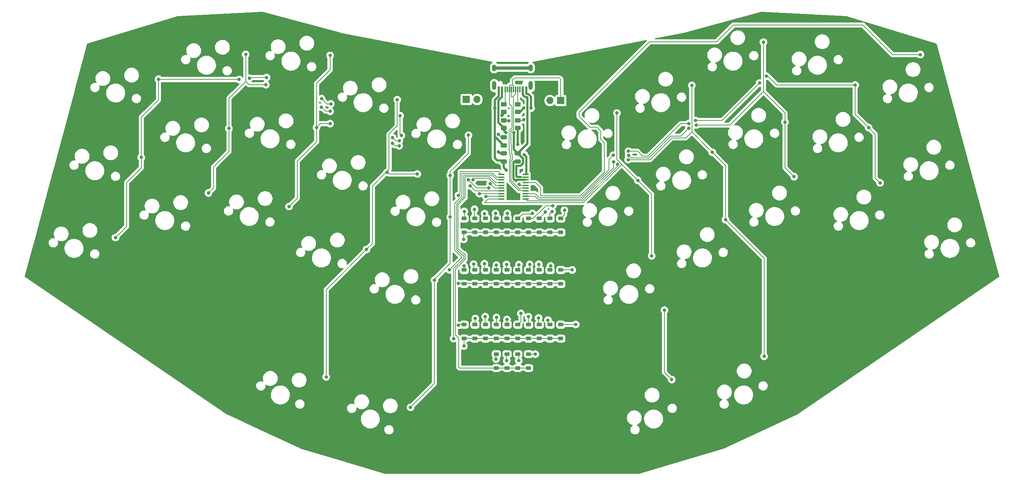
<source format=gbr>
%TF.GenerationSoftware,KiCad,Pcbnew,7.0.1*%
%TF.CreationDate,2024-01-05T17:15:01-05:00*%
%TF.ProjectId,ch55p34,63683535-7033-4342-9e6b-696361645f70,rev?*%
%TF.SameCoordinates,Original*%
%TF.FileFunction,Copper,L1,Top*%
%TF.FilePolarity,Positive*%
%FSLAX46Y46*%
G04 Gerber Fmt 4.6, Leading zero omitted, Abs format (unit mm)*
G04 Created by KiCad (PCBNEW 7.0.1) date 2024-01-05 17:15:01*
%MOMM*%
%LPD*%
G01*
G04 APERTURE LIST*
G04 Aperture macros list*
%AMRoundRect*
0 Rectangle with rounded corners*
0 $1 Rounding radius*
0 $2 $3 $4 $5 $6 $7 $8 $9 X,Y pos of 4 corners*
0 Add a 4 corners polygon primitive as box body*
4,1,4,$2,$3,$4,$5,$6,$7,$8,$9,$2,$3,0*
0 Add four circle primitives for the rounded corners*
1,1,$1+$1,$2,$3*
1,1,$1+$1,$4,$5*
1,1,$1+$1,$6,$7*
1,1,$1+$1,$8,$9*
0 Add four rect primitives between the rounded corners*
20,1,$1+$1,$2,$3,$4,$5,0*
20,1,$1+$1,$4,$5,$6,$7,0*
20,1,$1+$1,$6,$7,$8,$9,0*
20,1,$1+$1,$8,$9,$2,$3,0*%
G04 Aperture macros list end*
%TA.AperFunction,SMDPad,CuDef*%
%ADD10RoundRect,0.100000X-0.637500X-0.100000X0.637500X-0.100000X0.637500X0.100000X-0.637500X0.100000X0*%
%TD*%
%TA.AperFunction,SMDPad,CuDef*%
%ADD11RoundRect,0.250000X-0.450000X0.262500X-0.450000X-0.262500X0.450000X-0.262500X0.450000X0.262500X0*%
%TD*%
%TA.AperFunction,ComponentPad*%
%ADD12O,1.700000X1.700000*%
%TD*%
%TA.AperFunction,ComponentPad*%
%ADD13R,1.700000X1.700000*%
%TD*%
%TA.AperFunction,ComponentPad*%
%ADD14O,1.000000X1.600000*%
%TD*%
%TA.AperFunction,ComponentPad*%
%ADD15O,1.000000X2.100000*%
%TD*%
%TA.AperFunction,SMDPad,CuDef*%
%ADD16R,0.600000X1.450000*%
%TD*%
%TA.AperFunction,SMDPad,CuDef*%
%ADD17R,0.300000X1.450000*%
%TD*%
%TA.AperFunction,SMDPad,CuDef*%
%ADD18RoundRect,0.225000X0.375000X-0.225000X0.375000X0.225000X-0.375000X0.225000X-0.375000X-0.225000X0*%
%TD*%
%TA.AperFunction,SMDPad,CuDef*%
%ADD19RoundRect,0.250000X-0.475000X0.250000X-0.475000X-0.250000X0.475000X-0.250000X0.475000X0.250000X0*%
%TD*%
%TA.AperFunction,ViaPad*%
%ADD20C,0.800000*%
%TD*%
%TA.AperFunction,Conductor*%
%ADD21C,0.200000*%
%TD*%
%TA.AperFunction,Conductor*%
%ADD22C,0.800000*%
%TD*%
%TA.AperFunction,Conductor*%
%ADD23C,0.500000*%
%TD*%
G04 APERTURE END LIST*
D10*
%TO.P,U1,1,P32*%
%TO.N,/ROW0*%
X153315500Y-61669000D03*
%TO.P,U1,2,P14*%
%TO.N,/ROW1*%
X153315500Y-62319000D03*
%TO.P,U1,3,P15*%
%TO.N,/ROW2*%
X153315500Y-62969000D03*
%TO.P,U1,4,P16*%
%TO.N,/ROW3*%
X153315500Y-63619000D03*
%TO.P,U1,5,P17*%
%TO.N,/COL4*%
X153315500Y-64269000D03*
%TO.P,U1,6,RST*%
%TO.N,/RESET*%
X153315500Y-64919000D03*
%TO.P,U1,7,P10*%
%TO.N,/COL2*%
X153315500Y-65569000D03*
%TO.P,U1,8,P11*%
%TO.N,/COL1*%
X153315500Y-66219000D03*
%TO.P,U1,9,P31*%
%TO.N,/COL0*%
X153315500Y-66869000D03*
%TO.P,U1,10,P30*%
%TO.N,/COL5*%
X153315500Y-67519000D03*
%TO.P,U1,11,P33*%
%TO.N,/COL6*%
X159040500Y-67519000D03*
%TO.P,U1,12,P34*%
%TO.N,/COL7*%
X159040500Y-66869000D03*
%TO.P,U1,13,P35*%
%TO.N,/COL8*%
X159040500Y-66219000D03*
%TO.P,U1,14,P36*%
%TO.N,/DATA+*%
X159040500Y-65569000D03*
%TO.P,U1,15,P37*%
%TO.N,/DATA-*%
X159040500Y-64919000D03*
%TO.P,U1,16,P13*%
%TO.N,/COL3*%
X159040500Y-64269000D03*
%TO.P,U1,17,P12*%
%TO.N,/COL9*%
X159040500Y-63619000D03*
%TO.P,U1,18,GND*%
%TO.N,/GND*%
X159040500Y-62969000D03*
%TO.P,U1,19,VBUS*%
%TO.N,/5v*%
X159040500Y-62319000D03*
%TO.P,U1,20,3V3*%
%TO.N,/3V3*%
X159040500Y-61669000D03*
%TD*%
D11*
%TO.P,R4,2*%
%TO.N,/3V3*%
X157226000Y-50696500D03*
%TO.P,R4,1*%
%TO.N,Net-(J2-Pin_2)*%
X157226000Y-48871500D03*
%TD*%
%TO.P,R3,2*%
%TO.N,/5v*%
X153924000Y-50696500D03*
%TO.P,R3,1*%
%TO.N,Net-(J3-Pin_1)*%
X153924000Y-48871500D03*
%TD*%
%TO.P,R2,2*%
%TO.N,/GND*%
X157226000Y-46886500D03*
%TO.P,R2,1*%
%TO.N,Net-(J1-CC1)*%
X157226000Y-45061500D03*
%TD*%
%TO.P,R1,2*%
%TO.N,/GND*%
X153924000Y-46886500D03*
%TO.P,R1,1*%
%TO.N,Net-(J1-CC2)*%
X153924000Y-45061500D03*
%TD*%
D12*
%TO.P,J3,2,Pin_2*%
%TO.N,/RESET*%
X147569000Y-43942000D03*
D13*
%TO.P,J3,1,Pin_1*%
%TO.N,Net-(J3-Pin_1)*%
X145029000Y-43942000D03*
%TD*%
%TO.P,J2,1,Pin_1*%
%TO.N,/DATA+*%
X167391000Y-44196000D03*
D12*
%TO.P,J2,2,Pin_2*%
%TO.N,Net-(J2-Pin_2)*%
X164851000Y-44196000D03*
%TD*%
D14*
%TO.P,J1,S1,SHIELD*%
%TO.N,unconnected-(J1-SHIELD-PadS1)*%
X151634000Y-36460000D03*
D15*
X151634000Y-40640000D03*
X160274000Y-40640000D03*
D14*
X160274000Y-36460000D03*
D16*
%TO.P,J1,B12,GND*%
%TO.N,/GND*%
X159204000Y-41555000D03*
%TO.P,J1,B9,VBUS*%
%TO.N,/5v*%
X158404000Y-41555000D03*
D17*
%TO.P,J1,B8,SBU2*%
%TO.N,unconnected-(J1-SBU2-PadB8)*%
X157704000Y-41555000D03*
%TO.P,J1,B7,D-*%
%TO.N,/DATA-*%
X156704000Y-41555000D03*
%TO.P,J1,B6,D+*%
%TO.N,/DATA+*%
X155204000Y-41555000D03*
%TO.P,J1,B5,CC2*%
%TO.N,Net-(J1-CC2)*%
X154204000Y-41555000D03*
D16*
%TO.P,J1,B4,VBUS*%
%TO.N,/5v*%
X153504000Y-41555000D03*
%TO.P,J1,B1,GND*%
%TO.N,/GND*%
X152704000Y-41555000D03*
%TO.P,J1,A12,GND*%
X152704000Y-41555000D03*
%TO.P,J1,A9,VBUS*%
%TO.N,/5v*%
X153504000Y-41555000D03*
D17*
%TO.P,J1,A8,SBU1*%
%TO.N,unconnected-(J1-SBU1-PadA8)*%
X154704000Y-41555000D03*
%TO.P,J1,A7,D-*%
%TO.N,/DATA-*%
X155704000Y-41555000D03*
%TO.P,J1,A6,D+*%
%TO.N,/DATA+*%
X156204000Y-41555000D03*
%TO.P,J1,A5,CC1*%
%TO.N,Net-(J1-CC1)*%
X157204000Y-41555000D03*
D16*
%TO.P,J1,A4,VBUS*%
%TO.N,/5v*%
X158404000Y-41555000D03*
%TO.P,J1,A1,GND*%
%TO.N,/GND*%
X159204000Y-41555000D03*
%TD*%
D18*
%TO.P,D34,1,K*%
%TO.N,/ROW3*%
X159766000Y-107568000D03*
%TO.P,D34,2,A*%
%TO.N,Net-(D34-A)*%
X159766000Y-104268000D03*
%TD*%
%TO.P,D33,1,K*%
%TO.N,/ROW3*%
X157226000Y-107568000D03*
%TO.P,D33,2,A*%
%TO.N,Net-(D33-A)*%
X157226000Y-104268000D03*
%TD*%
%TO.P,D32,1,K*%
%TO.N,/ROW3*%
X154686000Y-107568000D03*
%TO.P,D32,2,A*%
%TO.N,Net-(D32-A)*%
X154686000Y-104268000D03*
%TD*%
%TO.P,D31,1,K*%
%TO.N,/ROW3*%
X152146000Y-107568000D03*
%TO.P,D31,2,A*%
%TO.N,Net-(D31-A)*%
X152146000Y-104268000D03*
%TD*%
%TO.P,D30,1,K*%
%TO.N,/ROW2*%
X167386000Y-100584000D03*
%TO.P,D30,2,A*%
%TO.N,Net-(D30-A)*%
X167386000Y-97284000D03*
%TD*%
%TO.P,D29,1,K*%
%TO.N,/ROW2*%
X164846000Y-100584000D03*
%TO.P,D29,2,A*%
%TO.N,Net-(D29-A)*%
X164846000Y-97284000D03*
%TD*%
%TO.P,D28,1,K*%
%TO.N,/ROW2*%
X162306000Y-100584000D03*
%TO.P,D28,2,A*%
%TO.N,Net-(D28-A)*%
X162306000Y-97284000D03*
%TD*%
%TO.P,D27,1,K*%
%TO.N,/ROW2*%
X159766000Y-100584000D03*
%TO.P,D27,2,A*%
%TO.N,Net-(D27-A)*%
X159766000Y-97284000D03*
%TD*%
%TO.P,D26,2,A*%
%TO.N,Net-(D26-A)*%
X157226000Y-97284000D03*
%TO.P,D26,1,K*%
%TO.N,/ROW2*%
X157226000Y-100584000D03*
%TD*%
%TO.P,D25,2,A*%
%TO.N,Net-(D25-A)*%
X154686000Y-97284000D03*
%TO.P,D25,1,K*%
%TO.N,/ROW2*%
X154686000Y-100584000D03*
%TD*%
%TO.P,D24,2,A*%
%TO.N,Net-(D24-A)*%
X152146000Y-97284000D03*
%TO.P,D24,1,K*%
%TO.N,/ROW2*%
X152146000Y-100584000D03*
%TD*%
%TO.P,D23,2,A*%
%TO.N,Net-(D23-A)*%
X149606000Y-97284000D03*
%TO.P,D23,1,K*%
%TO.N,/ROW2*%
X149606000Y-100584000D03*
%TD*%
%TO.P,D22,2,A*%
%TO.N,Net-(D22-A)*%
X147066000Y-97284000D03*
%TO.P,D22,1,K*%
%TO.N,/ROW2*%
X147066000Y-100584000D03*
%TD*%
%TO.P,D21,2,A*%
%TO.N,Net-(D21-A)*%
X144526000Y-97284000D03*
%TO.P,D21,1,K*%
%TO.N,/ROW2*%
X144526000Y-100584000D03*
%TD*%
%TO.P,D20,2,A*%
%TO.N,Net-(D20-A)*%
X167386000Y-84328000D03*
%TO.P,D20,1,K*%
%TO.N,/ROW1*%
X167386000Y-87628000D03*
%TD*%
%TO.P,D19,2,A*%
%TO.N,Net-(D19-A)*%
X164846000Y-84328000D03*
%TO.P,D19,1,K*%
%TO.N,/ROW1*%
X164846000Y-87628000D03*
%TD*%
%TO.P,D18,2,A*%
%TO.N,Net-(D18-A)*%
X162306000Y-84328000D03*
%TO.P,D18,1,K*%
%TO.N,/ROW1*%
X162306000Y-87628000D03*
%TD*%
%TO.P,D17,2,A*%
%TO.N,Net-(D17-A)*%
X159766000Y-84328000D03*
%TO.P,D17,1,K*%
%TO.N,/ROW1*%
X159766000Y-87628000D03*
%TD*%
%TO.P,D16,2,A*%
%TO.N,Net-(D16-A)*%
X157226000Y-84328000D03*
%TO.P,D16,1,K*%
%TO.N,/ROW1*%
X157226000Y-87628000D03*
%TD*%
%TO.P,D15,2,A*%
%TO.N,Net-(D15-A)*%
X154686000Y-84328000D03*
%TO.P,D15,1,K*%
%TO.N,/ROW1*%
X154686000Y-87628000D03*
%TD*%
%TO.P,D14,2,A*%
%TO.N,Net-(D14-A)*%
X152146000Y-84328000D03*
%TO.P,D14,1,K*%
%TO.N,/ROW1*%
X152146000Y-87628000D03*
%TD*%
%TO.P,D13,2,A*%
%TO.N,Net-(D13-A)*%
X149606000Y-84328000D03*
%TO.P,D13,1,K*%
%TO.N,/ROW1*%
X149606000Y-87628000D03*
%TD*%
%TO.P,D12,2,A*%
%TO.N,Net-(D12-A)*%
X147066000Y-84328000D03*
%TO.P,D12,1,K*%
%TO.N,/ROW1*%
X147066000Y-87628000D03*
%TD*%
%TO.P,D11,2,A*%
%TO.N,Net-(D11-A)*%
X144526000Y-84328000D03*
%TO.P,D11,1,K*%
%TO.N,/ROW1*%
X144526000Y-87628000D03*
%TD*%
%TO.P,D10,1,K*%
%TO.N,/ROW0*%
X167386000Y-75436000D03*
%TO.P,D10,2,A*%
%TO.N,Net-(D10-A)*%
X167386000Y-72136000D03*
%TD*%
%TO.P,D9,1,K*%
%TO.N,/ROW0*%
X164846000Y-75436000D03*
%TO.P,D9,2,A*%
%TO.N,Net-(D9-A)*%
X164846000Y-72136000D03*
%TD*%
%TO.P,D8,1,K*%
%TO.N,/ROW0*%
X162306000Y-75436000D03*
%TO.P,D8,2,A*%
%TO.N,Net-(D8-A)*%
X162306000Y-72136000D03*
%TD*%
%TO.P,D7,1,K*%
%TO.N,/ROW0*%
X159766000Y-75436000D03*
%TO.P,D7,2,A*%
%TO.N,Net-(D7-A)*%
X159766000Y-72136000D03*
%TD*%
%TO.P,D6,1,K*%
%TO.N,/ROW0*%
X157226000Y-75436000D03*
%TO.P,D6,2,A*%
%TO.N,Net-(D6-A)*%
X157226000Y-72136000D03*
%TD*%
%TO.P,D5,1,K*%
%TO.N,/ROW0*%
X154686000Y-75436000D03*
%TO.P,D5,2,A*%
%TO.N,Net-(D5-A)*%
X154686000Y-72136000D03*
%TD*%
%TO.P,D4,1,K*%
%TO.N,/ROW0*%
X152146000Y-75436000D03*
%TO.P,D4,2,A*%
%TO.N,Net-(D4-A)*%
X152146000Y-72136000D03*
%TD*%
%TO.P,D3,2,A*%
%TO.N,Net-(D3-A)*%
X149606000Y-72136000D03*
%TO.P,D3,1,K*%
%TO.N,/ROW0*%
X149606000Y-75436000D03*
%TD*%
%TO.P,D2,2,A*%
%TO.N,Net-(D2-A)*%
X147066000Y-72136000D03*
%TO.P,D2,1,K*%
%TO.N,/ROW0*%
X147066000Y-75436000D03*
%TD*%
%TO.P,D1,2,A*%
%TO.N,Net-(D1-A)*%
X144526000Y-72136000D03*
%TO.P,D1,1,K*%
%TO.N,/ROW0*%
X144526000Y-75436000D03*
%TD*%
D19*
%TO.P,C3,2*%
%TO.N,/GND*%
X153924000Y-58608000D03*
%TO.P,C3,1*%
%TO.N,/3V3*%
X153924000Y-56708000D03*
%TD*%
%TO.P,C2,2*%
%TO.N,/GND*%
X157226000Y-58608000D03*
%TO.P,C2,1*%
%TO.N,/5v*%
X157226000Y-56708000D03*
%TD*%
%TO.P,C1,2*%
%TO.N,/GND*%
X153924000Y-54798000D03*
%TO.P,C1,1*%
%TO.N,/RESET*%
X153924000Y-52898000D03*
%TD*%
D20*
%TO.N,Net-(D34-A)*%
X161350000Y-104270000D03*
%TO.N,Net-(D33-A)*%
X157440000Y-105790000D03*
%TO.N,Net-(D32-A)*%
X154590000Y-105790000D03*
%TO.N,Net-(D31-A)*%
X152070000Y-105472500D03*
%TO.N,Net-(D30-A)*%
X170920000Y-97250000D03*
%TO.N,Net-(D29-A)*%
X164330000Y-96203500D03*
%TO.N,Net-(D28-A)*%
X162120000Y-95695500D03*
%TO.N,Net-(D27-A)*%
X159700000Y-95400000D03*
%TO.N,Net-(D26-A)*%
X157940000Y-94610000D03*
%TO.N,Net-(D25-A)*%
X154660000Y-96050000D03*
%TO.N,Net-(D24-A)*%
X152170000Y-95590000D03*
%TO.N,Net-(D23-A)*%
X149500000Y-95370000D03*
%TO.N,Net-(D22-A)*%
X147160000Y-95830000D03*
%TO.N,Net-(D21-A)*%
X143150000Y-97450000D03*
%TO.N,/ROW2*%
X144460000Y-102350000D03*
%TO.N,/ROW0*%
X144420000Y-77080000D03*
%TO.N,/ROW1*%
X143160000Y-87520000D03*
%TO.N,Net-(D20-A)*%
X170080000Y-84320000D03*
%TO.N,Net-(D19-A)*%
X164970031Y-83357500D03*
%TO.N,Net-(D18-A)*%
X162180000Y-82980000D03*
%TO.N,Net-(D17-A)*%
X160030000Y-83030000D03*
%TO.N,Net-(D16-A)*%
X157480000Y-83070000D03*
%TO.N,Net-(D15-A)*%
X154550000Y-83000000D03*
%TO.N,Net-(D14-A)*%
X152150000Y-83170000D03*
%TO.N,Net-(D13-A)*%
X149310000Y-82850000D03*
%TO.N,Net-(D12-A)*%
X146750000Y-82957500D03*
%TO.N,Net-(D11-A)*%
X144520000Y-83357500D03*
%TO.N,Net-(D1-A)*%
X144560000Y-70450000D03*
%TO.N,Net-(D2-A)*%
X146970000Y-69950000D03*
%TO.N,Net-(D3-A)*%
X149352064Y-70977936D03*
%TO.N,Net-(D4-A)*%
X151940000Y-70920000D03*
%TO.N,Net-(D5-A)*%
X154740000Y-70910000D03*
%TO.N,Net-(D6-A)*%
X160690000Y-70900000D03*
%TO.N,Net-(D7-A)*%
X165500000Y-69092815D03*
%TO.N,Net-(D8-A)*%
X163710000Y-70590000D03*
%TO.N,Net-(D9-A)*%
X165320000Y-70491815D03*
%TO.N,Net-(D10-A)*%
X168250779Y-70170779D03*
%TO.N,/COL6*%
X215500000Y-104780000D03*
%TO.N,/COL5*%
X193630000Y-110300000D03*
X191920000Y-93840000D03*
%TO.N,/COL3*%
X111870000Y-109650000D03*
%TO.N,/COL4*%
X131830000Y-116870000D03*
%TO.N,/GND*%
X154500000Y-60630000D03*
X156809407Y-63094234D03*
%TO.N,/3V3*%
X158704688Y-56985312D03*
%TO.N,/COL9*%
X252460000Y-33290000D03*
%TO.N,/COL8*%
X216049500Y-38426988D03*
X214433244Y-40043244D03*
X199280000Y-48920000D03*
X183395339Y-56196792D03*
X179800000Y-57150000D03*
X197640000Y-49670000D03*
%TO.N,/COL7*%
X199477419Y-49980000D03*
X197690500Y-50740000D03*
X183445261Y-57195047D03*
X179870000Y-58740000D03*
%TO.N,/COL6*%
X183350000Y-58190000D03*
X180805756Y-59275000D03*
%TO.N,/RESET*%
X150662946Y-63917875D03*
%TO.N,/COL3*%
X157546465Y-64043535D03*
X150319500Y-64869500D03*
%TO.N,/COL0*%
X93670000Y-38890000D03*
X97760000Y-38740000D03*
X91270000Y-39200000D03*
X110780000Y-43730000D03*
X112960000Y-44980000D03*
X129379500Y-47770000D03*
X129660000Y-52440000D03*
X149620000Y-66918500D03*
%TO.N,/COL1*%
X97575782Y-40440000D03*
X112800000Y-46730000D03*
X127570500Y-52920000D03*
X129160000Y-53690000D03*
X110750000Y-45750000D03*
X148130000Y-66268500D03*
%TO.N,/COL2*%
X112790401Y-49652099D03*
X127520000Y-54330000D03*
X129130000Y-54910000D03*
X145940378Y-64379622D03*
%TO.N,/COL3*%
X133415244Y-61583256D03*
X145479500Y-62929500D03*
%TO.N,/COL4*%
X146600000Y-62929500D03*
X141210000Y-61910000D03*
%TO.N,/COL8*%
X240230000Y-50600000D03*
X242940000Y-63690000D03*
X237060000Y-40510000D03*
%TO.N,/COL7*%
X220440000Y-49280000D03*
X222580000Y-62230000D03*
X215350000Y-30330000D03*
%TO.N,/COL6*%
X203240000Y-56460000D03*
X206370000Y-72420000D03*
X198390000Y-40590000D03*
%TO.N,/COL5*%
X185600000Y-63080000D03*
X188890000Y-80980000D03*
X180670000Y-47140000D03*
%TO.N,/COL4*%
X141210000Y-71800000D03*
X137480000Y-86740000D03*
X145530000Y-52410000D03*
%TO.N,/COL3*%
X126280000Y-61160000D03*
X121390000Y-79490000D03*
X128680000Y-43970000D03*
%TO.N,/COL2*%
X109580000Y-50550000D03*
X103070000Y-69290000D03*
X112790000Y-33510000D03*
%TO.N,/COL1*%
X88850000Y-50780000D03*
X84000000Y-66080000D03*
X92820000Y-33250000D03*
%TO.N,/COL0*%
X68110000Y-57650000D03*
X62020000Y-76650000D03*
X72210000Y-39130000D03*
%TO.N,/ROW2*%
X142030000Y-100590000D03*
%TO.N,/ROW1*%
X141050000Y-84290000D03*
%TO.N,/ROW0*%
X143140378Y-66659622D03*
%TO.N,Net-(J2-Pin_2)*%
X158662500Y-48768000D03*
%TO.N,Net-(J3-Pin_1)*%
X155110500Y-49022000D03*
%TO.N,/RESET*%
X152654000Y-52225519D03*
%TO.N,/GND*%
X153503500Y-47752000D03*
X158662500Y-45974000D03*
X151804500Y-45974000D03*
X160361500Y-45974000D03*
%TO.N,/3V3*%
X157153000Y-54610000D03*
X152654000Y-56388000D03*
%TO.N,/5v*%
X156303500Y-51816000D03*
X154432668Y-51799167D03*
%TD*%
D21*
%TO.N,Net-(D9-A)*%
X164846000Y-72136000D02*
X164846000Y-70965815D01*
X164846000Y-70965815D02*
X165320000Y-70491815D01*
%TO.N,Net-(D34-A)*%
X161350000Y-104270000D02*
X159768000Y-104270000D01*
X159768000Y-104270000D02*
X159766000Y-104268000D01*
%TO.N,Net-(D33-A)*%
X157440000Y-104482000D02*
X157226000Y-104268000D01*
X157440000Y-105790000D02*
X157440000Y-104482000D01*
%TO.N,Net-(D32-A)*%
X154590000Y-105790000D02*
X154590000Y-104364000D01*
X154590000Y-104364000D02*
X154686000Y-104268000D01*
%TO.N,Net-(D31-A)*%
X152070000Y-105472500D02*
X152070000Y-104344000D01*
X152070000Y-104344000D02*
X152146000Y-104268000D01*
%TO.N,/ROW3*%
X143478000Y-107568000D02*
X143250000Y-107340000D01*
X159766000Y-107568000D02*
X143478000Y-107568000D01*
%TO.N,Net-(D30-A)*%
X170920000Y-97250000D02*
X167420000Y-97250000D01*
X167420000Y-97250000D02*
X167386000Y-97284000D01*
%TO.N,Net-(D29-A)*%
X164330000Y-96768000D02*
X164846000Y-97284000D01*
X164330000Y-96203500D02*
X164330000Y-96768000D01*
%TO.N,Net-(D28-A)*%
X162120000Y-97098000D02*
X162306000Y-97284000D01*
X162120000Y-95695500D02*
X162120000Y-97098000D01*
%TO.N,Net-(D27-A)*%
X159700000Y-97218000D02*
X159766000Y-97284000D01*
X159700000Y-95400000D02*
X159700000Y-97218000D01*
%TO.N,Net-(D26-A)*%
X157940000Y-96570000D02*
X157226000Y-97284000D01*
X157940000Y-94610000D02*
X157940000Y-96570000D01*
%TO.N,Net-(D25-A)*%
X154660000Y-97258000D02*
X154686000Y-97284000D01*
X154660000Y-96050000D02*
X154660000Y-97258000D01*
%TO.N,Net-(D24-A)*%
X152170000Y-95590000D02*
X152170000Y-97260000D01*
X152170000Y-97260000D02*
X152146000Y-97284000D01*
%TO.N,Net-(D23-A)*%
X149500000Y-97178000D02*
X149606000Y-97284000D01*
X149500000Y-95370000D02*
X149500000Y-97178000D01*
%TO.N,Net-(D22-A)*%
X147160000Y-95830000D02*
X147160000Y-97190000D01*
X147160000Y-97190000D02*
X147066000Y-97284000D01*
%TO.N,Net-(D21-A)*%
X143316000Y-97284000D02*
X143150000Y-97450000D01*
X144526000Y-97284000D02*
X143316000Y-97284000D01*
%TO.N,/ROW2*%
X144526000Y-100584000D02*
X167386000Y-100584000D01*
X144460000Y-102350000D02*
X144460000Y-100650000D01*
X144460000Y-100650000D02*
X144526000Y-100584000D01*
%TO.N,/ROW0*%
X144526000Y-75436000D02*
X167386000Y-75436000D01*
X144420000Y-75542000D02*
X144526000Y-75436000D01*
X144420000Y-77080000D02*
X144420000Y-75542000D01*
%TO.N,/ROW1*%
X167278000Y-87520000D02*
X167386000Y-87628000D01*
X143160000Y-87520000D02*
X167278000Y-87520000D01*
%TO.N,Net-(D20-A)*%
X170080000Y-84320000D02*
X167394000Y-84320000D01*
X167394000Y-84320000D02*
X167386000Y-84328000D01*
%TO.N,Net-(D19-A)*%
X164970031Y-84203969D02*
X164846000Y-84328000D01*
X164970031Y-83357500D02*
X164970031Y-84203969D01*
%TO.N,Net-(D18-A)*%
X162180000Y-84202000D02*
X162306000Y-84328000D01*
X162180000Y-82980000D02*
X162180000Y-84202000D01*
%TO.N,Net-(D17-A)*%
X160030000Y-83030000D02*
X160030000Y-84064000D01*
X160030000Y-84064000D02*
X159766000Y-84328000D01*
%TO.N,Net-(D16-A)*%
X157480000Y-83070000D02*
X157480000Y-84074000D01*
X157480000Y-84074000D02*
X157226000Y-84328000D01*
%TO.N,Net-(D15-A)*%
X154550000Y-84192000D02*
X154686000Y-84328000D01*
X154550000Y-83000000D02*
X154550000Y-84192000D01*
%TO.N,Net-(D14-A)*%
X152150000Y-83170000D02*
X152150000Y-84324000D01*
X152150000Y-84324000D02*
X152146000Y-84328000D01*
%TO.N,Net-(D13-A)*%
X149310000Y-84032000D02*
X149606000Y-84328000D01*
X149310000Y-82850000D02*
X149310000Y-84032000D01*
%TO.N,Net-(D12-A)*%
X146750000Y-82957500D02*
X146750000Y-84012000D01*
X146750000Y-84012000D02*
X147066000Y-84328000D01*
%TO.N,Net-(D11-A)*%
X144520000Y-84322000D02*
X144526000Y-84328000D01*
X144520000Y-83357500D02*
X144520000Y-84322000D01*
%TO.N,/ROW3*%
X151919000Y-63619000D02*
X153315500Y-63619000D01*
X150530000Y-62230000D02*
X151919000Y-63619000D01*
X144820000Y-62230000D02*
X150530000Y-62230000D01*
X144780000Y-62270000D02*
X144820000Y-62230000D01*
X143080000Y-68841322D02*
X144780000Y-67141322D01*
X143080000Y-79294314D02*
X143080000Y-68841322D01*
X144215686Y-80430000D02*
X143080000Y-79294314D01*
X144545685Y-80430000D02*
X144215686Y-80430000D01*
X144780000Y-80664315D02*
X144545685Y-80430000D01*
X144780000Y-67141322D02*
X144780000Y-62270000D01*
X144780000Y-81795686D02*
X144780000Y-80664315D01*
X142430000Y-84145686D02*
X144780000Y-81795686D01*
X142430000Y-99670000D02*
X142430000Y-84145686D01*
X143250000Y-100490000D02*
X142430000Y-99670000D01*
X143250000Y-107340000D02*
X143250000Y-100490000D01*
%TO.N,/ROW2*%
X142030000Y-83980000D02*
X142030000Y-100590000D01*
X144380000Y-81630000D02*
X142030000Y-83980000D01*
X144380000Y-80830000D02*
X144380000Y-81630000D01*
X144050000Y-80830000D02*
X144380000Y-80830000D01*
X142680000Y-79460000D02*
X144050000Y-80830000D01*
X142680000Y-68675636D02*
X142680000Y-79460000D01*
X144380000Y-66975636D02*
X142680000Y-68675636D01*
X144380000Y-62050000D02*
X144380000Y-66975636D01*
X144600000Y-61830000D02*
X144380000Y-62050000D01*
X151114315Y-61830000D02*
X144600000Y-61830000D01*
X152253314Y-62969000D02*
X151114315Y-61830000D01*
X153315500Y-62969000D02*
X152253314Y-62969000D01*
%TO.N,/ROW1*%
X142280000Y-68509950D02*
X142280000Y-79660000D01*
X142280000Y-79660000D02*
X143980000Y-81360000D01*
X143980000Y-66809950D02*
X142280000Y-68509950D01*
X143980000Y-61430000D02*
X143980000Y-66809950D01*
X151280000Y-61430000D02*
X143980000Y-61430000D01*
X152169000Y-62319000D02*
X151280000Y-61430000D01*
X143980000Y-81360000D02*
X141050000Y-84290000D01*
X153315500Y-62319000D02*
X152169000Y-62319000D01*
%TO.N,Net-(D1-A)*%
X144560000Y-72102000D02*
X144526000Y-72136000D01*
X144560000Y-70450000D02*
X144560000Y-72102000D01*
%TO.N,Net-(D2-A)*%
X146970000Y-72040000D02*
X147066000Y-72136000D01*
X146970000Y-69950000D02*
X146970000Y-72040000D01*
%TO.N,Net-(D3-A)*%
X149352064Y-71882064D02*
X149606000Y-72136000D01*
X149352064Y-70977936D02*
X149352064Y-71882064D01*
%TO.N,Net-(D4-A)*%
X151940000Y-71930000D02*
X152146000Y-72136000D01*
X151940000Y-70920000D02*
X151940000Y-71930000D01*
%TO.N,Net-(D5-A)*%
X154740000Y-70910000D02*
X154740000Y-72082000D01*
X154740000Y-72082000D02*
X154686000Y-72136000D01*
%TO.N,Net-(D6-A)*%
X160490000Y-71100000D02*
X160690000Y-70900000D01*
X158350000Y-71100000D02*
X160490000Y-71100000D01*
X157314000Y-72136000D02*
X158350000Y-71100000D01*
X157226000Y-72136000D02*
X157314000Y-72136000D01*
%TO.N,Net-(D7-A)*%
X162550000Y-70460000D02*
X163917185Y-69092815D01*
X160874000Y-72136000D02*
X162550000Y-70460000D01*
X163917185Y-69092815D02*
X165500000Y-69092815D01*
X159766000Y-72136000D02*
X160874000Y-72136000D01*
%TO.N,Net-(D8-A)*%
X163710000Y-70732000D02*
X162306000Y-72136000D01*
X163710000Y-70590000D02*
X163710000Y-70732000D01*
%TO.N,Net-(D10-A)*%
X168250779Y-71271221D02*
X167386000Y-72136000D01*
X168250779Y-70170779D02*
X168250779Y-71271221D01*
D22*
%TO.N,unconnected-(J1-SHIELD-PadS1)*%
X151634000Y-36460000D02*
X160274000Y-36460000D01*
D21*
%TO.N,/COL6*%
X215500000Y-81550000D02*
X215500000Y-104780000D01*
X206370000Y-72420000D02*
X215500000Y-81550000D01*
%TO.N,/COL5*%
X191920000Y-93840000D02*
X191920000Y-108590000D01*
X191920000Y-108590000D02*
X193630000Y-110300000D01*
%TO.N,/COL3*%
X111870000Y-89010000D02*
X121390000Y-79490000D01*
X111870000Y-109650000D02*
X111870000Y-89010000D01*
%TO.N,/COL4*%
X137480000Y-111220000D02*
X131830000Y-116870000D01*
X137480000Y-86740000D02*
X137480000Y-111220000D01*
D23*
%TO.N,/GND*%
X153924000Y-60054000D02*
X154500000Y-60630000D01*
X153924000Y-58608000D02*
X153924000Y-60054000D01*
%TO.N,/3V3*%
X158704688Y-56985312D02*
X159196000Y-57476624D01*
X159196000Y-57476624D02*
X159196000Y-61513500D01*
X159196000Y-61513500D02*
X159040500Y-61669000D01*
D21*
%TO.N,/COL9*%
X245900000Y-33290000D02*
X252460000Y-33290000D01*
X243180000Y-30570000D02*
X245900000Y-33290000D01*
X238920000Y-26310000D02*
X243180000Y-30570000D01*
X208010000Y-26520000D02*
X208220000Y-26310000D01*
X204260000Y-30270000D02*
X208010000Y-26520000D01*
X202570000Y-30270000D02*
X204260000Y-30270000D01*
X188370000Y-30270000D02*
X202570000Y-30270000D01*
X208220000Y-26310000D02*
X233910000Y-26310000D01*
X171720000Y-46920000D02*
X188370000Y-30270000D01*
X171720000Y-47950000D02*
X171720000Y-46920000D01*
X175950000Y-50490000D02*
X174260000Y-50490000D01*
X174260000Y-50490000D02*
X171720000Y-47950000D01*
X176530000Y-51070000D02*
X175950000Y-50490000D01*
X176850000Y-51390000D02*
X176530000Y-51070000D01*
X176850000Y-53390000D02*
X176850000Y-51390000D01*
X177650000Y-58160000D02*
X177650000Y-54190000D01*
X233910000Y-26310000D02*
X238920000Y-26310000D01*
X177650000Y-61157256D02*
X177650000Y-58160000D01*
X174200785Y-64606471D02*
X177650000Y-61157256D01*
X162610000Y-64840000D02*
X162610000Y-66780785D01*
X162160000Y-64390000D02*
X162610000Y-64840000D01*
X172026471Y-66780785D02*
X174200785Y-64606471D01*
X162610000Y-66780785D02*
X172026471Y-66780785D01*
X161389000Y-63619000D02*
X162160000Y-64390000D01*
X177650000Y-54190000D02*
X176850000Y-53390000D01*
X159040500Y-63619000D02*
X161389000Y-63619000D01*
%TO.N,/COL8*%
X218500000Y-40510000D02*
X237060000Y-40510000D01*
X216049500Y-38426988D02*
X216416988Y-38426988D01*
X205556488Y-48920000D02*
X214433244Y-40043244D01*
X195744315Y-49670000D02*
X197640000Y-49670000D01*
X188024314Y-57390000D02*
X191152157Y-54262157D01*
X185536792Y-56196792D02*
X186730000Y-57390000D01*
X191152157Y-54262157D02*
X195744315Y-49670000D01*
X183395339Y-56196792D02*
X185536792Y-56196792D01*
X199280000Y-48920000D02*
X205556488Y-48920000D01*
X178820000Y-58130000D02*
X179800000Y-57150000D01*
X178820000Y-59320000D02*
X178820000Y-58130000D01*
X172192157Y-67180785D02*
X174366471Y-65006471D01*
X167080000Y-67180785D02*
X172192157Y-67180785D01*
X216416988Y-38426988D02*
X218500000Y-40510000D01*
X162240785Y-67180785D02*
X167080000Y-67180785D01*
X174366471Y-65006471D02*
X178820000Y-60552942D01*
X178820000Y-60552942D02*
X178820000Y-59320000D01*
X161730000Y-66670000D02*
X162240785Y-67180785D01*
X161279000Y-66219000D02*
X161730000Y-66670000D01*
X186730000Y-57390000D02*
X188024314Y-57390000D01*
X159040500Y-66219000D02*
X161279000Y-66219000D01*
%TO.N,/COL7*%
X199477419Y-49980000D02*
X207400000Y-49980000D01*
X195820500Y-52610000D02*
X197690500Y-50740000D01*
X194440000Y-52610000D02*
X195820500Y-52610000D01*
X193370000Y-52610000D02*
X194440000Y-52610000D01*
X189670000Y-56310000D02*
X193370000Y-52610000D01*
X188190000Y-57790000D02*
X189670000Y-56310000D01*
X186100000Y-57790000D02*
X188190000Y-57790000D01*
X183445261Y-57195047D02*
X184040214Y-57790000D01*
X179870000Y-60068628D02*
X179870000Y-58740000D01*
X172799314Y-67139314D02*
X179870000Y-60068628D01*
X172357843Y-67580785D02*
X172799314Y-67139314D01*
X207400000Y-49980000D02*
X215350000Y-42030000D01*
X162000000Y-67580785D02*
X169590000Y-67580785D01*
X161288215Y-66869000D02*
X162000000Y-67580785D01*
X169590000Y-67580785D02*
X172357843Y-67580785D01*
X159040500Y-66869000D02*
X161288215Y-66869000D01*
X184040214Y-57790000D02*
X186100000Y-57790000D01*
%TO.N,/COL6*%
X196990000Y-53010000D02*
X198390000Y-51610000D01*
X193660000Y-53010000D02*
X196990000Y-53010000D01*
X188480000Y-58190000D02*
X193660000Y-53010000D01*
X183350000Y-58190000D02*
X188480000Y-58190000D01*
X172523529Y-67980785D02*
X172697157Y-67807157D01*
X172697157Y-67807157D02*
X180805756Y-59698558D01*
X163300000Y-67980785D02*
X172523529Y-67980785D01*
X180805756Y-59698558D02*
X180805756Y-59275000D01*
X159502285Y-67980785D02*
X163300000Y-67980785D01*
X159040500Y-67519000D02*
X159502285Y-67980785D01*
%TO.N,/RESET*%
X151664071Y-64919000D02*
X150662946Y-63917875D01*
X153315500Y-64919000D02*
X151664071Y-64919000D01*
%TO.N,/COL3*%
X157771930Y-64269000D02*
X159040500Y-64269000D01*
X157546465Y-64043535D02*
X157771930Y-64269000D01*
X147419500Y-64869500D02*
X150319500Y-64869500D01*
X145479500Y-62929500D02*
X147419500Y-64869500D01*
%TO.N,/COL5*%
X172689215Y-68380785D02*
X181795000Y-59275000D01*
X149289215Y-68380785D02*
X172689215Y-68380785D01*
X150151000Y-67519000D02*
X149289215Y-68380785D01*
X153315500Y-67519000D02*
X150151000Y-67519000D01*
X181795000Y-59275000D02*
X184550000Y-62030000D01*
X180670000Y-58150000D02*
X181795000Y-59275000D01*
%TO.N,/COL0*%
X72280000Y-39200000D02*
X72210000Y-39130000D01*
X91270000Y-39200000D02*
X72280000Y-39200000D01*
X93820000Y-38740000D02*
X93670000Y-38890000D01*
X97760000Y-38740000D02*
X93820000Y-38740000D01*
X112960000Y-44980000D02*
X112030000Y-44980000D01*
X112030000Y-44980000D02*
X110780000Y-43730000D01*
X129379500Y-52159500D02*
X129379500Y-47770000D01*
X129660000Y-52440000D02*
X129379500Y-52159500D01*
X153315500Y-66869000D02*
X149669500Y-66869000D01*
X149669500Y-66869000D02*
X149620000Y-66918500D01*
%TO.N,/COL1*%
X97575782Y-40440000D02*
X93590000Y-40440000D01*
X93590000Y-40440000D02*
X92820000Y-39670000D01*
X111730000Y-46730000D02*
X110750000Y-45750000D01*
X112800000Y-46730000D02*
X111730000Y-46730000D01*
X128340500Y-53690000D02*
X127570500Y-52920000D01*
X129160000Y-53690000D02*
X128340500Y-53690000D01*
X148179500Y-66219000D02*
X148130000Y-66268500D01*
X153315500Y-66219000D02*
X148179500Y-66219000D01*
%TO.N,/COL2*%
X110477901Y-49652099D02*
X109580000Y-50550000D01*
X112790401Y-49652099D02*
X110477901Y-49652099D01*
X128100000Y-54910000D02*
X127520000Y-54330000D01*
X129130000Y-54910000D02*
X128100000Y-54910000D01*
X147129756Y-65569000D02*
X145940378Y-64379622D01*
X153315500Y-65569000D02*
X147129756Y-65569000D01*
%TO.N,/COL3*%
X126703256Y-61583256D02*
X126280000Y-61160000D01*
X133415244Y-61583256D02*
X126703256Y-61583256D01*
%TO.N,/COL4*%
X141210000Y-61910000D02*
X141210000Y-71800000D01*
X141210000Y-61020000D02*
X141210000Y-61910000D01*
X150364314Y-62630000D02*
X149460000Y-62630000D01*
X146899500Y-62630000D02*
X146600000Y-62929500D01*
X149460000Y-62630000D02*
X146899500Y-62630000D01*
X151357157Y-63622843D02*
X150364314Y-62630000D01*
X152003314Y-64269000D02*
X151357157Y-63622843D01*
X153315500Y-64269000D02*
X152003314Y-64269000D01*
%TO.N,/COL8*%
X240230000Y-50600000D02*
X241800000Y-52170000D01*
X237680000Y-48050000D02*
X240230000Y-50600000D01*
X241800000Y-62550000D02*
X242940000Y-63690000D01*
X241800000Y-54380000D02*
X241800000Y-62550000D01*
X241800000Y-52170000D02*
X241800000Y-54380000D01*
X237060000Y-47430000D02*
X237680000Y-48050000D01*
X237060000Y-40510000D02*
X237060000Y-47430000D01*
%TO.N,/COL7*%
X220440000Y-49280000D02*
X220440000Y-60090000D01*
X220440000Y-47120000D02*
X220440000Y-49280000D01*
X220440000Y-60090000D02*
X222580000Y-62230000D01*
X215350000Y-42030000D02*
X220440000Y-47120000D01*
X215350000Y-30330000D02*
X215350000Y-42030000D01*
%TO.N,/COL6*%
X203240000Y-56460000D02*
X206370000Y-59590000D01*
X202270000Y-55490000D02*
X203240000Y-56460000D01*
X198390000Y-51610000D02*
X202270000Y-55490000D01*
X206370000Y-59590000D02*
X206370000Y-72420000D01*
X198390000Y-40590000D02*
X198390000Y-51610000D01*
%TO.N,/COL5*%
X185600000Y-63080000D02*
X188890000Y-66370000D01*
X184550000Y-62030000D02*
X185600000Y-63080000D01*
X188890000Y-66370000D02*
X188890000Y-80980000D01*
X180670000Y-47140000D02*
X180670000Y-58150000D01*
%TO.N,/COL4*%
X141210000Y-71800000D02*
X141210000Y-72470000D01*
X137480000Y-86590000D02*
X137480000Y-86740000D01*
X137450000Y-86560000D02*
X137480000Y-86590000D01*
X145530000Y-56700000D02*
X142190000Y-60040000D01*
X145530000Y-52410000D02*
X145530000Y-56700000D01*
X141210000Y-82800000D02*
X137450000Y-86560000D01*
X142190000Y-60040000D02*
X141210000Y-61020000D01*
X141210000Y-72470000D02*
X141210000Y-82800000D01*
%TO.N,/COL3*%
X126280000Y-60960000D02*
X126625000Y-60615000D01*
X126750000Y-60490000D02*
X126625000Y-60615000D01*
X126280000Y-61160000D02*
X126280000Y-60960000D01*
X126625000Y-60615000D02*
X125880000Y-61360000D01*
X122800000Y-78080000D02*
X121390000Y-79490000D01*
X122800000Y-76610000D02*
X122800000Y-78080000D01*
X122800000Y-64440000D02*
X122800000Y-76610000D01*
X125880000Y-61360000D02*
X122800000Y-64440000D01*
X128680000Y-50200000D02*
X126750000Y-52130000D01*
X126750000Y-52130000D02*
X126750000Y-60490000D01*
X128680000Y-43970000D02*
X128680000Y-50200000D01*
%TO.N,/COL2*%
X109580000Y-50550000D02*
X109580000Y-53950000D01*
X109580000Y-40110000D02*
X109580000Y-50550000D01*
X105010000Y-67350000D02*
X103070000Y-69290000D01*
X112790000Y-36900000D02*
X109580000Y-40110000D01*
X109580000Y-53950000D02*
X105010000Y-58520000D01*
X105010000Y-58520000D02*
X105010000Y-67350000D01*
X112790000Y-33510000D02*
X112790000Y-36900000D01*
%TO.N,/COL1*%
X88850000Y-50780000D02*
X88850000Y-56270000D01*
X88850000Y-49660000D02*
X88850000Y-50780000D01*
X85240000Y-64840000D02*
X84000000Y-66080000D01*
X85240000Y-59880000D02*
X85240000Y-64840000D01*
X88850000Y-56270000D02*
X85240000Y-59880000D01*
X92820000Y-39670000D02*
X90050000Y-42440000D01*
X92820000Y-33250000D02*
X92820000Y-39670000D01*
X90050000Y-42440000D02*
X88850000Y-43640000D01*
X88850000Y-43640000D02*
X88850000Y-49660000D01*
%TO.N,/COL0*%
X68110000Y-57650000D02*
X68110000Y-60120000D01*
X68110000Y-57010000D02*
X68110000Y-57650000D01*
X64630000Y-63600000D02*
X64630000Y-74040000D01*
X68110000Y-60120000D02*
X64630000Y-63600000D01*
X64630000Y-74040000D02*
X62020000Y-76650000D01*
X68110000Y-48100000D02*
X68110000Y-57010000D01*
X72210000Y-44000000D02*
X69270000Y-46940000D01*
X72210000Y-39130000D02*
X72210000Y-44000000D01*
X69270000Y-46940000D02*
X68110000Y-48100000D01*
%TO.N,/ROW0*%
X152656500Y-61010000D02*
X153315500Y-61669000D01*
X143580000Y-61010000D02*
X152656500Y-61010000D01*
X143580000Y-66220000D02*
X143580000Y-61010000D01*
X143140378Y-66659622D02*
X143580000Y-66220000D01*
%TO.N,/DATA+*%
X155956000Y-40530000D02*
X155254000Y-40530000D01*
X155956000Y-39370000D02*
X155956000Y-40530000D01*
X156464000Y-38862000D02*
X155956000Y-39370000D01*
X167132000Y-38862000D02*
X156464000Y-38862000D01*
X167391000Y-39121000D02*
X167132000Y-38862000D01*
X167391000Y-44196000D02*
X167391000Y-39121000D01*
X156154000Y-40530000D02*
X155956000Y-40530000D01*
X155204000Y-59680000D02*
X155194000Y-59690000D01*
%TO.N,Net-(J2-Pin_2)*%
X158559000Y-48871500D02*
X158662500Y-48768000D01*
X157226000Y-48871500D02*
X158559000Y-48871500D01*
%TO.N,Net-(J3-Pin_1)*%
X154960000Y-48871500D02*
X155110500Y-49022000D01*
X153924000Y-48871500D02*
X154960000Y-48871500D01*
%TO.N,/DATA+*%
X155810000Y-45574000D02*
X155702000Y-45466000D01*
X155810000Y-50634314D02*
X155810000Y-45574000D01*
X155194000Y-51250314D02*
X155810000Y-50634314D01*
X155194000Y-55974500D02*
X155194000Y-51250314D01*
X155353500Y-56134000D02*
X155194000Y-55974500D01*
X155353500Y-57231317D02*
X155353500Y-56134000D01*
X155526183Y-57404000D02*
X155353500Y-57231317D01*
X155526183Y-58014315D02*
X155526183Y-57404000D01*
X155204001Y-58336496D02*
X155526183Y-58014315D01*
X155204000Y-59680000D02*
X155204001Y-58336496D01*
%TO.N,/DATA-*%
X155704000Y-43334000D02*
X156056000Y-43334000D01*
X156210000Y-43488000D02*
X156056000Y-43334000D01*
X156210000Y-51116000D02*
X156210000Y-43488000D01*
X155894000Y-51116000D02*
X156210000Y-51116000D01*
X155603500Y-51406500D02*
X155894000Y-51116000D01*
X155753500Y-54610000D02*
X155603500Y-54460000D01*
X155753500Y-56947500D02*
X155753500Y-54610000D01*
X155956000Y-57150000D02*
X155753500Y-56947500D01*
X155603500Y-54460000D02*
X155603500Y-51406500D01*
X155926183Y-57179817D02*
X155956000Y-57150000D01*
X155926183Y-58180000D02*
X155926183Y-57179817D01*
X155604000Y-58502182D02*
X155926183Y-58180000D01*
X155604000Y-63090314D02*
X155604000Y-58502182D01*
%TO.N,/DATA+*%
X155204000Y-59690000D02*
X155204000Y-63256000D01*
X155204000Y-59680000D02*
X155204000Y-59690000D01*
X155204000Y-44968000D02*
X155702000Y-45466000D01*
X155204000Y-41555000D02*
X155204000Y-44968000D01*
%TO.N,/RESET*%
X153326481Y-52898000D02*
X152654000Y-52225519D01*
X153924000Y-52898000D02*
X153326481Y-52898000D01*
%TO.N,/5v*%
X158038000Y-62319000D02*
X157988000Y-62269000D01*
X159040500Y-62319000D02*
X158038000Y-62319000D01*
D23*
X158496000Y-57978000D02*
X157226000Y-56708000D01*
X158496000Y-59052949D02*
X158496000Y-57978000D01*
X157858949Y-59690000D02*
X158496000Y-59052949D01*
X156854000Y-62112000D02*
X156854000Y-59690000D01*
X157011000Y-62269000D02*
X156854000Y-62112000D01*
X157988000Y-62269000D02*
X157011000Y-62269000D01*
X156854000Y-59690000D02*
X157858949Y-59690000D01*
%TO.N,/GND*%
X156154000Y-58730000D02*
X156154000Y-62738000D01*
X156276000Y-58608000D02*
X156154000Y-58730000D01*
X156154000Y-62738000D02*
X156385000Y-62969000D01*
X156385000Y-62969000D02*
X159040500Y-62969000D01*
X157226000Y-58608000D02*
X156276000Y-58608000D01*
X153736000Y-58420000D02*
X153924000Y-58608000D01*
X152400000Y-58420000D02*
X153736000Y-58420000D01*
X151804500Y-57824500D02*
X152400000Y-58420000D01*
X151804500Y-52678500D02*
X151804500Y-57824500D01*
X151804500Y-52678500D02*
X153924000Y-54798000D01*
X151804500Y-45974000D02*
X151804500Y-52678500D01*
X153924000Y-47331500D02*
X153503500Y-47752000D01*
X153924000Y-46886500D02*
X153924000Y-47331500D01*
X157750000Y-46886500D02*
X158662500Y-45974000D01*
X157226000Y-46886500D02*
X157750000Y-46886500D01*
X152704000Y-43156050D02*
X152704000Y-41555000D01*
X151804500Y-44055550D02*
X152704000Y-43156050D01*
X151804500Y-45974000D02*
X151804500Y-44055550D01*
X160361500Y-43293551D02*
X160361500Y-45974000D01*
X159739949Y-42672000D02*
X160361500Y-43293551D01*
X159258000Y-42672000D02*
X159739949Y-42672000D01*
X159258000Y-42190051D02*
X159258000Y-42672000D01*
X159204000Y-42136051D02*
X159258000Y-42190051D01*
X159204000Y-41555000D02*
X159204000Y-42136051D01*
%TO.N,/5v*%
X158404000Y-42834000D02*
X158404000Y-41555000D01*
X159004000Y-43434000D02*
X158404000Y-42834000D01*
X159512000Y-43434000D02*
X159004000Y-43434000D01*
X159512000Y-54422000D02*
X159512000Y-43434000D01*
X157226000Y-56708000D02*
X159512000Y-54422000D01*
%TO.N,/3V3*%
X157153000Y-50769500D02*
X157226000Y-50696500D01*
X152974000Y-56708000D02*
X152654000Y-56388000D01*
X157153000Y-54610000D02*
X157153000Y-50769500D01*
X153924000Y-56708000D02*
X152974000Y-56708000D01*
%TO.N,/5v*%
X156303500Y-55785500D02*
X157226000Y-56708000D01*
X156303500Y-51816000D02*
X156303500Y-55785500D01*
X153924000Y-51290499D02*
X154432668Y-51799167D01*
X153924000Y-50696500D02*
X153924000Y-51290499D01*
X152654000Y-49426500D02*
X153924000Y-50696500D01*
X153504000Y-43346000D02*
X152654000Y-44196000D01*
X153504000Y-41555000D02*
X153504000Y-43346000D01*
X152654000Y-44196000D02*
X152654000Y-49426500D01*
D21*
%TO.N,Net-(J1-CC2)*%
X154204000Y-44781500D02*
X153924000Y-45061500D01*
X154204000Y-41555000D02*
X154204000Y-44781500D01*
%TO.N,Net-(J1-CC1)*%
X157204000Y-45039500D02*
X157226000Y-45061500D01*
X157204000Y-41555000D02*
X157204000Y-45039500D01*
%TO.N,/DATA+*%
X155204000Y-40580000D02*
X155204000Y-41555000D01*
X155254000Y-40530000D02*
X155204000Y-40580000D01*
X156204000Y-40580000D02*
X156154000Y-40530000D01*
X156204000Y-41555000D02*
X156204000Y-40580000D01*
%TO.N,/DATA-*%
X156718000Y-42672000D02*
X156056000Y-43334000D01*
X156704000Y-42658000D02*
X156718000Y-42672000D01*
X156704000Y-41555000D02*
X156704000Y-42658000D01*
X155704000Y-43334000D02*
X155704000Y-41555000D01*
X157645686Y-65132000D02*
X155604000Y-63090314D01*
X157734000Y-65132000D02*
X157645686Y-65132000D01*
X157947000Y-64919000D02*
X157734000Y-65132000D01*
X159040500Y-64919000D02*
X157947000Y-64919000D01*
%TO.N,/DATA+*%
X155204000Y-63256000D02*
X157480000Y-65532000D01*
X157480000Y-65532000D02*
X159003500Y-65532000D01*
X159003500Y-65532000D02*
X159040500Y-65569000D01*
%TD*%
%TA.AperFunction,NonConductor*%
G36*
X159790507Y-35066696D02*
G01*
X159835774Y-35111055D01*
X159853209Y-35171987D01*
X159838257Y-35233576D01*
X159794825Y-35279732D01*
X159658431Y-35364745D01*
X159510946Y-35504942D01*
X159510725Y-35505259D01*
X159509972Y-35506341D01*
X159503215Y-35512292D01*
X159501809Y-35513629D01*
X159501758Y-35513575D01*
X159465612Y-35545409D01*
X159408201Y-35559500D01*
X152494064Y-35559500D01*
X152442293Y-35548175D01*
X152399978Y-35516270D01*
X152326865Y-35431103D01*
X152165958Y-35306551D01*
X152123710Y-35285828D01*
X152074437Y-35242211D01*
X152054420Y-35179526D01*
X152069295Y-35115425D01*
X152114873Y-35067960D01*
X152178318Y-35050500D01*
X159729234Y-35050500D01*
X159790507Y-35066696D01*
G37*
%TD.AperFunction*%
%TA.AperFunction,NonConductor*%
G36*
X158436353Y-39477527D02*
G01*
X158481180Y-39518965D01*
X158500803Y-39576771D01*
X158490464Y-39636936D01*
X158452671Y-39684876D01*
X158433550Y-39699547D01*
X158341301Y-39819768D01*
X158283312Y-39959764D01*
X158263533Y-40109999D01*
X158273976Y-40189315D01*
X158263419Y-40257904D01*
X158217663Y-40310080D01*
X158151038Y-40329500D01*
X158056129Y-40329500D01*
X157992253Y-40336367D01*
X157965747Y-40336367D01*
X157928672Y-40332381D01*
X157901873Y-40329500D01*
X157901870Y-40329500D01*
X157506126Y-40329500D01*
X157467252Y-40333679D01*
X157440749Y-40333679D01*
X157414847Y-40330894D01*
X157401873Y-40329500D01*
X157401871Y-40329500D01*
X157006126Y-40329500D01*
X156967252Y-40333679D01*
X156940749Y-40333679D01*
X156914847Y-40330894D01*
X156901873Y-40329500D01*
X156901871Y-40329500D01*
X156829848Y-40329500D01*
X156775003Y-40316712D01*
X156731470Y-40280984D01*
X156728536Y-40277161D01*
X156728536Y-40277159D01*
X156716958Y-40262070D01*
X156687104Y-40223163D01*
X156632282Y-40151717D01*
X156616942Y-40139947D01*
X156594052Y-40117057D01*
X156582124Y-40101512D01*
X156563081Y-40065884D01*
X156556500Y-40026026D01*
X156556500Y-39670098D01*
X156565939Y-39622645D01*
X156592819Y-39582416D01*
X156676418Y-39498818D01*
X156716647Y-39471939D01*
X156764099Y-39462500D01*
X158377185Y-39462500D01*
X158436353Y-39477527D01*
G37*
%TD.AperFunction*%
%TA.AperFunction,NonConductor*%
G36*
X157966818Y-43477299D02*
G01*
X158016181Y-43507549D01*
X158428268Y-43919635D01*
X158440044Y-43933260D01*
X158454390Y-43952530D01*
X158492355Y-43984386D01*
X158500317Y-43991684D01*
X158504224Y-43995591D01*
X158528542Y-44014819D01*
X158531298Y-44017063D01*
X158588786Y-44065302D01*
X158588788Y-44065303D01*
X158589757Y-44066116D01*
X158606177Y-44076576D01*
X158607321Y-44077109D01*
X158607323Y-44077111D01*
X158675357Y-44108835D01*
X158678488Y-44110351D01*
X158693158Y-44117719D01*
X158743040Y-44163432D01*
X158761500Y-44228526D01*
X158761500Y-44949500D01*
X158744887Y-45011500D01*
X158699500Y-45056887D01*
X158637500Y-45073500D01*
X158554821Y-45073500D01*
X158554821Y-45071427D01*
X158521558Y-45070994D01*
X158472467Y-45046788D01*
X158438579Y-45003804D01*
X158426499Y-44950419D01*
X158426499Y-44748991D01*
X158415999Y-44646203D01*
X158412955Y-44637016D01*
X158360814Y-44479666D01*
X158303592Y-44386895D01*
X158268711Y-44330342D01*
X158144657Y-44206288D01*
X157995334Y-44114186D01*
X157979095Y-44108805D01*
X157889494Y-44079114D01*
X157845171Y-44053236D01*
X157815123Y-44011624D01*
X157804500Y-43961409D01*
X157804500Y-43595230D01*
X157818015Y-43538935D01*
X157855615Y-43494912D01*
X157909102Y-43472757D01*
X157966818Y-43477299D01*
G37*
%TD.AperFunction*%
%TA.AperFunction,NonConductor*%
G36*
X155111778Y-45742539D02*
G01*
X155158750Y-45771985D01*
X155173181Y-45786416D01*
X155200061Y-45826644D01*
X155209500Y-45874097D01*
X155209500Y-46111728D01*
X155193246Y-46173102D01*
X155148745Y-46218387D01*
X155087663Y-46235709D01*
X155026014Y-46220528D01*
X154979961Y-46176824D01*
X154966711Y-46155342D01*
X154873049Y-46061680D01*
X154840955Y-46006092D01*
X154840955Y-45941905D01*
X154873046Y-45886321D01*
X154966712Y-45792656D01*
X154966713Y-45792653D01*
X154976961Y-45782406D01*
X154977242Y-45782687D01*
X155004436Y-45755090D01*
X155056668Y-45736505D01*
X155111778Y-45742539D01*
G37*
%TD.AperFunction*%
%TA.AperFunction,NonConductor*%
G36*
X158710386Y-47135411D02*
G01*
X158747985Y-47179434D01*
X158761500Y-47235729D01*
X158761500Y-47743500D01*
X158744887Y-47805500D01*
X158699500Y-47850887D01*
X158637500Y-47867500D01*
X158567852Y-47867500D01*
X158382697Y-47906855D01*
X158255115Y-47963659D01*
X158194470Y-47973959D01*
X158136338Y-47953848D01*
X158095024Y-47908274D01*
X158080694Y-47848454D01*
X158096875Y-47789108D01*
X158139585Y-47744840D01*
X158141757Y-47743500D01*
X158144656Y-47741712D01*
X158268712Y-47617656D01*
X158360814Y-47468334D01*
X158415999Y-47301797D01*
X158415999Y-47301793D01*
X158416631Y-47299887D01*
X158446652Y-47251214D01*
X158549822Y-47148044D01*
X158599182Y-47117798D01*
X158656898Y-47113256D01*
X158710386Y-47135411D01*
G37*
%TD.AperFunction*%
%TA.AperFunction,NonConductor*%
G36*
X155148745Y-47554613D02*
G01*
X155193246Y-47599898D01*
X155209500Y-47661272D01*
X155209500Y-47997500D01*
X155192887Y-48059500D01*
X155147500Y-48104887D01*
X155085500Y-48121500D01*
X155002822Y-48121500D01*
X155002822Y-48118526D01*
X154964625Y-48117018D01*
X154912179Y-48085811D01*
X154842656Y-48016288D01*
X154842655Y-48016287D01*
X154842654Y-48016286D01*
X154791182Y-47984539D01*
X154748001Y-47939432D01*
X154732278Y-47879000D01*
X154748001Y-47818568D01*
X154791182Y-47773461D01*
X154842656Y-47741712D01*
X154966712Y-47617656D01*
X154979960Y-47596176D01*
X155026014Y-47552472D01*
X155087663Y-47537291D01*
X155148745Y-47554613D01*
G37*
%TD.AperFunction*%
%TA.AperFunction,NonConductor*%
G36*
X158363353Y-49620531D02*
G01*
X158363595Y-49620639D01*
X158382699Y-49629145D01*
X158567852Y-49668500D01*
X158637500Y-49668500D01*
X158699500Y-49685113D01*
X158744887Y-49730500D01*
X158761500Y-49792500D01*
X158761500Y-54059770D01*
X158752061Y-54107223D01*
X158725181Y-54147451D01*
X158261705Y-54610925D01*
X158201390Y-54644187D01*
X158132632Y-54640131D01*
X158076644Y-54600011D01*
X158050704Y-54536208D01*
X158038674Y-54421744D01*
X158004530Y-54316659D01*
X157980179Y-54241715D01*
X157920113Y-54137678D01*
X157903500Y-54075678D01*
X157903500Y-51763786D01*
X157914122Y-51713571D01*
X157944170Y-51671960D01*
X157988494Y-51646081D01*
X157991190Y-51645186D01*
X157995334Y-51643814D01*
X158144656Y-51551712D01*
X158268712Y-51427656D01*
X158360814Y-51278334D01*
X158415999Y-51111797D01*
X158426500Y-51009009D01*
X158426499Y-50383992D01*
X158415999Y-50281203D01*
X158360814Y-50114666D01*
X158289301Y-49998724D01*
X158268711Y-49965342D01*
X158175049Y-49871680D01*
X158142955Y-49816093D01*
X158142955Y-49751905D01*
X158175047Y-49696320D01*
X158225239Y-49646128D01*
X158266467Y-49618840D01*
X158315083Y-49609830D01*
X158363353Y-49620531D01*
G37*
%TD.AperFunction*%
%TA.AperFunction,NonConductor*%
G36*
X158380350Y-60323324D02*
G01*
X158427974Y-60368914D01*
X158445500Y-60432469D01*
X158445500Y-60848978D01*
X158431489Y-60906235D01*
X158392623Y-60950553D01*
X158337684Y-60971917D01*
X158246239Y-60983955D01*
X158100158Y-61044464D01*
X157974717Y-61140717D01*
X157878464Y-61266158D01*
X157843061Y-61351629D01*
X157801385Y-61404494D01*
X157738229Y-61427794D01*
X157672205Y-61414661D01*
X157622773Y-61368966D01*
X157604500Y-61304176D01*
X157604500Y-60564500D01*
X157621113Y-60502500D01*
X157666500Y-60457113D01*
X157728500Y-60440500D01*
X157795243Y-60440500D01*
X157813213Y-60441809D01*
X157817269Y-60442402D01*
X157836972Y-60445289D01*
X157886317Y-60440972D01*
X157897125Y-60440500D01*
X157902655Y-60440500D01*
X157902658Y-60440500D01*
X157933499Y-60436894D01*
X157936980Y-60436539D01*
X158011746Y-60429999D01*
X158011746Y-60429998D01*
X158013001Y-60429889D01*
X158032011Y-60425674D01*
X158033199Y-60425241D01*
X158033204Y-60425241D01*
X158103769Y-60399557D01*
X158107044Y-60398419D01*
X158178283Y-60374814D01*
X158178285Y-60374812D01*
X158179485Y-60374415D01*
X158197013Y-60365929D01*
X158198064Y-60365237D01*
X158198066Y-60365237D01*
X158253360Y-60328868D01*
X158316091Y-60308587D01*
X158380350Y-60323324D01*
G37*
%TD.AperFunction*%
%TA.AperFunction,NonConductor*%
G36*
X149867219Y-63247113D02*
G01*
X149912606Y-63292500D01*
X149929219Y-63354500D01*
X149912606Y-63416500D01*
X149835766Y-63549590D01*
X149777272Y-63729617D01*
X149757486Y-63917875D01*
X149774108Y-64076036D01*
X149764068Y-64139429D01*
X149723678Y-64189310D01*
X149713630Y-64196610D01*
X149685391Y-64227973D01*
X149643677Y-64258280D01*
X149593242Y-64269000D01*
X147719597Y-64269000D01*
X147672144Y-64259561D01*
X147631916Y-64232681D01*
X147190233Y-63790998D01*
X147161577Y-63746233D01*
X147154297Y-63693583D01*
X147169728Y-63642721D01*
X147205034Y-63602995D01*
X147205871Y-63602388D01*
X147332533Y-63461716D01*
X147360797Y-63412762D01*
X147430230Y-63292500D01*
X147475617Y-63247113D01*
X147537617Y-63230500D01*
X149420639Y-63230500D01*
X149499361Y-63230500D01*
X149805219Y-63230500D01*
X149867219Y-63247113D01*
G37*
%TD.AperFunction*%
%TA.AperFunction,NonConductor*%
G36*
X161136356Y-64228939D02*
G01*
X161176584Y-64255819D01*
X161690108Y-64769342D01*
X161690109Y-64769344D01*
X161973181Y-65052416D01*
X162000061Y-65092644D01*
X162009500Y-65140097D01*
X162009500Y-65800903D01*
X161995985Y-65857198D01*
X161958385Y-65901221D01*
X161904898Y-65923376D01*
X161847182Y-65918834D01*
X161797819Y-65888584D01*
X161737199Y-65827964D01*
X161726503Y-65815768D01*
X161707281Y-65790716D01*
X161581840Y-65694463D01*
X161435762Y-65633956D01*
X161325957Y-65619500D01*
X161320493Y-65618780D01*
X161279000Y-65613317D01*
X161251163Y-65616982D01*
X161247697Y-65617439D01*
X161231513Y-65618500D01*
X160402499Y-65618500D01*
X160340499Y-65601887D01*
X160295112Y-65556500D01*
X160278499Y-65494500D01*
X160278499Y-65429637D01*
X160270252Y-65366994D01*
X160263044Y-65312238D01*
X160254434Y-65291452D01*
X160244995Y-65243998D01*
X160254434Y-65196546D01*
X160263044Y-65175762D01*
X160278500Y-65058361D01*
X160278499Y-64779640D01*
X160277143Y-64769342D01*
X160263158Y-64663103D01*
X160263044Y-64662238D01*
X160254433Y-64641450D01*
X160244995Y-64594000D01*
X160254433Y-64546549D01*
X160263044Y-64525762D01*
X160278500Y-64408361D01*
X160278500Y-64343500D01*
X160295113Y-64281500D01*
X160340500Y-64236113D01*
X160402500Y-64219500D01*
X161088903Y-64219500D01*
X161136356Y-64228939D01*
G37*
%TD.AperFunction*%
%TA.AperFunction,NonConductor*%
G36*
X154727928Y-63646692D02*
G01*
X154771866Y-63681326D01*
X154775717Y-63684281D01*
X154775718Y-63684282D01*
X154787839Y-63693583D01*
X154800768Y-63703503D01*
X154812964Y-63714199D01*
X157021799Y-65923034D01*
X157032494Y-65935229D01*
X157051717Y-65960282D01*
X157126938Y-66018000D01*
X157126939Y-66018001D01*
X157131434Y-66021450D01*
X157177159Y-66056536D01*
X157323238Y-66117044D01*
X157448698Y-66133561D01*
X157479999Y-66137682D01*
X157479999Y-66137681D01*
X157480000Y-66137682D01*
X157511302Y-66133560D01*
X157527487Y-66132500D01*
X157678501Y-66132500D01*
X157740501Y-66149113D01*
X157785888Y-66194500D01*
X157802501Y-66256500D01*
X157802501Y-66358363D01*
X157817955Y-66475760D01*
X157826565Y-66496547D01*
X157836004Y-66543999D01*
X157826566Y-66591450D01*
X157817956Y-66612237D01*
X157802500Y-66729637D01*
X157802500Y-67008362D01*
X157817955Y-67125760D01*
X157826565Y-67146547D01*
X157836004Y-67193999D01*
X157826566Y-67241450D01*
X157817956Y-67262237D01*
X157802500Y-67379637D01*
X157802501Y-67656285D01*
X157785888Y-67718285D01*
X157740501Y-67763672D01*
X157678501Y-67780285D01*
X154677500Y-67780285D01*
X154615500Y-67763672D01*
X154570113Y-67718285D01*
X154553500Y-67656285D01*
X154553499Y-67379637D01*
X154547295Y-67332510D01*
X154538044Y-67262238D01*
X154529434Y-67241452D01*
X154519995Y-67193998D01*
X154529434Y-67146546D01*
X154538044Y-67125762D01*
X154553500Y-67008361D01*
X154553499Y-66729640D01*
X154553277Y-66727956D01*
X154549123Y-66696399D01*
X154538044Y-66612238D01*
X154529434Y-66591452D01*
X154519995Y-66543998D01*
X154529434Y-66496546D01*
X154538044Y-66475762D01*
X154553500Y-66358361D01*
X154553499Y-66079640D01*
X154551856Y-66067161D01*
X154538044Y-65962240D01*
X154538044Y-65962238D01*
X154529433Y-65941450D01*
X154519995Y-65894000D01*
X154529433Y-65846549D01*
X154538044Y-65825762D01*
X154553500Y-65708361D01*
X154553499Y-65429640D01*
X154553469Y-65429413D01*
X154545252Y-65366994D01*
X154538044Y-65312238D01*
X154529434Y-65291452D01*
X154519995Y-65243998D01*
X154529434Y-65196546D01*
X154538044Y-65175762D01*
X154553500Y-65058361D01*
X154553499Y-64779640D01*
X154552143Y-64769342D01*
X154538158Y-64663103D01*
X154538044Y-64662238D01*
X154529433Y-64641450D01*
X154519995Y-64594000D01*
X154529433Y-64546549D01*
X154538044Y-64525762D01*
X154553500Y-64408361D01*
X154553499Y-64129640D01*
X154546442Y-64076036D01*
X154538044Y-64012240D01*
X154538044Y-64012238D01*
X154529433Y-63991450D01*
X154519995Y-63944000D01*
X154529433Y-63896549D01*
X154538044Y-63875762D01*
X154549939Y-63785404D01*
X154554561Y-63750303D01*
X154555913Y-63750481D01*
X154568518Y-63700820D01*
X154609953Y-63655986D01*
X154667760Y-63636357D01*
X154727928Y-63646692D01*
G37*
%TD.AperFunction*%
%TA.AperFunction,NonConductor*%
G36*
X164603857Y-69706247D02*
G01*
X164647492Y-69742345D01*
X164670526Y-69794080D01*
X164668154Y-69850662D01*
X164640871Y-69900288D01*
X164587465Y-69959599D01*
X164581635Y-69969698D01*
X164541782Y-70011691D01*
X164487209Y-70031015D01*
X164429811Y-70023458D01*
X164382100Y-69990666D01*
X164307150Y-69907426D01*
X164307720Y-69906912D01*
X164277275Y-69870112D01*
X164265719Y-69809529D01*
X164284777Y-69750872D01*
X164329737Y-69708653D01*
X164389474Y-69693315D01*
X164548722Y-69693315D01*
X164603857Y-69706247D01*
G37*
%TD.AperFunction*%
%TA.AperFunction,NonConductor*%
G36*
X141972818Y-80221166D02*
G01*
X142022181Y-80251416D01*
X143043084Y-81272319D01*
X143075178Y-81327906D01*
X143075178Y-81392094D01*
X143043084Y-81447681D01*
X142022181Y-82468584D01*
X141972818Y-82498834D01*
X141915102Y-82503376D01*
X141861615Y-82481221D01*
X141824015Y-82437198D01*
X141810500Y-82380903D01*
X141810500Y-80339097D01*
X141824015Y-80282802D01*
X141861615Y-80238779D01*
X141915102Y-80216624D01*
X141972818Y-80221166D01*
G37*
%TD.AperFunction*%
%TA.AperFunction,NonConductor*%
G36*
X96808644Y-23185512D02*
G01*
X115168097Y-28104648D01*
X115174349Y-28107600D01*
X115184828Y-28109546D01*
X115194813Y-28111831D01*
X115204149Y-28114377D01*
X115210816Y-28114513D01*
X151150143Y-35029371D01*
X151203610Y-35053860D01*
X151239782Y-35100229D01*
X151250521Y-35158049D01*
X151233413Y-35214315D01*
X151192305Y-35256370D01*
X151018431Y-35364745D01*
X150988735Y-35392974D01*
X150870947Y-35504941D01*
X150858946Y-35522184D01*
X150754705Y-35671950D01*
X150678840Y-35848734D01*
X150674460Y-35858942D01*
X150633500Y-36058259D01*
X150633500Y-36810742D01*
X150638686Y-36861739D01*
X150648926Y-36962440D01*
X150682391Y-37069100D01*
X150709841Y-37156588D01*
X150751870Y-37232310D01*
X150805138Y-37328282D01*
X150808591Y-37334502D01*
X150941134Y-37488895D01*
X151102042Y-37613448D01*
X151284729Y-37703060D01*
X151481715Y-37754063D01*
X151684936Y-37764369D01*
X151684936Y-37764368D01*
X151684937Y-37764369D01*
X151886071Y-37733556D01*
X151886071Y-37733555D01*
X152076887Y-37662886D01*
X152249571Y-37555252D01*
X152397053Y-37415059D01*
X152398027Y-37413658D01*
X152404784Y-37407707D01*
X152406191Y-37406371D01*
X152406241Y-37406424D01*
X152442388Y-37374591D01*
X152499799Y-37360500D01*
X159413936Y-37360500D01*
X159465707Y-37371825D01*
X159508022Y-37403730D01*
X159581134Y-37488896D01*
X159742039Y-37613447D01*
X159867429Y-37674953D01*
X159924729Y-37703060D01*
X160121715Y-37754063D01*
X160324936Y-37764369D01*
X160324936Y-37764368D01*
X160324937Y-37764369D01*
X160526071Y-37733556D01*
X160526071Y-37733555D01*
X160716887Y-37662886D01*
X160889571Y-37555252D01*
X161037053Y-37415059D01*
X161153295Y-37248049D01*
X161233540Y-37061058D01*
X161274500Y-36861741D01*
X161274500Y-36109258D01*
X161259074Y-35957562D01*
X161198159Y-35763412D01*
X161099409Y-35585498D01*
X160966866Y-35431105D01*
X160805958Y-35306552D01*
X160805957Y-35306551D01*
X160719483Y-35264134D01*
X160672874Y-35224436D01*
X160650939Y-35167276D01*
X160659027Y-35106588D01*
X160695166Y-35057168D01*
X160750542Y-35031063D01*
X187639790Y-29830323D01*
X187702152Y-29834299D01*
X187754658Y-29868185D01*
X187783970Y-29923375D01*
X187782644Y-29985852D01*
X187751016Y-30039748D01*
X171328965Y-46461798D01*
X171316773Y-46472491D01*
X171291717Y-46491717D01*
X171218438Y-46587219D01*
X171218437Y-46587220D01*
X171195463Y-46617159D01*
X171134956Y-46763237D01*
X171114317Y-46919999D01*
X171118439Y-46951301D01*
X171119500Y-46967487D01*
X171119500Y-47902513D01*
X171118439Y-47918699D01*
X171114317Y-47950000D01*
X171128649Y-48058856D01*
X171134955Y-48106761D01*
X171195464Y-48252841D01*
X171291716Y-48378281D01*
X171316768Y-48397503D01*
X171328964Y-48408199D01*
X173761932Y-50841168D01*
X173792182Y-50890531D01*
X173796724Y-50948247D01*
X173774569Y-51001734D01*
X173730546Y-51039334D01*
X173674251Y-51052849D01*
X173560811Y-51052849D01*
X173336025Y-51067896D01*
X173041561Y-51127749D01*
X172757691Y-51226319D01*
X172489505Y-51361839D01*
X172241765Y-51531903D01*
X172018908Y-51733465D01*
X171824903Y-51962936D01*
X171663213Y-52216219D01*
X171536729Y-52488786D01*
X171447700Y-52775786D01*
X171397720Y-53072090D01*
X171387679Y-53372416D01*
X171417757Y-53671394D01*
X171487415Y-53963697D01*
X171595413Y-54244106D01*
X171739824Y-54507623D01*
X171897693Y-54721884D01*
X171918069Y-54749539D01*
X172126967Y-54965538D01*
X172362792Y-55151767D01*
X172621333Y-55304901D01*
X172897979Y-55422209D01*
X172897980Y-55422209D01*
X172897982Y-55422210D01*
X172943031Y-55434550D01*
X173187792Y-55501597D01*
X173485601Y-55541649D01*
X173710879Y-55541649D01*
X173710881Y-55541649D01*
X173935666Y-55526601D01*
X174009660Y-55511561D01*
X174230133Y-55466748D01*
X174513997Y-55368180D01*
X174669913Y-55289392D01*
X174782186Y-55232658D01*
X174808508Y-55214589D01*
X175029926Y-55062595D01*
X175252785Y-54861031D01*
X175446789Y-54631561D01*
X175608477Y-54378281D01*
X175734964Y-54105709D01*
X175823992Y-53818711D01*
X175873972Y-53522407D01*
X175884013Y-53222085D01*
X175853935Y-52923104D01*
X175784276Y-52630800D01*
X175712985Y-52445698D01*
X175676278Y-52350391D01*
X175672950Y-52344319D01*
X175531867Y-52086874D01*
X175353623Y-51844959D01*
X175144725Y-51628960D01*
X175140785Y-51625849D01*
X174908899Y-51442730D01*
X174781737Y-51367412D01*
X174703697Y-51321189D01*
X174658955Y-51275541D01*
X174642893Y-51213671D01*
X174659780Y-51152022D01*
X174705129Y-51106975D01*
X174766890Y-51090500D01*
X175649903Y-51090500D01*
X175697356Y-51099939D01*
X175737584Y-51126819D01*
X176060108Y-51449342D01*
X176060109Y-51449344D01*
X176213181Y-51602416D01*
X176240061Y-51642644D01*
X176249500Y-51690097D01*
X176249500Y-53342513D01*
X176248439Y-53358699D01*
X176244317Y-53390000D01*
X176253549Y-53460118D01*
X176259029Y-53501744D01*
X176260202Y-53510649D01*
X176260202Y-53510650D01*
X176264956Y-53546762D01*
X176325463Y-53692840D01*
X176421716Y-53818281D01*
X176446768Y-53837503D01*
X176458964Y-53848199D01*
X177013181Y-54402416D01*
X177040061Y-54442644D01*
X177049500Y-54490097D01*
X177049500Y-60857159D01*
X177040061Y-60904612D01*
X177013181Y-60944840D01*
X173745414Y-64212604D01*
X173745412Y-64212608D01*
X171814055Y-66143966D01*
X171773827Y-66170846D01*
X171726374Y-66180285D01*
X163334500Y-66180285D01*
X163272500Y-66163672D01*
X163227113Y-66118285D01*
X163210500Y-66056285D01*
X163210500Y-64887487D01*
X163211561Y-64871301D01*
X163212802Y-64861876D01*
X163215682Y-64840000D01*
X163195044Y-64683238D01*
X163134536Y-64537159D01*
X163125791Y-64525762D01*
X163118423Y-64516160D01*
X163118422Y-64516159D01*
X163038282Y-64411717D01*
X163013229Y-64392494D01*
X163001034Y-64381799D01*
X162574226Y-63954991D01*
X162574223Y-63954987D01*
X161847199Y-63227964D01*
X161836503Y-63215768D01*
X161817281Y-63190716D01*
X161691840Y-63094463D01*
X161545762Y-63033956D01*
X161542929Y-63033583D01*
X161517308Y-63030210D01*
X161389000Y-63013317D01*
X161361163Y-63016982D01*
X161357697Y-63017439D01*
X161341513Y-63018500D01*
X160402499Y-63018500D01*
X160340499Y-63001887D01*
X160295112Y-62956500D01*
X160278499Y-62894500D01*
X160278499Y-62829637D01*
X160268814Y-62756069D01*
X160263044Y-62712238D01*
X160254434Y-62691452D01*
X160244995Y-62643998D01*
X160254434Y-62596546D01*
X160263044Y-62575762D01*
X160278500Y-62458361D01*
X160278499Y-62179640D01*
X160278019Y-62175997D01*
X160263044Y-62062237D01*
X160254435Y-62041453D01*
X160244995Y-61993999D01*
X160254435Y-61946544D01*
X160261241Y-61930115D01*
X160263044Y-61925762D01*
X160278500Y-61808361D01*
X160278499Y-61529640D01*
X160278364Y-61528618D01*
X160263044Y-61412239D01*
X160263044Y-61412238D01*
X160202536Y-61266159D01*
X160146078Y-61192581D01*
X160106282Y-61140717D01*
X159995014Y-61055339D01*
X159959288Y-61011807D01*
X159946500Y-60956963D01*
X159946500Y-57540330D01*
X159947809Y-57522360D01*
X159949087Y-57513632D01*
X159951289Y-57498601D01*
X159946971Y-57449257D01*
X159946500Y-57438451D01*
X159946500Y-57432916D01*
X159946500Y-57432915D01*
X159942893Y-57402060D01*
X159942537Y-57398580D01*
X159935998Y-57323827D01*
X159935888Y-57322567D01*
X159931674Y-57303559D01*
X159923724Y-57281716D01*
X159905567Y-57231831D01*
X159904399Y-57228468D01*
X159880814Y-57157290D01*
X159880811Y-57157286D01*
X159880416Y-57156092D01*
X159871929Y-57138560D01*
X159871237Y-57137508D01*
X159871237Y-57137507D01*
X159829999Y-57074808D01*
X159828087Y-57071805D01*
X159788050Y-57006894D01*
X159775750Y-56991796D01*
X159720290Y-56939472D01*
X159717703Y-56936959D01*
X159617459Y-56836715D01*
X159587209Y-56787352D01*
X159531867Y-56617027D01*
X159437221Y-56453095D01*
X159310558Y-56312422D01*
X159157420Y-56201161D01*
X159070922Y-56162650D01*
X159023978Y-56126138D01*
X158999433Y-56071967D01*
X159002935Y-56012599D01*
X159033674Y-55961691D01*
X159997638Y-54997727D01*
X160011256Y-54985957D01*
X160030530Y-54971610D01*
X160062382Y-54933649D01*
X160069668Y-54925697D01*
X160073590Y-54921777D01*
X160092863Y-54897399D01*
X160095030Y-54894739D01*
X160143302Y-54837214D01*
X160143303Y-54837210D01*
X160144119Y-54836239D01*
X160154575Y-54819825D01*
X160155109Y-54818679D01*
X160155111Y-54818677D01*
X160186816Y-54750682D01*
X160188369Y-54747475D01*
X160222040Y-54680433D01*
X160222040Y-54680429D01*
X160222610Y-54679296D01*
X160228999Y-54660917D01*
X160230648Y-54652932D01*
X160244431Y-54586171D01*
X160245186Y-54582767D01*
X160262500Y-54509721D01*
X160262500Y-54509719D01*
X160262790Y-54508495D01*
X160264769Y-54489123D01*
X160264732Y-54487859D01*
X160264733Y-54487856D01*
X160262552Y-54412889D01*
X160262500Y-54409284D01*
X160262500Y-51961080D01*
X167547768Y-51961080D01*
X167586872Y-52220513D01*
X167664205Y-52471221D01*
X167778040Y-52707602D01*
X167891160Y-52873518D01*
X167925839Y-52924383D01*
X168100747Y-53112888D01*
X168104287Y-53116703D01*
X168277582Y-53254901D01*
X168309411Y-53280284D01*
X168411177Y-53339039D01*
X168452849Y-53378396D01*
X168472369Y-53432291D01*
X168465564Y-53489206D01*
X168433889Y-53536979D01*
X168384112Y-53565403D01*
X168317729Y-53584894D01*
X168130775Y-53681277D01*
X167965434Y-53811302D01*
X167827686Y-53970270D01*
X167722517Y-54152429D01*
X167653720Y-54351204D01*
X167626329Y-54541715D01*
X167623786Y-54559405D01*
X167628242Y-54652935D01*
X167633795Y-54769510D01*
X167650220Y-54837214D01*
X167683385Y-54973921D01*
X167723881Y-55062595D01*
X167770765Y-55165258D01*
X167871546Y-55306783D01*
X167892774Y-55336594D01*
X168045006Y-55481747D01*
X168045008Y-55481748D01*
X168045009Y-55481749D01*
X168221952Y-55595464D01*
X168221957Y-55595466D01*
X168417231Y-55673643D01*
X168546027Y-55698466D01*
X168623771Y-55713450D01*
X168623772Y-55713450D01*
X168781406Y-55713450D01*
X168781411Y-55713450D01*
X168938332Y-55698466D01*
X169140154Y-55639206D01*
X169327113Y-55542821D01*
X169492453Y-55412797D01*
X169630198Y-55253831D01*
X169735369Y-55071669D01*
X169804165Y-54872896D01*
X169834100Y-54664695D01*
X169824091Y-54454591D01*
X169774501Y-54250179D01*
X169687122Y-54058845D01*
X169687121Y-54058844D01*
X169687120Y-54058841D01*
X169588383Y-53920186D01*
X169565112Y-53887506D01*
X169453757Y-53781329D01*
X169422769Y-53733894D01*
X169416118Y-53677621D01*
X169435197Y-53624266D01*
X169476020Y-53584968D01*
X169530063Y-53567936D01*
X169545174Y-53566803D01*
X169559898Y-53565700D01*
X169815684Y-53507318D01*
X170059911Y-53411466D01*
X170287125Y-53280284D01*
X170492249Y-53116703D01*
X170602894Y-52997456D01*
X170670696Y-52924383D01*
X170670697Y-52924380D01*
X170670701Y-52924377D01*
X170818496Y-52707602D01*
X170932331Y-52471221D01*
X171009664Y-52220513D01*
X171048768Y-51961080D01*
X171048768Y-51698716D01*
X171009664Y-51439283D01*
X170932331Y-51188575D01*
X170818496Y-50952194D01*
X170670701Y-50735419D01*
X170670700Y-50735418D01*
X170670696Y-50735412D01*
X170492252Y-50543096D01*
X170492251Y-50543095D01*
X170492249Y-50543093D01*
X170292743Y-50383992D01*
X170287124Y-50379511D01*
X170114659Y-50279939D01*
X170059911Y-50248330D01*
X170059910Y-50248329D01*
X170059909Y-50248329D01*
X169815686Y-50152478D01*
X169559895Y-50094095D01*
X169363767Y-50079398D01*
X169363762Y-50079398D01*
X169232774Y-50079398D01*
X169232769Y-50079398D01*
X169036640Y-50094095D01*
X168780849Y-50152478D01*
X168536626Y-50248329D01*
X168309411Y-50379511D01*
X168104283Y-50543096D01*
X167925839Y-50735412D01*
X167842919Y-50857034D01*
X167778049Y-50952182D01*
X167778039Y-50952196D01*
X167730132Y-51051677D01*
X167664205Y-51188575D01*
X167586872Y-51439283D01*
X167547768Y-51698716D01*
X167547768Y-51961080D01*
X160262500Y-51961080D01*
X160262500Y-46998500D01*
X160279113Y-46936500D01*
X160324500Y-46891113D01*
X160386500Y-46874500D01*
X160456148Y-46874500D01*
X160579584Y-46848262D01*
X160641303Y-46835144D01*
X160814230Y-46758151D01*
X160858605Y-46725911D01*
X160967370Y-46646889D01*
X160974961Y-46638459D01*
X161094033Y-46506216D01*
X161188679Y-46342284D01*
X161247174Y-46162256D01*
X161266960Y-45974000D01*
X161247174Y-45785744D01*
X161197683Y-45633426D01*
X161188679Y-45605715D01*
X161128613Y-45501678D01*
X161112000Y-45439678D01*
X161112000Y-43357257D01*
X161113309Y-43339287D01*
X161115460Y-43324598D01*
X161116789Y-43315528D01*
X161112472Y-43266182D01*
X161112000Y-43255375D01*
X161112000Y-43249840D01*
X161108403Y-43219072D01*
X161108036Y-43215480D01*
X161106025Y-43192491D01*
X161101499Y-43140754D01*
X161101498Y-43140752D01*
X161101389Y-43139500D01*
X161097172Y-43120481D01*
X161082687Y-43080684D01*
X161071091Y-43048824D01*
X161069908Y-43045419D01*
X161065283Y-43031462D01*
X161046314Y-42974217D01*
X161046312Y-42974214D01*
X161045915Y-42973015D01*
X161037429Y-42955487D01*
X161036737Y-42954435D01*
X161036737Y-42954434D01*
X160995501Y-42891739D01*
X160993586Y-42888732D01*
X160987728Y-42879235D01*
X160954212Y-42824896D01*
X160954211Y-42824895D01*
X160953548Y-42823820D01*
X160941248Y-42808721D01*
X160885774Y-42756384D01*
X160883187Y-42753871D01*
X160611537Y-42482221D01*
X160492676Y-42363360D01*
X160461362Y-42310547D01*
X160459223Y-42249183D01*
X160486787Y-42194316D01*
X160537293Y-42159400D01*
X160608416Y-42133059D01*
X160716887Y-42092886D01*
X160889571Y-41985252D01*
X161037053Y-41845059D01*
X161153295Y-41678049D01*
X161233540Y-41491058D01*
X161274500Y-41291741D01*
X161274500Y-40039258D01*
X161259074Y-39887562D01*
X161198159Y-39693412D01*
X161172218Y-39646676D01*
X161156648Y-39584929D01*
X161173778Y-39523595D01*
X161219092Y-39478852D01*
X161280638Y-39462500D01*
X166666500Y-39462500D01*
X166728500Y-39479113D01*
X166773887Y-39524500D01*
X166790500Y-39586500D01*
X166790500Y-42721501D01*
X166773887Y-42783501D01*
X166728500Y-42828888D01*
X166666500Y-42845501D01*
X166493128Y-42845501D01*
X166463322Y-42848704D01*
X166433515Y-42851909D01*
X166298669Y-42902204D01*
X166183454Y-42988454D01*
X166097204Y-43103669D01*
X166048189Y-43235083D01*
X166013209Y-43285462D01*
X165958365Y-43312915D01*
X165897072Y-43310726D01*
X165844326Y-43279430D01*
X165722404Y-43157508D01*
X165722403Y-43157507D01*
X165722401Y-43157505D01*
X165528830Y-43021965D01*
X165314663Y-42922097D01*
X165245276Y-42903505D01*
X165086407Y-42860936D01*
X164851000Y-42840340D01*
X164615592Y-42860936D01*
X164387336Y-42922097D01*
X164173170Y-43021965D01*
X163979598Y-43157505D01*
X163812505Y-43324598D01*
X163676965Y-43518170D01*
X163577097Y-43732336D01*
X163515936Y-43960592D01*
X163495340Y-44195999D01*
X163515936Y-44431407D01*
X163543896Y-44535754D01*
X163577097Y-44659663D01*
X163676965Y-44873830D01*
X163812505Y-45067401D01*
X163979599Y-45234495D01*
X164173170Y-45370035D01*
X164387337Y-45469903D01*
X164615592Y-45531063D01*
X164851000Y-45551659D01*
X165086408Y-45531063D01*
X165314663Y-45469903D01*
X165528830Y-45370035D01*
X165722401Y-45234495D01*
X165844329Y-45112566D01*
X165897072Y-45081273D01*
X165958365Y-45079084D01*
X166013209Y-45106537D01*
X166048189Y-45156916D01*
X166064491Y-45200622D01*
X166097204Y-45288331D01*
X166183454Y-45403546D01*
X166298669Y-45489796D01*
X166433517Y-45540091D01*
X166493127Y-45546500D01*
X168288872Y-45546499D01*
X168348483Y-45540091D01*
X168483331Y-45489796D01*
X168598546Y-45403546D01*
X168684796Y-45288331D01*
X168735091Y-45153483D01*
X168741500Y-45093873D01*
X168741499Y-43298128D01*
X168735091Y-43238517D01*
X168684796Y-43103669D01*
X168598546Y-42988454D01*
X168483331Y-42902204D01*
X168348483Y-42851909D01*
X168288873Y-42845500D01*
X168288869Y-42845500D01*
X168115500Y-42845500D01*
X168053500Y-42828887D01*
X168008113Y-42783500D01*
X167991500Y-42721500D01*
X167991500Y-39168487D01*
X167992561Y-39152301D01*
X167996682Y-39120999D01*
X167989594Y-39067159D01*
X167976044Y-38964238D01*
X167915536Y-38818159D01*
X167904069Y-38803215D01*
X167872225Y-38761715D01*
X167819282Y-38692717D01*
X167794229Y-38673494D01*
X167782034Y-38662799D01*
X167590199Y-38470964D01*
X167579503Y-38458768D01*
X167578232Y-38457112D01*
X167572167Y-38449207D01*
X167560281Y-38433716D01*
X167434841Y-38337464D01*
X167343188Y-38299500D01*
X167292512Y-38278509D01*
X167289213Y-38277014D01*
X167132001Y-38256317D01*
X167104623Y-38259922D01*
X167100697Y-38260439D01*
X167084513Y-38261500D01*
X156511487Y-38261500D01*
X156495302Y-38260439D01*
X156490776Y-38259843D01*
X156463998Y-38256317D01*
X156293431Y-38278772D01*
X156280524Y-38288021D01*
X156161158Y-38337464D01*
X156035717Y-38433717D01*
X156016494Y-38458769D01*
X156005801Y-38470961D01*
X155564965Y-38911798D01*
X155552773Y-38922491D01*
X155527717Y-38941717D01*
X155455477Y-39035865D01*
X155455476Y-39035866D01*
X155431463Y-39067159D01*
X155370956Y-39213237D01*
X155350317Y-39369999D01*
X155354439Y-39401301D01*
X155355500Y-39417487D01*
X155355500Y-39802210D01*
X155341490Y-39859466D01*
X155302624Y-39903784D01*
X155247687Y-39925149D01*
X155236968Y-39926560D01*
X155214639Y-39929500D01*
X155097237Y-39944956D01*
X154951161Y-40005462D01*
X154825715Y-40101720D01*
X154813944Y-40117061D01*
X154791061Y-40139944D01*
X154775720Y-40151715D01*
X154771291Y-40157487D01*
X154691042Y-40262070D01*
X154691038Y-40262074D01*
X154691039Y-40262074D01*
X154676523Y-40280990D01*
X154632992Y-40316713D01*
X154578152Y-40329500D01*
X154506127Y-40329500D01*
X154467252Y-40333679D01*
X154440749Y-40333679D01*
X154414847Y-40330894D01*
X154401873Y-40329500D01*
X154401871Y-40329500D01*
X154006128Y-40329500D01*
X153942253Y-40336367D01*
X153915747Y-40336367D01*
X153878672Y-40332381D01*
X153851873Y-40329500D01*
X153851870Y-40329500D01*
X153756963Y-40329500D01*
X153690338Y-40310080D01*
X153644581Y-40257905D01*
X153634024Y-40189315D01*
X153644466Y-40109999D01*
X153624687Y-39959764D01*
X153603156Y-39907784D01*
X153566698Y-39819767D01*
X153474451Y-39699549D01*
X153354233Y-39607302D01*
X153341315Y-39601951D01*
X153214235Y-39549312D01*
X153101721Y-39534500D01*
X153101720Y-39534500D01*
X153026280Y-39534500D01*
X153026279Y-39534500D01*
X152913764Y-39549312D01*
X152773768Y-39607301D01*
X152758867Y-39618735D01*
X152708286Y-39657548D01*
X152703146Y-39661492D01*
X152655306Y-39683995D01*
X152602442Y-39684525D01*
X152554161Y-39662986D01*
X152519240Y-39623293D01*
X152485713Y-39562889D01*
X152459409Y-39515498D01*
X152326866Y-39361105D01*
X152192956Y-39257450D01*
X152165957Y-39236551D01*
X151983272Y-39146940D01*
X151883084Y-39121000D01*
X151786285Y-39095937D01*
X151765670Y-39094891D01*
X151583062Y-39085630D01*
X151381928Y-39116443D01*
X151191113Y-39187113D01*
X151018431Y-39294745D01*
X150951106Y-39358744D01*
X150870947Y-39434941D01*
X150832676Y-39489926D01*
X150754705Y-39601950D01*
X150674460Y-39788941D01*
X150670792Y-39806790D01*
X150634345Y-39984151D01*
X150633500Y-39988261D01*
X150633500Y-41240740D01*
X150648926Y-41392440D01*
X150679868Y-41491058D01*
X150709841Y-41586588D01*
X150738172Y-41637631D01*
X150795665Y-41741215D01*
X150808591Y-41764502D01*
X150941134Y-41918895D01*
X151102042Y-42043448D01*
X151284729Y-42133060D01*
X151481715Y-42184063D01*
X151667044Y-42193461D01*
X151684934Y-42194369D01*
X151684934Y-42194368D01*
X151684936Y-42194369D01*
X151760725Y-42182758D01*
X151813609Y-42186112D01*
X151860268Y-42211240D01*
X151892174Y-42253554D01*
X151903500Y-42305324D01*
X151903500Y-42327867D01*
X151909909Y-42387483D01*
X151945682Y-42483396D01*
X151953500Y-42526729D01*
X151953500Y-42793820D01*
X151944061Y-42841273D01*
X151917181Y-42881501D01*
X151318859Y-43479821D01*
X151305228Y-43491601D01*
X151285969Y-43505939D01*
X151254133Y-43543879D01*
X151246841Y-43551839D01*
X151242908Y-43555772D01*
X151223676Y-43580095D01*
X151221402Y-43582887D01*
X151172394Y-43641294D01*
X151161918Y-43657737D01*
X151129692Y-43726844D01*
X151128122Y-43730086D01*
X151093893Y-43798242D01*
X151087496Y-43816648D01*
X151072073Y-43891338D01*
X151071293Y-43894855D01*
X151053708Y-43969055D01*
X151051729Y-43988428D01*
X151053948Y-44064681D01*
X151054000Y-44068287D01*
X151054000Y-45439678D01*
X151037387Y-45501678D01*
X150977320Y-45605715D01*
X150918826Y-45785742D01*
X150899040Y-45973999D01*
X150918826Y-46162257D01*
X150977320Y-46342284D01*
X151037387Y-46446322D01*
X151054000Y-46508322D01*
X151054000Y-52614794D01*
X151052691Y-52632764D01*
X151049211Y-52656523D01*
X151053528Y-52705869D01*
X151054000Y-52716676D01*
X151054000Y-57760794D01*
X151052691Y-57778764D01*
X151049211Y-57802523D01*
X151053528Y-57851869D01*
X151054000Y-57862676D01*
X151054000Y-57868208D01*
X151057598Y-57898996D01*
X151057964Y-57902581D01*
X151063009Y-57960249D01*
X151064610Y-57978541D01*
X151068829Y-57997571D01*
X151069258Y-57998751D01*
X151069259Y-57998755D01*
X151094913Y-58069242D01*
X151096082Y-58072607D01*
X151120080Y-58145024D01*
X151128575Y-58162572D01*
X151170479Y-58226284D01*
X151172389Y-58229282D01*
X151211788Y-58293156D01*
X151212452Y-58294232D01*
X151224753Y-58309331D01*
X151280210Y-58361652D01*
X151282797Y-58364165D01*
X151824268Y-58905635D01*
X151836044Y-58919260D01*
X151850390Y-58938530D01*
X151888355Y-58970386D01*
X151896317Y-58977684D01*
X151900224Y-58981591D01*
X151924542Y-59000819D01*
X151927298Y-59003063D01*
X151984786Y-59051302D01*
X151984788Y-59051303D01*
X151985757Y-59052116D01*
X152002177Y-59062576D01*
X152003321Y-59063109D01*
X152003323Y-59063111D01*
X152071357Y-59094835D01*
X152074456Y-59096335D01*
X152141342Y-59129927D01*
X152142704Y-59130611D01*
X152161084Y-59136998D01*
X152162321Y-59137253D01*
X152162327Y-59137256D01*
X152235862Y-59152439D01*
X152239209Y-59153181D01*
X152312279Y-59170500D01*
X152312281Y-59170500D01*
X152313505Y-59170790D01*
X152332876Y-59172769D01*
X152334140Y-59172732D01*
X152334144Y-59172733D01*
X152409110Y-59170552D01*
X152412716Y-59170500D01*
X152690764Y-59170500D01*
X152751196Y-59186223D01*
X152796303Y-59229404D01*
X152856288Y-59326657D01*
X152980342Y-59450711D01*
X153114596Y-59533519D01*
X153157777Y-59578626D01*
X153173500Y-59639058D01*
X153173500Y-59990294D01*
X153172191Y-60008264D01*
X153168711Y-60032023D01*
X153173028Y-60081369D01*
X153173500Y-60092176D01*
X153173500Y-60097708D01*
X153177098Y-60128496D01*
X153177464Y-60132081D01*
X153180493Y-60166707D01*
X153184110Y-60208041D01*
X153188329Y-60227071D01*
X153188758Y-60228251D01*
X153188759Y-60228255D01*
X153214413Y-60298742D01*
X153215582Y-60302107D01*
X153239580Y-60374524D01*
X153248075Y-60392072D01*
X153262698Y-60414305D01*
X153283071Y-60479919D01*
X153265385Y-60546308D01*
X153215070Y-60593091D01*
X153147571Y-60605906D01*
X153083611Y-60580819D01*
X152959340Y-60485463D01*
X152813262Y-60424956D01*
X152695861Y-60409500D01*
X152691280Y-60408897D01*
X152656500Y-60404317D01*
X152628663Y-60407982D01*
X152625197Y-60408439D01*
X152609013Y-60409500D01*
X143627487Y-60409500D01*
X143611302Y-60408439D01*
X143607376Y-60407922D01*
X143579999Y-60404317D01*
X143544741Y-60408959D01*
X143540639Y-60409500D01*
X143423237Y-60424956D01*
X143277159Y-60485463D01*
X143151717Y-60581717D01*
X143055463Y-60707159D01*
X142994956Y-60853237D01*
X142974317Y-61009999D01*
X142978439Y-61041301D01*
X142979500Y-61057487D01*
X142979500Y-65672786D01*
X142966951Y-65727144D01*
X142931842Y-65770499D01*
X142881282Y-65794076D01*
X142860574Y-65798477D01*
X142687647Y-65875470D01*
X142534507Y-65986732D01*
X142407844Y-66127405D01*
X142313198Y-66291337D01*
X142254704Y-66471364D01*
X142234918Y-66659621D01*
X142254704Y-66847879D01*
X142313198Y-67027906D01*
X142407844Y-67191838D01*
X142490686Y-67283843D01*
X142519358Y-67338921D01*
X142517732Y-67400994D01*
X142486217Y-67454496D01*
X142022181Y-67918533D01*
X141972818Y-67948783D01*
X141915102Y-67953325D01*
X141861615Y-67931170D01*
X141824015Y-67887147D01*
X141810500Y-67830852D01*
X141810500Y-62636453D01*
X141818736Y-62592015D01*
X141842350Y-62553481D01*
X141942533Y-62442216D01*
X142037179Y-62278284D01*
X142044373Y-62256144D01*
X142095674Y-62098256D01*
X142115460Y-61910000D01*
X142095674Y-61721744D01*
X142046416Y-61570143D01*
X142037179Y-61541715D01*
X141942533Y-61377783D01*
X141907046Y-61338371D01*
X141878374Y-61283293D01*
X141880000Y-61221220D01*
X141911513Y-61167720D01*
X142642450Y-60436785D01*
X142642450Y-60436784D01*
X145921043Y-57158190D01*
X145933223Y-57147509D01*
X145958282Y-57128282D01*
X146054536Y-57002841D01*
X146115044Y-56856762D01*
X146130500Y-56739361D01*
X146135682Y-56700000D01*
X146131560Y-56668697D01*
X146130500Y-56652513D01*
X146130500Y-53136453D01*
X146138736Y-53092015D01*
X146162350Y-53053481D01*
X146262533Y-52942216D01*
X146357179Y-52778284D01*
X146371059Y-52735566D01*
X146415674Y-52598256D01*
X146435460Y-52410000D01*
X146415674Y-52221744D01*
X146373748Y-52092709D01*
X146357179Y-52041715D01*
X146262533Y-51877783D01*
X146135870Y-51737110D01*
X145982730Y-51625848D01*
X145809802Y-51548855D01*
X145624648Y-51509500D01*
X145624646Y-51509500D01*
X145435354Y-51509500D01*
X145435352Y-51509500D01*
X145250197Y-51548855D01*
X145077269Y-51625848D01*
X144924129Y-51737110D01*
X144797466Y-51877783D01*
X144702820Y-52041715D01*
X144644326Y-52221742D01*
X144624540Y-52410000D01*
X144644326Y-52598257D01*
X144702820Y-52778284D01*
X144797466Y-52942216D01*
X144897650Y-53053481D01*
X144921264Y-53092015D01*
X144929500Y-53136453D01*
X144929500Y-56399903D01*
X144920061Y-56447356D01*
X144893181Y-56487584D01*
X141775774Y-59604990D01*
X141775773Y-59604991D01*
X140818965Y-60561798D01*
X140806773Y-60572491D01*
X140781717Y-60591717D01*
X140739481Y-60646762D01*
X140729253Y-60660092D01*
X140702897Y-60694440D01*
X140685462Y-60717161D01*
X140624956Y-60863237D01*
X140604317Y-61019999D01*
X140607122Y-61041301D01*
X140608183Y-61049361D01*
X140608439Y-61051301D01*
X140609500Y-61067487D01*
X140609500Y-61183547D01*
X140601264Y-61227985D01*
X140577650Y-61266519D01*
X140477466Y-61377783D01*
X140382820Y-61541715D01*
X140324326Y-61721742D01*
X140304540Y-61910000D01*
X140324326Y-62098257D01*
X140382820Y-62278284D01*
X140477466Y-62442216D01*
X140577650Y-62553481D01*
X140601264Y-62592015D01*
X140609500Y-62636453D01*
X140609500Y-71073547D01*
X140601264Y-71117985D01*
X140577650Y-71156519D01*
X140477466Y-71267783D01*
X140382820Y-71431715D01*
X140324326Y-71611742D01*
X140304540Y-71800000D01*
X140324326Y-71988257D01*
X140382820Y-72168284D01*
X140477466Y-72332216D01*
X140577650Y-72443481D01*
X140601264Y-72482015D01*
X140609500Y-72526453D01*
X140609500Y-82499903D01*
X140600061Y-82547356D01*
X140573181Y-82587584D01*
X137329937Y-85830826D01*
X137301424Y-85852118D01*
X137268039Y-85864435D01*
X137200197Y-85878856D01*
X137027267Y-85955849D01*
X136874129Y-86067110D01*
X136747466Y-86207783D01*
X136652820Y-86371715D01*
X136594326Y-86551742D01*
X136574540Y-86739999D01*
X136594326Y-86928257D01*
X136652820Y-87108284D01*
X136747466Y-87272216D01*
X136847650Y-87383481D01*
X136871264Y-87422015D01*
X136879500Y-87466453D01*
X136879500Y-110919903D01*
X136870061Y-110967356D01*
X136843181Y-111007584D01*
X131917584Y-115933181D01*
X131877356Y-115960061D01*
X131829903Y-115969500D01*
X131735352Y-115969500D01*
X131550197Y-116008855D01*
X131377269Y-116085848D01*
X131224129Y-116197110D01*
X131097466Y-116337783D01*
X131002820Y-116501715D01*
X130944326Y-116681742D01*
X130931138Y-116807218D01*
X130924540Y-116870000D01*
X130925951Y-116883421D01*
X130944326Y-117058257D01*
X131002820Y-117238284D01*
X131097466Y-117402216D01*
X131224129Y-117542889D01*
X131377269Y-117654151D01*
X131550197Y-117731144D01*
X131735352Y-117770500D01*
X131735354Y-117770500D01*
X131924646Y-117770500D01*
X131924648Y-117770500D01*
X132048084Y-117744262D01*
X132109803Y-117731144D01*
X132282730Y-117654151D01*
X132308979Y-117635080D01*
X132435870Y-117542889D01*
X132562533Y-117402216D01*
X132657179Y-117238284D01*
X132664599Y-117215447D01*
X132715674Y-117058256D01*
X132716533Y-117050084D01*
X192636764Y-117050084D01*
X192646773Y-117260192D01*
X192653647Y-117288527D01*
X192696363Y-117464603D01*
X192732115Y-117542889D01*
X192783743Y-117655940D01*
X192862444Y-117766459D01*
X192905752Y-117827276D01*
X193057984Y-117972429D01*
X193057986Y-117972430D01*
X193057987Y-117972431D01*
X193234930Y-118086146D01*
X193234935Y-118086148D01*
X193430209Y-118164325D01*
X193559005Y-118189148D01*
X193636749Y-118204132D01*
X193636750Y-118204132D01*
X193794384Y-118204132D01*
X193794389Y-118204132D01*
X193951310Y-118189148D01*
X194153132Y-118129888D01*
X194340091Y-118033503D01*
X194505431Y-117903479D01*
X194643176Y-117744513D01*
X194748347Y-117562351D01*
X194817143Y-117363578D01*
X194847078Y-117155377D01*
X194837069Y-116945273D01*
X194787479Y-116740861D01*
X194700100Y-116549527D01*
X194700099Y-116549526D01*
X194700098Y-116549523D01*
X194578091Y-116378190D01*
X194578090Y-116378188D01*
X194425858Y-116233035D01*
X194425855Y-116233033D01*
X194425854Y-116233032D01*
X194248911Y-116119317D01*
X194102555Y-116060724D01*
X194053633Y-116041139D01*
X194053632Y-116041138D01*
X194053630Y-116041138D01*
X193847093Y-116001332D01*
X193847092Y-116001332D01*
X193689453Y-116001332D01*
X193602274Y-116009656D01*
X193532528Y-116016316D01*
X193330707Y-116075576D01*
X193143753Y-116171959D01*
X192978412Y-116301984D01*
X192840664Y-116460952D01*
X192735495Y-116643111D01*
X192666698Y-116841886D01*
X192636764Y-117050084D01*
X132716533Y-117050084D01*
X132735460Y-116870000D01*
X132735459Y-116869998D01*
X132736822Y-116857038D01*
X132738745Y-116857240D01*
X132742725Y-116823593D01*
X132771932Y-116777301D01*
X135444728Y-114104505D01*
X187251717Y-114104505D01*
X187290821Y-114363938D01*
X187368154Y-114614646D01*
X187481989Y-114851027D01*
X187597930Y-115021081D01*
X187629788Y-115067808D01*
X187777053Y-115226521D01*
X187808236Y-115260128D01*
X188013360Y-115423709D01*
X188240574Y-115554891D01*
X188365857Y-115604061D01*
X188446265Y-115635619D01*
X188484801Y-115650743D01*
X188740587Y-115709125D01*
X188796625Y-115713324D01*
X188936718Y-115723823D01*
X188936723Y-115723823D01*
X189067711Y-115723823D01*
X189067716Y-115723823D01*
X189190296Y-115714636D01*
X189263847Y-115709125D01*
X189519633Y-115650743D01*
X189763860Y-115554891D01*
X189991074Y-115423709D01*
X190196198Y-115260128D01*
X190306388Y-115141371D01*
X190374645Y-115067808D01*
X190374646Y-115067805D01*
X190374650Y-115067802D01*
X190522445Y-114851027D01*
X190636280Y-114614646D01*
X190713613Y-114363938D01*
X190752717Y-114104505D01*
X190752717Y-113842141D01*
X190713613Y-113582708D01*
X190649577Y-113375108D01*
X204364194Y-113375108D01*
X204403298Y-113634541D01*
X204480631Y-113885249D01*
X204594466Y-114121630D01*
X204682821Y-114251222D01*
X204742265Y-114338411D01*
X204920709Y-114530727D01*
X204920713Y-114530731D01*
X205125837Y-114694312D01*
X205353051Y-114825494D01*
X205506268Y-114885627D01*
X205552657Y-114917579D01*
X205580125Y-114966764D01*
X205582997Y-115023026D01*
X205560681Y-115074752D01*
X205517782Y-115111267D01*
X205438961Y-115151902D01*
X205273624Y-115281925D01*
X205135876Y-115440893D01*
X205030707Y-115623052D01*
X204961910Y-115821827D01*
X204931976Y-116030025D01*
X204931976Y-116030028D01*
X204936206Y-116118824D01*
X204939935Y-116197110D01*
X204941985Y-116240132D01*
X204991575Y-116444544D01*
X205036215Y-116542292D01*
X205078955Y-116635881D01*
X205142029Y-116724455D01*
X205200964Y-116807217D01*
X205353196Y-116952370D01*
X205353198Y-116952371D01*
X205353199Y-116952372D01*
X205530142Y-117066087D01*
X205530147Y-117066089D01*
X205725421Y-117144266D01*
X205854217Y-117169089D01*
X205931961Y-117184073D01*
X205931962Y-117184073D01*
X206089596Y-117184073D01*
X206089601Y-117184073D01*
X206246522Y-117169089D01*
X206448344Y-117109829D01*
X206635303Y-117013444D01*
X206800643Y-116883420D01*
X206938388Y-116724454D01*
X207043559Y-116542292D01*
X207112355Y-116343519D01*
X207142290Y-116135318D01*
X207132281Y-115925214D01*
X207082691Y-115720802D01*
X206995312Y-115529468D01*
X206995310Y-115529465D01*
X206995310Y-115529464D01*
X206913972Y-115415242D01*
X206873302Y-115358129D01*
X206721070Y-115212976D01*
X206687897Y-115191657D01*
X206609651Y-115141371D01*
X206565062Y-115091047D01*
X206553293Y-115024849D01*
X206577804Y-114962240D01*
X206631389Y-114921628D01*
X206632104Y-114921347D01*
X206632110Y-114921346D01*
X206876337Y-114825494D01*
X207103551Y-114694312D01*
X207308675Y-114530731D01*
X207463437Y-114363937D01*
X207487122Y-114338411D01*
X207487123Y-114338408D01*
X207487127Y-114338405D01*
X207634922Y-114121630D01*
X207688228Y-114010939D01*
X208393010Y-114010939D01*
X208423088Y-114309917D01*
X208492746Y-114602220D01*
X208600744Y-114882629D01*
X208745155Y-115146146D01*
X208845199Y-115281927D01*
X208923400Y-115388062D01*
X209132298Y-115604061D01*
X209368123Y-115790290D01*
X209626664Y-115943424D01*
X209903310Y-116060732D01*
X209903311Y-116060732D01*
X209903313Y-116060733D01*
X209903317Y-116060734D01*
X210193123Y-116140120D01*
X210490932Y-116180172D01*
X210716210Y-116180172D01*
X210716212Y-116180172D01*
X210940997Y-116165124D01*
X211014613Y-116150160D01*
X211235464Y-116105271D01*
X211519328Y-116006703D01*
X211680593Y-115925212D01*
X211787517Y-115871181D01*
X211859412Y-115821828D01*
X212035257Y-115701118D01*
X212258116Y-115499554D01*
X212452120Y-115270084D01*
X212613808Y-115016804D01*
X212740295Y-114744232D01*
X212829323Y-114457234D01*
X212879303Y-114160930D01*
X212889344Y-113860608D01*
X212859266Y-113561627D01*
X212789607Y-113269323D01*
X212729301Y-113112744D01*
X212681609Y-112988914D01*
X212605736Y-112850464D01*
X212537198Y-112725397D01*
X212358954Y-112483482D01*
X212150056Y-112267483D01*
X212126007Y-112248492D01*
X211914230Y-112081253D01*
X211777665Y-112000366D01*
X211655690Y-111928120D01*
X211451453Y-111841516D01*
X211379040Y-111810810D01*
X211106762Y-111736226D01*
X214140064Y-111736226D01*
X214141867Y-111774076D01*
X214150073Y-111946331D01*
X214159878Y-111986748D01*
X214199663Y-112150742D01*
X214208653Y-112170427D01*
X214287043Y-112342079D01*
X214395983Y-112495062D01*
X214409052Y-112513415D01*
X214561284Y-112658568D01*
X214561286Y-112658569D01*
X214561287Y-112658570D01*
X214738230Y-112772285D01*
X214738235Y-112772287D01*
X214933509Y-112850464D01*
X215062305Y-112875287D01*
X215140049Y-112890271D01*
X215140050Y-112890271D01*
X215297684Y-112890271D01*
X215297689Y-112890271D01*
X215454610Y-112875287D01*
X215656432Y-112816027D01*
X215843391Y-112719642D01*
X216008731Y-112589618D01*
X216146476Y-112430652D01*
X216251647Y-112248490D01*
X216320443Y-112049717D01*
X216350378Y-111841516D01*
X216340369Y-111631412D01*
X216290779Y-111427000D01*
X216203400Y-111235666D01*
X216203399Y-111235665D01*
X216203398Y-111235662D01*
X216119650Y-111118055D01*
X216081390Y-111064327D01*
X215929158Y-110919174D01*
X215929155Y-110919172D01*
X215929154Y-110919171D01*
X215752211Y-110805456D01*
X215556935Y-110727279D01*
X215556933Y-110727278D01*
X215556932Y-110727277D01*
X215556930Y-110727277D01*
X215350393Y-110687471D01*
X215350392Y-110687471D01*
X215192753Y-110687471D01*
X215105574Y-110695795D01*
X215035828Y-110702455D01*
X214834007Y-110761715D01*
X214647053Y-110858098D01*
X214481712Y-110988123D01*
X214343964Y-111147091D01*
X214238795Y-111329250D01*
X214169998Y-111528025D01*
X214144349Y-111706420D01*
X214140064Y-111736226D01*
X211106762Y-111736226D01*
X211089235Y-111731425D01*
X211089234Y-111731424D01*
X211089231Y-111731424D01*
X210791422Y-111691372D01*
X210566144Y-111691372D01*
X210566142Y-111691372D01*
X210341356Y-111706419D01*
X210046892Y-111766272D01*
X209763022Y-111864842D01*
X209494836Y-112000362D01*
X209247096Y-112170426D01*
X209024239Y-112371988D01*
X208830234Y-112601459D01*
X208668544Y-112854742D01*
X208542060Y-113127309D01*
X208453031Y-113414309D01*
X208403051Y-113710613D01*
X208393010Y-114010939D01*
X207688228Y-114010939D01*
X207748757Y-113885249D01*
X207826090Y-113634541D01*
X207865194Y-113375108D01*
X207865194Y-113112744D01*
X207826090Y-112853311D01*
X207748757Y-112602603D01*
X207634922Y-112366222D01*
X207487127Y-112149447D01*
X207487126Y-112149446D01*
X207487122Y-112149440D01*
X207308678Y-111957124D01*
X207308677Y-111957123D01*
X207308675Y-111957121D01*
X207125211Y-111810813D01*
X207103550Y-111793539D01*
X206903773Y-111678198D01*
X206876337Y-111662358D01*
X206876336Y-111662357D01*
X206876335Y-111662357D01*
X206632112Y-111566506D01*
X206376321Y-111508123D01*
X206180193Y-111493426D01*
X206180188Y-111493426D01*
X206049200Y-111493426D01*
X206049195Y-111493426D01*
X205853066Y-111508123D01*
X205597275Y-111566506D01*
X205353052Y-111662357D01*
X205125837Y-111793539D01*
X204920709Y-111957124D01*
X204742265Y-112149440D01*
X204642409Y-112295903D01*
X204594466Y-112366222D01*
X204480631Y-112602603D01*
X204403298Y-112853311D01*
X204364194Y-113112744D01*
X204364194Y-113375108D01*
X190649577Y-113375108D01*
X190636280Y-113332000D01*
X190522445Y-113095619D01*
X190374650Y-112878844D01*
X190374649Y-112878843D01*
X190374645Y-112878837D01*
X190196201Y-112686521D01*
X190196200Y-112686520D01*
X190196198Y-112686518D01*
X189991074Y-112522937D01*
X189991073Y-112522936D01*
X189763858Y-112391754D01*
X189519635Y-112295903D01*
X189263844Y-112237520D01*
X189067716Y-112222823D01*
X189067711Y-112222823D01*
X188936723Y-112222823D01*
X188936718Y-112222823D01*
X188740589Y-112237520D01*
X188484798Y-112295903D01*
X188240575Y-112391754D01*
X188013360Y-112522936D01*
X187808232Y-112686521D01*
X187629788Y-112878837D01*
X187554741Y-112988912D01*
X187481989Y-113095619D01*
X187368154Y-113332000D01*
X187290821Y-113582708D01*
X187251717Y-113842141D01*
X187251717Y-114104505D01*
X135444728Y-114104505D01*
X137871043Y-111678190D01*
X137883223Y-111667509D01*
X137908282Y-111648282D01*
X138004536Y-111522841D01*
X138065044Y-111376762D01*
X138080500Y-111259361D01*
X138085682Y-111220000D01*
X138081560Y-111188697D01*
X138080500Y-111172513D01*
X138080500Y-87466453D01*
X138088736Y-87422015D01*
X138112350Y-87383481D01*
X138212533Y-87272216D01*
X138307179Y-87108284D01*
X138358623Y-86949956D01*
X138365674Y-86928256D01*
X138385460Y-86740000D01*
X138366321Y-86557907D01*
X138372754Y-86503561D01*
X138401959Y-86457274D01*
X140100548Y-84758685D01*
X140148368Y-84728949D01*
X140204411Y-84723429D01*
X140257117Y-84743265D01*
X140295613Y-84784367D01*
X140317464Y-84822214D01*
X140444129Y-84962889D01*
X140597269Y-85074151D01*
X140770197Y-85151144D01*
X140955352Y-85190500D01*
X140955354Y-85190500D01*
X141144646Y-85190500D01*
X141144648Y-85190500D01*
X141279719Y-85161790D01*
X141334447Y-85162506D01*
X141383536Y-85186714D01*
X141417421Y-85229697D01*
X141429500Y-85283080D01*
X141429500Y-99863547D01*
X141421264Y-99907985D01*
X141397650Y-99946519D01*
X141297466Y-100057783D01*
X141202820Y-100221715D01*
X141144326Y-100401742D01*
X141124540Y-100589999D01*
X141144326Y-100778257D01*
X141202820Y-100958284D01*
X141297466Y-101122216D01*
X141424129Y-101262889D01*
X141577269Y-101374151D01*
X141750197Y-101451144D01*
X141935352Y-101490500D01*
X141935354Y-101490500D01*
X142124646Y-101490500D01*
X142124648Y-101490500D01*
X142248084Y-101464262D01*
X142309803Y-101451144D01*
X142367264Y-101425560D01*
X142475064Y-101377565D01*
X142535229Y-101367226D01*
X142593035Y-101386849D01*
X142634473Y-101431676D01*
X142649500Y-101490844D01*
X142649500Y-107292513D01*
X142648439Y-107308699D01*
X142644317Y-107340000D01*
X142649500Y-107379360D01*
X142649500Y-107379361D01*
X142664956Y-107496762D01*
X142725463Y-107642840D01*
X142821716Y-107768281D01*
X142846768Y-107787503D01*
X142858964Y-107798199D01*
X143019799Y-107959034D01*
X143030494Y-107971229D01*
X143049717Y-107996282D01*
X143139878Y-108065464D01*
X143175159Y-108092536D01*
X143175160Y-108092536D01*
X143175161Y-108092537D01*
X143197280Y-108101699D01*
X143321238Y-108153044D01*
X143446698Y-108169561D01*
X143477999Y-108173682D01*
X143477999Y-108173681D01*
X143478000Y-108173682D01*
X143509302Y-108169560D01*
X143525487Y-108168500D01*
X151080995Y-108168500D01*
X151141426Y-108184222D01*
X151186533Y-108227403D01*
X151198031Y-108246044D01*
X151317955Y-108365968D01*
X151462300Y-108455002D01*
X151462302Y-108455002D01*
X151462303Y-108455003D01*
X151623292Y-108508349D01*
X151722655Y-108518500D01*
X152569344Y-108518499D01*
X152668708Y-108508349D01*
X152829697Y-108455003D01*
X152974044Y-108365968D01*
X153093968Y-108246044D01*
X153093967Y-108246044D01*
X153105467Y-108227403D01*
X153150574Y-108184222D01*
X153211005Y-108168500D01*
X153620995Y-108168500D01*
X153681426Y-108184222D01*
X153726533Y-108227403D01*
X153738031Y-108246044D01*
X153857955Y-108365968D01*
X154002300Y-108455002D01*
X154002302Y-108455002D01*
X154002303Y-108455003D01*
X154163292Y-108508349D01*
X154262655Y-108518500D01*
X155109344Y-108518499D01*
X155208708Y-108508349D01*
X155369697Y-108455003D01*
X155514044Y-108365968D01*
X155633968Y-108246044D01*
X155633967Y-108246044D01*
X155645467Y-108227403D01*
X155690574Y-108184222D01*
X155751005Y-108168500D01*
X156160995Y-108168500D01*
X156221426Y-108184222D01*
X156266533Y-108227403D01*
X156278031Y-108246044D01*
X156397955Y-108365968D01*
X156542300Y-108455002D01*
X156542302Y-108455002D01*
X156542303Y-108455003D01*
X156703292Y-108508349D01*
X156802655Y-108518500D01*
X157649344Y-108518499D01*
X157748708Y-108508349D01*
X157909697Y-108455003D01*
X158054044Y-108365968D01*
X158173968Y-108246044D01*
X158173967Y-108246044D01*
X158185467Y-108227403D01*
X158230574Y-108184222D01*
X158291005Y-108168500D01*
X158700995Y-108168500D01*
X158761426Y-108184222D01*
X158806533Y-108227403D01*
X158818031Y-108246044D01*
X158937955Y-108365968D01*
X159082300Y-108455002D01*
X159082302Y-108455002D01*
X159082303Y-108455003D01*
X159243292Y-108508349D01*
X159342655Y-108518500D01*
X160189344Y-108518499D01*
X160288708Y-108508349D01*
X160449697Y-108455003D01*
X160594044Y-108365968D01*
X160713968Y-108246044D01*
X160803003Y-108101697D01*
X160856349Y-107940708D01*
X160866500Y-107841345D01*
X160866499Y-107294656D01*
X160856349Y-107195292D01*
X160803003Y-107034303D01*
X160803002Y-107034302D01*
X160803002Y-107034300D01*
X160713968Y-106889955D01*
X160594044Y-106770031D01*
X160449699Y-106680997D01*
X160288707Y-106627650D01*
X160199494Y-106618536D01*
X160189344Y-106617500D01*
X159342655Y-106617500D01*
X159243292Y-106627650D01*
X159082300Y-106680997D01*
X158937955Y-106770031D01*
X158818031Y-106889955D01*
X158806533Y-106908597D01*
X158761426Y-106951778D01*
X158700995Y-106967500D01*
X158291005Y-106967500D01*
X158230574Y-106951778D01*
X158185467Y-106908597D01*
X158173968Y-106889955D01*
X158054044Y-106770031D01*
X157978437Y-106723396D01*
X157936418Y-106680326D01*
X157919623Y-106622546D01*
X157932005Y-106563662D01*
X157970649Y-106517540D01*
X157995669Y-106499362D01*
X158045871Y-106462888D01*
X158172533Y-106322216D01*
X158267179Y-106158284D01*
X158325674Y-105978256D01*
X158345460Y-105790000D01*
X158325674Y-105601744D01*
X158283680Y-105472500D01*
X158267179Y-105421715D01*
X158172535Y-105257786D01*
X158137161Y-105218500D01*
X158104247Y-105181945D01*
X158075577Y-105126869D01*
X158077203Y-105064796D01*
X158108716Y-105011295D01*
X158173968Y-104946044D01*
X158263003Y-104801697D01*
X158316349Y-104640708D01*
X158326500Y-104541345D01*
X158326500Y-104541344D01*
X158665500Y-104541344D01*
X158675650Y-104640707D01*
X158728997Y-104801699D01*
X158818031Y-104946044D01*
X158937955Y-105065968D01*
X159082300Y-105155002D01*
X159082302Y-105155002D01*
X159082303Y-105155003D01*
X159243292Y-105208349D01*
X159342655Y-105218500D01*
X160189344Y-105218499D01*
X160288708Y-105208349D01*
X160449697Y-105155003D01*
X160457559Y-105150154D01*
X160594041Y-105065970D01*
X160594041Y-105065969D01*
X160594044Y-105065968D01*
X160653602Y-105006409D01*
X160702963Y-104976161D01*
X160760680Y-104971619D01*
X160814167Y-104993773D01*
X160897270Y-105054151D01*
X160897271Y-105054151D01*
X160897272Y-105054152D01*
X161070197Y-105131144D01*
X161255352Y-105170500D01*
X161255354Y-105170500D01*
X161444646Y-105170500D01*
X161444648Y-105170500D01*
X161587136Y-105140213D01*
X161629803Y-105131144D01*
X161802730Y-105054151D01*
X161885832Y-104993774D01*
X161955870Y-104942889D01*
X162082533Y-104802216D01*
X162177179Y-104638284D01*
X162192301Y-104591744D01*
X162235674Y-104458256D01*
X162255460Y-104270000D01*
X162235674Y-104081744D01*
X162177179Y-103901716D01*
X162177179Y-103901715D01*
X162082533Y-103737783D01*
X161955870Y-103597110D01*
X161802730Y-103485848D01*
X161629802Y-103408855D01*
X161444648Y-103369500D01*
X161444646Y-103369500D01*
X161255354Y-103369500D01*
X161255352Y-103369500D01*
X161070197Y-103408855D01*
X160897269Y-103485848D01*
X160816484Y-103544542D01*
X160762997Y-103566697D01*
X160705281Y-103562155D01*
X160655918Y-103531905D01*
X160594044Y-103470031D01*
X160449699Y-103380997D01*
X160288707Y-103327650D01*
X160199495Y-103318536D01*
X160189344Y-103317500D01*
X159342655Y-103317500D01*
X159243292Y-103327650D01*
X159082300Y-103380997D01*
X158937955Y-103470031D01*
X158818031Y-103589955D01*
X158728997Y-103734300D01*
X158675650Y-103895292D01*
X158665500Y-103994655D01*
X158665500Y-104541344D01*
X158326500Y-104541344D01*
X158326499Y-103994656D01*
X158316349Y-103895292D01*
X158263003Y-103734303D01*
X158263002Y-103734302D01*
X158263002Y-103734300D01*
X158173968Y-103589955D01*
X158054044Y-103470031D01*
X157909699Y-103380997D01*
X157748707Y-103327650D01*
X157659495Y-103318536D01*
X157649344Y-103317500D01*
X156802655Y-103317500D01*
X156703292Y-103327650D01*
X156542300Y-103380997D01*
X156397955Y-103470031D01*
X156278031Y-103589955D01*
X156188997Y-103734300D01*
X156135650Y-103895292D01*
X156125500Y-103994655D01*
X156125500Y-104541344D01*
X156135650Y-104640707D01*
X156188997Y-104801699D01*
X156278031Y-104946044D01*
X156397955Y-105065968D01*
X156542300Y-105155002D01*
X156586261Y-105169569D01*
X156633005Y-105197702D01*
X156663150Y-105243174D01*
X156670860Y-105297183D01*
X156654644Y-105349275D01*
X156612820Y-105421715D01*
X156554326Y-105601742D01*
X156534540Y-105789999D01*
X156534540Y-105790000D01*
X156544432Y-105884127D01*
X156554326Y-105978257D01*
X156612820Y-106158284D01*
X156707466Y-106322216D01*
X156795533Y-106420024D01*
X156825323Y-106480488D01*
X156819082Y-106547602D01*
X156778655Y-106601536D01*
X156715986Y-106626354D01*
X156703292Y-106627650D01*
X156542300Y-106680997D01*
X156397955Y-106770031D01*
X156278031Y-106889955D01*
X156266533Y-106908597D01*
X156221426Y-106951778D01*
X156160995Y-106967500D01*
X155751005Y-106967500D01*
X155690574Y-106951778D01*
X155645467Y-106908597D01*
X155633968Y-106889955D01*
X155514044Y-106770031D01*
X155369699Y-106680997D01*
X155264661Y-106646191D01*
X155213346Y-106613447D01*
X155183797Y-106560229D01*
X155183134Y-106499362D01*
X155211516Y-106445512D01*
X155322533Y-106322216D01*
X155417179Y-106158284D01*
X155421369Y-106145388D01*
X155475674Y-105978256D01*
X155495460Y-105790000D01*
X155475674Y-105601744D01*
X155433680Y-105472500D01*
X155417179Y-105421715D01*
X155351383Y-105307752D01*
X155334776Y-105246954D01*
X155350201Y-105185846D01*
X155393669Y-105140216D01*
X155514044Y-105065968D01*
X155633968Y-104946044D01*
X155723003Y-104801697D01*
X155776349Y-104640708D01*
X155786500Y-104541345D01*
X155786499Y-103994656D01*
X155776349Y-103895292D01*
X155723003Y-103734303D01*
X155723002Y-103734302D01*
X155723002Y-103734300D01*
X155633968Y-103589955D01*
X155514044Y-103470031D01*
X155369699Y-103380997D01*
X155208707Y-103327650D01*
X155119495Y-103318536D01*
X155109344Y-103317500D01*
X154262655Y-103317500D01*
X154163292Y-103327650D01*
X154002300Y-103380997D01*
X153857955Y-103470031D01*
X153738031Y-103589955D01*
X153648997Y-103734300D01*
X153595650Y-103895292D01*
X153585500Y-103994655D01*
X153585500Y-104541344D01*
X153595650Y-104640707D01*
X153648997Y-104801699D01*
X153738031Y-104946044D01*
X153865373Y-105073386D01*
X153896888Y-105126888D01*
X153898514Y-105188960D01*
X153869843Y-105244038D01*
X153857466Y-105257783D01*
X153762820Y-105421715D01*
X153704326Y-105601742D01*
X153684540Y-105789999D01*
X153684540Y-105790000D01*
X153694432Y-105884127D01*
X153704326Y-105978257D01*
X153762820Y-106158284D01*
X153857466Y-106322216D01*
X153984129Y-106462889D01*
X154005169Y-106478175D01*
X154043813Y-106524297D01*
X154056195Y-106583180D01*
X154039400Y-106640960D01*
X153997382Y-106684031D01*
X153857954Y-106770032D01*
X153738031Y-106889955D01*
X153726533Y-106908597D01*
X153681426Y-106951778D01*
X153620995Y-106967500D01*
X153211005Y-106967500D01*
X153150574Y-106951778D01*
X153105467Y-106908597D01*
X153093968Y-106889955D01*
X152974044Y-106770031D01*
X152829699Y-106680997D01*
X152668707Y-106627650D01*
X152579494Y-106618536D01*
X152569344Y-106617500D01*
X152194143Y-106617500D01*
X152135928Y-106602985D01*
X152091342Y-106562840D01*
X152070822Y-106506461D01*
X152079172Y-106447048D01*
X152114438Y-106398510D01*
X152168363Y-106372210D01*
X152211357Y-106363071D01*
X152349803Y-106333644D01*
X152522730Y-106256651D01*
X152675871Y-106145388D01*
X152802533Y-106004716D01*
X152897179Y-105840784D01*
X152955674Y-105660756D01*
X152975460Y-105472500D01*
X152955674Y-105284244D01*
X152929775Y-105204537D01*
X152924753Y-105150154D01*
X152943584Y-105098885D01*
X152965253Y-105077674D01*
X152963796Y-105076217D01*
X153093968Y-104946044D01*
X153183002Y-104801699D01*
X153190193Y-104780000D01*
X153236349Y-104640708D01*
X153246500Y-104541345D01*
X153246499Y-103994656D01*
X153236349Y-103895292D01*
X153183003Y-103734303D01*
X153183002Y-103734302D01*
X153183002Y-103734300D01*
X153093968Y-103589955D01*
X152974044Y-103470031D01*
X152829699Y-103380997D01*
X152668707Y-103327650D01*
X152579495Y-103318536D01*
X152569344Y-103317500D01*
X151722655Y-103317500D01*
X151623292Y-103327650D01*
X151462300Y-103380997D01*
X151317955Y-103470031D01*
X151198031Y-103589955D01*
X151108997Y-103734300D01*
X151055650Y-103895292D01*
X151045500Y-103994655D01*
X151045500Y-104541344D01*
X151055650Y-104640707D01*
X151108997Y-104801699D01*
X151198031Y-104946044D01*
X151217041Y-104965054D01*
X151245876Y-105010309D01*
X151252891Y-105063510D01*
X151244241Y-105090974D01*
X151246848Y-105091821D01*
X151184326Y-105284242D01*
X151164540Y-105472499D01*
X151184326Y-105660757D01*
X151242820Y-105840784D01*
X151337466Y-106004716D01*
X151464129Y-106145389D01*
X151617269Y-106256651D01*
X151790197Y-106333644D01*
X151971637Y-106372210D01*
X152025562Y-106398510D01*
X152060828Y-106447048D01*
X152069178Y-106506461D01*
X152048658Y-106562839D01*
X152004072Y-106602985D01*
X151945858Y-106617500D01*
X151722655Y-106617500D01*
X151623292Y-106627650D01*
X151462300Y-106680997D01*
X151317955Y-106770031D01*
X151198031Y-106889955D01*
X151186533Y-106908597D01*
X151141426Y-106951778D01*
X151080995Y-106967500D01*
X143974500Y-106967500D01*
X143912500Y-106950887D01*
X143867113Y-106905500D01*
X143850500Y-106843500D01*
X143850500Y-103255296D01*
X143865527Y-103196128D01*
X143906965Y-103151301D01*
X143964772Y-103131678D01*
X144024936Y-103142017D01*
X144180197Y-103211144D01*
X144365352Y-103250500D01*
X144365354Y-103250500D01*
X144554646Y-103250500D01*
X144554648Y-103250500D01*
X144678083Y-103224262D01*
X144739803Y-103211144D01*
X144912730Y-103134151D01*
X145065871Y-103022888D01*
X145192533Y-102882216D01*
X145287179Y-102718284D01*
X145345674Y-102538256D01*
X145365460Y-102350000D01*
X145345674Y-102161744D01*
X145287179Y-101981716D01*
X145287179Y-101981715D01*
X145192533Y-101817783D01*
X145092350Y-101706519D01*
X145068736Y-101667985D01*
X145060500Y-101623547D01*
X145060500Y-101609983D01*
X145071123Y-101559768D01*
X145101171Y-101518156D01*
X145145496Y-101492277D01*
X145209697Y-101471003D01*
X145273456Y-101431676D01*
X145354044Y-101381968D01*
X145473968Y-101262044D01*
X145485467Y-101243403D01*
X145530574Y-101200222D01*
X145591005Y-101184500D01*
X146000995Y-101184500D01*
X146061426Y-101200222D01*
X146106533Y-101243403D01*
X146118031Y-101262044D01*
X146237955Y-101381968D01*
X146382300Y-101471002D01*
X146382302Y-101471002D01*
X146382303Y-101471003D01*
X146543292Y-101524349D01*
X146642655Y-101534500D01*
X147489344Y-101534499D01*
X147588708Y-101524349D01*
X147749697Y-101471003D01*
X147813456Y-101431676D01*
X147894044Y-101381968D01*
X148013968Y-101262044D01*
X148025467Y-101243403D01*
X148070574Y-101200222D01*
X148131005Y-101184500D01*
X148540995Y-101184500D01*
X148601426Y-101200222D01*
X148646533Y-101243403D01*
X148658031Y-101262044D01*
X148777955Y-101381968D01*
X148922300Y-101471002D01*
X148922302Y-101471002D01*
X148922303Y-101471003D01*
X149083292Y-101524349D01*
X149182655Y-101534500D01*
X150029344Y-101534499D01*
X150128708Y-101524349D01*
X150289697Y-101471003D01*
X150353456Y-101431676D01*
X150434044Y-101381968D01*
X150553968Y-101262044D01*
X150565467Y-101243403D01*
X150610574Y-101200222D01*
X150671005Y-101184500D01*
X151080995Y-101184500D01*
X151141426Y-101200222D01*
X151186533Y-101243403D01*
X151198031Y-101262044D01*
X151317955Y-101381968D01*
X151462300Y-101471002D01*
X151462302Y-101471002D01*
X151462303Y-101471003D01*
X151623292Y-101524349D01*
X151722655Y-101534500D01*
X152569344Y-101534499D01*
X152668708Y-101524349D01*
X152829697Y-101471003D01*
X152893456Y-101431676D01*
X152974044Y-101381968D01*
X153093968Y-101262044D01*
X153105467Y-101243403D01*
X153150574Y-101200222D01*
X153211005Y-101184500D01*
X153620995Y-101184500D01*
X153681426Y-101200222D01*
X153726533Y-101243403D01*
X153738031Y-101262044D01*
X153857955Y-101381968D01*
X154002300Y-101471002D01*
X154002302Y-101471002D01*
X154002303Y-101471003D01*
X154163292Y-101524349D01*
X154262655Y-101534500D01*
X155109344Y-101534499D01*
X155208708Y-101524349D01*
X155369697Y-101471003D01*
X155433456Y-101431676D01*
X155514044Y-101381968D01*
X155633968Y-101262044D01*
X155645467Y-101243403D01*
X155690574Y-101200222D01*
X155751005Y-101184500D01*
X156160995Y-101184500D01*
X156221426Y-101200222D01*
X156266533Y-101243403D01*
X156278031Y-101262044D01*
X156397955Y-101381968D01*
X156542300Y-101471002D01*
X156542302Y-101471002D01*
X156542303Y-101471003D01*
X156703292Y-101524349D01*
X156802655Y-101534500D01*
X157649344Y-101534499D01*
X157748708Y-101524349D01*
X157909697Y-101471003D01*
X157973456Y-101431676D01*
X158054044Y-101381968D01*
X158173968Y-101262044D01*
X158185467Y-101243403D01*
X158230574Y-101200222D01*
X158291005Y-101184500D01*
X158700995Y-101184500D01*
X158761426Y-101200222D01*
X158806533Y-101243403D01*
X158818031Y-101262044D01*
X158937955Y-101381968D01*
X159082300Y-101471002D01*
X159082302Y-101471002D01*
X159082303Y-101471003D01*
X159243292Y-101524349D01*
X159342655Y-101534500D01*
X160189344Y-101534499D01*
X160288708Y-101524349D01*
X160449697Y-101471003D01*
X160513456Y-101431676D01*
X160594044Y-101381968D01*
X160713968Y-101262044D01*
X160725467Y-101243403D01*
X160770574Y-101200222D01*
X160831005Y-101184500D01*
X161240995Y-101184500D01*
X161301426Y-101200222D01*
X161346533Y-101243403D01*
X161358031Y-101262044D01*
X161477955Y-101381968D01*
X161622300Y-101471002D01*
X161622302Y-101471002D01*
X161622303Y-101471003D01*
X161783292Y-101524349D01*
X161882655Y-101534500D01*
X162729344Y-101534499D01*
X162828708Y-101524349D01*
X162989697Y-101471003D01*
X163053456Y-101431676D01*
X163134044Y-101381968D01*
X163253968Y-101262044D01*
X163265467Y-101243403D01*
X163310574Y-101200222D01*
X163371005Y-101184500D01*
X163780995Y-101184500D01*
X163841426Y-101200222D01*
X163886533Y-101243403D01*
X163898031Y-101262044D01*
X164017955Y-101381968D01*
X164162300Y-101471002D01*
X164162302Y-101471002D01*
X164162303Y-101471003D01*
X164323292Y-101524349D01*
X164422655Y-101534500D01*
X165269344Y-101534499D01*
X165368708Y-101524349D01*
X165529697Y-101471003D01*
X165593456Y-101431676D01*
X165674044Y-101381968D01*
X165793968Y-101262044D01*
X165805467Y-101243403D01*
X165850574Y-101200222D01*
X165911005Y-101184500D01*
X166320995Y-101184500D01*
X166381426Y-101200222D01*
X166426533Y-101243403D01*
X166438031Y-101262044D01*
X166557955Y-101381968D01*
X166702300Y-101471002D01*
X166702302Y-101471002D01*
X166702303Y-101471003D01*
X166863292Y-101524349D01*
X166962655Y-101534500D01*
X167809344Y-101534499D01*
X167908708Y-101524349D01*
X168069697Y-101471003D01*
X168133456Y-101431676D01*
X168214044Y-101381968D01*
X168333968Y-101262044D01*
X168423002Y-101117699D01*
X168475827Y-100958284D01*
X168476349Y-100956708D01*
X168486500Y-100857345D01*
X168486499Y-100310656D01*
X168476349Y-100211292D01*
X168423003Y-100050303D01*
X168423002Y-100050302D01*
X168423002Y-100050300D01*
X168333968Y-99905955D01*
X168214044Y-99786031D01*
X168069699Y-99696997D01*
X167908707Y-99643650D01*
X167819494Y-99634536D01*
X167809344Y-99633500D01*
X166962655Y-99633500D01*
X166863292Y-99643650D01*
X166702300Y-99696997D01*
X166557955Y-99786031D01*
X166438031Y-99905955D01*
X166426533Y-99924597D01*
X166381426Y-99967778D01*
X166320995Y-99983500D01*
X165911005Y-99983500D01*
X165850574Y-99967778D01*
X165805467Y-99924597D01*
X165793968Y-99905955D01*
X165674044Y-99786031D01*
X165529699Y-99696997D01*
X165368707Y-99643650D01*
X165279494Y-99634536D01*
X165269344Y-99633500D01*
X164422655Y-99633500D01*
X164323292Y-99643650D01*
X164162300Y-99696997D01*
X164017955Y-99786031D01*
X163898031Y-99905955D01*
X163886533Y-99924597D01*
X163841426Y-99967778D01*
X163780995Y-99983500D01*
X163371005Y-99983500D01*
X163310574Y-99967778D01*
X163265467Y-99924597D01*
X163253968Y-99905955D01*
X163134044Y-99786031D01*
X162989699Y-99696997D01*
X162828707Y-99643650D01*
X162739494Y-99634536D01*
X162729344Y-99633500D01*
X161882655Y-99633500D01*
X161783292Y-99643650D01*
X161622300Y-99696997D01*
X161477955Y-99786031D01*
X161358031Y-99905955D01*
X161346533Y-99924597D01*
X161301426Y-99967778D01*
X161240995Y-99983500D01*
X160831005Y-99983500D01*
X160770574Y-99967778D01*
X160725467Y-99924597D01*
X160713968Y-99905955D01*
X160594044Y-99786031D01*
X160449699Y-99696997D01*
X160288707Y-99643650D01*
X160199494Y-99634536D01*
X160189344Y-99633500D01*
X159342655Y-99633500D01*
X159243292Y-99643650D01*
X159082300Y-99696997D01*
X158937955Y-99786031D01*
X158818031Y-99905955D01*
X158806533Y-99924597D01*
X158761426Y-99967778D01*
X158700995Y-99983500D01*
X158291005Y-99983500D01*
X158230574Y-99967778D01*
X158185467Y-99924597D01*
X158173968Y-99905955D01*
X158054044Y-99786031D01*
X157909699Y-99696997D01*
X157748707Y-99643650D01*
X157659494Y-99634536D01*
X157649344Y-99633500D01*
X156802655Y-99633500D01*
X156703292Y-99643650D01*
X156542300Y-99696997D01*
X156397955Y-99786031D01*
X156278031Y-99905955D01*
X156266533Y-99924597D01*
X156221426Y-99967778D01*
X156160995Y-99983500D01*
X155751005Y-99983500D01*
X155690574Y-99967778D01*
X155645467Y-99924597D01*
X155633968Y-99905955D01*
X155514044Y-99786031D01*
X155369699Y-99696997D01*
X155208707Y-99643650D01*
X155119494Y-99634536D01*
X155109344Y-99633500D01*
X154262655Y-99633500D01*
X154163292Y-99643650D01*
X154002300Y-99696997D01*
X153857955Y-99786031D01*
X153738031Y-99905955D01*
X153726533Y-99924597D01*
X153681426Y-99967778D01*
X153620995Y-99983500D01*
X153211005Y-99983500D01*
X153150574Y-99967778D01*
X153105467Y-99924597D01*
X153093968Y-99905955D01*
X152974044Y-99786031D01*
X152829699Y-99696997D01*
X152668707Y-99643650D01*
X152579494Y-99634536D01*
X152569344Y-99633500D01*
X151722655Y-99633500D01*
X151623292Y-99643650D01*
X151462300Y-99696997D01*
X151317955Y-99786031D01*
X151198031Y-99905955D01*
X151186533Y-99924597D01*
X151141426Y-99967778D01*
X151080995Y-99983500D01*
X150671005Y-99983500D01*
X150610574Y-99967778D01*
X150565467Y-99924597D01*
X150553968Y-99905955D01*
X150434044Y-99786031D01*
X150289699Y-99696997D01*
X150128707Y-99643650D01*
X150039494Y-99634536D01*
X150029344Y-99633500D01*
X149182655Y-99633500D01*
X149083292Y-99643650D01*
X148922300Y-99696997D01*
X148777955Y-99786031D01*
X148658031Y-99905955D01*
X148646533Y-99924597D01*
X148601426Y-99967778D01*
X148540995Y-99983500D01*
X148131005Y-99983500D01*
X148070574Y-99967778D01*
X148025467Y-99924597D01*
X148013968Y-99905955D01*
X147894044Y-99786031D01*
X147749699Y-99696997D01*
X147588707Y-99643650D01*
X147499494Y-99634536D01*
X147489344Y-99633500D01*
X146642655Y-99633500D01*
X146543292Y-99643650D01*
X146382300Y-99696997D01*
X146237955Y-99786031D01*
X146118031Y-99905955D01*
X146106533Y-99924597D01*
X146061426Y-99967778D01*
X146000995Y-99983500D01*
X145591005Y-99983500D01*
X145530574Y-99967778D01*
X145485467Y-99924597D01*
X145473968Y-99905955D01*
X145354044Y-99786031D01*
X145209699Y-99696997D01*
X145048707Y-99643650D01*
X144959494Y-99634536D01*
X144949344Y-99633500D01*
X144102655Y-99633500D01*
X144003292Y-99643650D01*
X143842300Y-99696997D01*
X143697955Y-99786031D01*
X143634292Y-99849695D01*
X143578705Y-99881789D01*
X143514517Y-99881789D01*
X143458930Y-99849695D01*
X143066819Y-99457584D01*
X143039939Y-99417356D01*
X143030500Y-99369903D01*
X143030500Y-98474500D01*
X143047113Y-98412500D01*
X143092500Y-98367113D01*
X143154500Y-98350500D01*
X143244648Y-98350500D01*
X143368084Y-98324262D01*
X143429803Y-98311144D01*
X143499193Y-98280248D01*
X143602727Y-98234153D01*
X143616221Y-98224349D01*
X143692499Y-98168929D01*
X143736552Y-98148647D01*
X143785018Y-98146814D01*
X143830480Y-98163711D01*
X143842300Y-98171002D01*
X143842302Y-98171002D01*
X143842303Y-98171003D01*
X144003292Y-98224349D01*
X144102655Y-98234500D01*
X144949344Y-98234499D01*
X145048708Y-98224349D01*
X145209697Y-98171003D01*
X145213057Y-98168931D01*
X145354044Y-98081968D01*
X145473968Y-97962044D01*
X145563002Y-97817699D01*
X145616349Y-97656707D01*
X145620274Y-97618284D01*
X145626500Y-97557345D01*
X145626500Y-97557344D01*
X145965500Y-97557344D01*
X145975650Y-97656707D01*
X146028997Y-97817699D01*
X146118031Y-97962044D01*
X146237955Y-98081968D01*
X146382300Y-98171002D01*
X146382302Y-98171002D01*
X146382303Y-98171003D01*
X146543292Y-98224349D01*
X146642655Y-98234500D01*
X147489344Y-98234499D01*
X147588708Y-98224349D01*
X147749697Y-98171003D01*
X147753057Y-98168931D01*
X147894044Y-98081968D01*
X148013968Y-97962044D01*
X148103002Y-97817699D01*
X148156349Y-97656707D01*
X148160274Y-97618284D01*
X148166500Y-97557345D01*
X148166500Y-97557344D01*
X148505500Y-97557344D01*
X148515650Y-97656707D01*
X148568997Y-97817699D01*
X148658031Y-97962044D01*
X148777955Y-98081968D01*
X148922300Y-98171002D01*
X148922302Y-98171002D01*
X148922303Y-98171003D01*
X149083292Y-98224349D01*
X149182655Y-98234500D01*
X150029344Y-98234499D01*
X150128708Y-98224349D01*
X150289697Y-98171003D01*
X150293057Y-98168931D01*
X150434044Y-98081968D01*
X150553968Y-97962044D01*
X150643002Y-97817699D01*
X150696349Y-97656707D01*
X150700274Y-97618284D01*
X150706500Y-97557345D01*
X150706500Y-97557344D01*
X151045500Y-97557344D01*
X151055650Y-97656707D01*
X151108997Y-97817699D01*
X151198031Y-97962044D01*
X151317955Y-98081968D01*
X151462300Y-98171002D01*
X151462302Y-98171002D01*
X151462303Y-98171003D01*
X151623292Y-98224349D01*
X151722655Y-98234500D01*
X152569344Y-98234499D01*
X152668708Y-98224349D01*
X152829697Y-98171003D01*
X152833057Y-98168931D01*
X152974044Y-98081968D01*
X153093968Y-97962044D01*
X153183002Y-97817699D01*
X153236349Y-97656707D01*
X153240274Y-97618284D01*
X153246500Y-97557345D01*
X153246500Y-97557344D01*
X153585500Y-97557344D01*
X153595650Y-97656707D01*
X153648997Y-97817699D01*
X153738031Y-97962044D01*
X153857955Y-98081968D01*
X154002300Y-98171002D01*
X154002302Y-98171002D01*
X154002303Y-98171003D01*
X154163292Y-98224349D01*
X154262655Y-98234500D01*
X155109344Y-98234499D01*
X155208708Y-98224349D01*
X155369697Y-98171003D01*
X155373057Y-98168931D01*
X155514044Y-98081968D01*
X155633968Y-97962044D01*
X155723002Y-97817699D01*
X155776349Y-97656707D01*
X155780274Y-97618284D01*
X155786500Y-97557345D01*
X155786500Y-97557344D01*
X156125500Y-97557344D01*
X156135650Y-97656707D01*
X156188997Y-97817699D01*
X156278031Y-97962044D01*
X156397955Y-98081968D01*
X156542300Y-98171002D01*
X156542302Y-98171002D01*
X156542303Y-98171003D01*
X156703292Y-98224349D01*
X156802655Y-98234500D01*
X157649344Y-98234499D01*
X157748708Y-98224349D01*
X157909697Y-98171003D01*
X157913057Y-98168931D01*
X158054044Y-98081968D01*
X158173968Y-97962044D01*
X158263002Y-97817699D01*
X158316349Y-97656707D01*
X158320274Y-97618284D01*
X158326500Y-97557345D01*
X158326499Y-97091492D01*
X158339289Y-97036645D01*
X158359448Y-97012082D01*
X158358343Y-97011234D01*
X158368280Y-96998283D01*
X158368282Y-96998282D01*
X158401372Y-96955159D01*
X158446436Y-96896428D01*
X158496692Y-96857633D01*
X158559564Y-96848796D01*
X158618569Y-96872236D01*
X158658237Y-96921808D01*
X158668170Y-96984516D01*
X158665500Y-97010653D01*
X158665500Y-97557344D01*
X158675650Y-97656707D01*
X158728997Y-97817699D01*
X158818031Y-97962044D01*
X158937955Y-98081968D01*
X159082300Y-98171002D01*
X159082302Y-98171002D01*
X159082303Y-98171003D01*
X159243292Y-98224349D01*
X159342655Y-98234500D01*
X160189344Y-98234499D01*
X160288708Y-98224349D01*
X160449697Y-98171003D01*
X160453057Y-98168931D01*
X160594044Y-98081968D01*
X160713968Y-97962044D01*
X160803002Y-97817699D01*
X160856349Y-97656707D01*
X160860274Y-97618284D01*
X160866500Y-97557345D01*
X160866500Y-97557344D01*
X161205500Y-97557344D01*
X161215650Y-97656707D01*
X161268997Y-97817699D01*
X161358031Y-97962044D01*
X161477955Y-98081968D01*
X161622300Y-98171002D01*
X161622302Y-98171002D01*
X161622303Y-98171003D01*
X161783292Y-98224349D01*
X161882655Y-98234500D01*
X162729344Y-98234499D01*
X162828708Y-98224349D01*
X162989697Y-98171003D01*
X162993057Y-98168931D01*
X163134044Y-98081968D01*
X163253968Y-97962044D01*
X163343002Y-97817699D01*
X163396349Y-97656707D01*
X163400274Y-97618284D01*
X163406500Y-97557345D01*
X163406499Y-97010656D01*
X163399413Y-96941292D01*
X163396349Y-96911292D01*
X163388632Y-96888003D01*
X163370647Y-96833730D01*
X163366135Y-96773789D01*
X163390345Y-96718766D01*
X163437588Y-96681596D01*
X163496762Y-96671013D01*
X163553960Y-96689505D01*
X163595740Y-96732726D01*
X163597464Y-96735712D01*
X163597465Y-96735714D01*
X163597467Y-96735716D01*
X163715303Y-96866586D01*
X163735759Y-96897639D01*
X163746089Y-96933368D01*
X163747087Y-96940948D01*
X163744466Y-96941292D01*
X163749250Y-96973945D01*
X163745500Y-97010654D01*
X163745500Y-97557344D01*
X163755650Y-97656707D01*
X163808997Y-97817699D01*
X163898031Y-97962044D01*
X164017955Y-98081968D01*
X164162300Y-98171002D01*
X164162302Y-98171002D01*
X164162303Y-98171003D01*
X164323292Y-98224349D01*
X164422655Y-98234500D01*
X165269344Y-98234499D01*
X165368708Y-98224349D01*
X165529697Y-98171003D01*
X165533057Y-98168931D01*
X165674044Y-98081968D01*
X165793968Y-97962044D01*
X165883002Y-97817699D01*
X165936349Y-97656707D01*
X165940274Y-97618284D01*
X165946500Y-97557345D01*
X165946500Y-97557344D01*
X166285500Y-97557344D01*
X166295650Y-97656707D01*
X166348997Y-97817699D01*
X166438031Y-97962044D01*
X166557955Y-98081968D01*
X166702300Y-98171002D01*
X166702302Y-98171002D01*
X166702303Y-98171003D01*
X166863292Y-98224349D01*
X166962655Y-98234500D01*
X167809344Y-98234499D01*
X167908708Y-98224349D01*
X168069697Y-98171003D01*
X168073057Y-98168931D01*
X168214044Y-98081968D01*
X168333967Y-97962045D01*
X168366439Y-97909402D01*
X168411546Y-97866222D01*
X168471977Y-97850500D01*
X170193741Y-97850500D01*
X170244176Y-97861220D01*
X170285890Y-97891527D01*
X170314128Y-97922888D01*
X170467269Y-98034151D01*
X170640197Y-98111144D01*
X170825352Y-98150500D01*
X170825354Y-98150500D01*
X171014646Y-98150500D01*
X171014648Y-98150500D01*
X171160274Y-98119546D01*
X171199803Y-98111144D01*
X171372730Y-98034151D01*
X171525871Y-97922888D01*
X171652533Y-97782216D01*
X171747179Y-97618284D01*
X171805674Y-97438256D01*
X171825460Y-97250000D01*
X171805674Y-97061744D01*
X171747179Y-96881716D01*
X171747179Y-96881715D01*
X171652533Y-96717783D01*
X171525870Y-96577110D01*
X171372730Y-96465848D01*
X171199802Y-96388855D01*
X171014648Y-96349500D01*
X171014646Y-96349500D01*
X170825354Y-96349500D01*
X170825352Y-96349500D01*
X170640197Y-96388855D01*
X170467269Y-96465848D01*
X170314128Y-96577111D01*
X170285890Y-96608473D01*
X170244176Y-96638780D01*
X170193741Y-96649500D01*
X168428875Y-96649500D01*
X168381422Y-96640061D01*
X168341194Y-96613181D01*
X168214044Y-96486031D01*
X168069699Y-96396997D01*
X167908707Y-96343650D01*
X167819494Y-96334536D01*
X167809344Y-96333500D01*
X166962655Y-96333500D01*
X166863292Y-96343650D01*
X166702300Y-96396997D01*
X166557955Y-96486031D01*
X166438031Y-96605955D01*
X166348997Y-96750300D01*
X166295650Y-96911292D01*
X166285500Y-97010655D01*
X166285500Y-97557344D01*
X165946500Y-97557344D01*
X165946499Y-97010656D01*
X165939413Y-96941292D01*
X165936349Y-96911292D01*
X165883002Y-96750300D01*
X165793968Y-96605955D01*
X165674044Y-96486031D01*
X165529699Y-96396997D01*
X165368707Y-96343650D01*
X165346016Y-96341332D01*
X165285927Y-96318431D01*
X165245388Y-96268515D01*
X165237115Y-96216430D01*
X165236822Y-96216461D01*
X165236238Y-96210907D01*
X165235301Y-96205008D01*
X165235460Y-96203500D01*
X165215674Y-96015244D01*
X165157179Y-95835216D01*
X165157179Y-95835215D01*
X165062533Y-95671283D01*
X164935870Y-95530610D01*
X164782730Y-95419348D01*
X164609802Y-95342355D01*
X164424648Y-95303000D01*
X164424646Y-95303000D01*
X164235354Y-95303000D01*
X164235352Y-95303000D01*
X164050197Y-95342355D01*
X163877269Y-95419348D01*
X163724129Y-95530610D01*
X163597466Y-95671283D01*
X163502820Y-95835215D01*
X163444326Y-96015242D01*
X163424540Y-96203500D01*
X163444326Y-96391757D01*
X163483533Y-96512422D01*
X163487821Y-96571680D01*
X163464051Y-96626131D01*
X163417680Y-96663274D01*
X163359353Y-96674582D01*
X163302461Y-96657460D01*
X163260064Y-96615838D01*
X163253967Y-96605954D01*
X163134044Y-96486031D01*
X162989699Y-96396997D01*
X162937013Y-96379539D01*
X162890269Y-96351406D01*
X162860124Y-96305933D01*
X162852414Y-96251923D01*
X162868627Y-96199838D01*
X162947179Y-96063784D01*
X163005674Y-95883756D01*
X163025460Y-95695500D01*
X163005674Y-95507244D01*
X162970828Y-95399999D01*
X162947179Y-95327215D01*
X162852533Y-95163283D01*
X162725870Y-95022610D01*
X162572730Y-94911348D01*
X162399802Y-94834355D01*
X162214648Y-94795000D01*
X162214646Y-94795000D01*
X162025354Y-94795000D01*
X162025352Y-94795000D01*
X161840197Y-94834355D01*
X161667269Y-94911348D01*
X161514129Y-95022610D01*
X161387466Y-95163283D01*
X161292820Y-95327215D01*
X161234326Y-95507242D01*
X161214540Y-95695500D01*
X161234326Y-95883757D01*
X161292820Y-96063784D01*
X161387466Y-96227716D01*
X161426890Y-96271500D01*
X161471698Y-96321264D01*
X161473991Y-96323810D01*
X161502664Y-96378889D01*
X161501039Y-96440962D01*
X161469523Y-96494464D01*
X161358031Y-96605955D01*
X161268997Y-96750300D01*
X161215650Y-96911292D01*
X161205500Y-97010655D01*
X161205500Y-97557344D01*
X160866500Y-97557344D01*
X160866499Y-97010656D01*
X160859413Y-96941292D01*
X160856349Y-96911292D01*
X160803002Y-96750300D01*
X160713968Y-96605955D01*
X160594044Y-96486031D01*
X160449699Y-96396997D01*
X160391206Y-96377615D01*
X160385495Y-96375722D01*
X160341171Y-96349844D01*
X160311123Y-96308232D01*
X160300500Y-96258017D01*
X160300500Y-96126453D01*
X160308736Y-96082015D01*
X160332350Y-96043481D01*
X160432533Y-95932216D01*
X160527179Y-95768284D01*
X160550828Y-95695500D01*
X160585674Y-95588256D01*
X160605460Y-95400000D01*
X160585674Y-95211744D01*
X160527179Y-95031716D01*
X160527179Y-95031715D01*
X160432533Y-94867783D01*
X160305870Y-94727110D01*
X160152730Y-94615848D01*
X159979802Y-94538855D01*
X159794648Y-94499500D01*
X159794646Y-94499500D01*
X159605354Y-94499500D01*
X159605352Y-94499500D01*
X159420197Y-94538855D01*
X159247269Y-94615848D01*
X159094129Y-94727111D01*
X159054022Y-94771654D01*
X159002652Y-94805784D01*
X158941193Y-94810944D01*
X158884850Y-94785859D01*
X158847562Y-94736732D01*
X158838552Y-94675722D01*
X158845460Y-94610000D01*
X158825674Y-94421744D01*
X158767179Y-94241716D01*
X158767179Y-94241715D01*
X158672533Y-94077783D01*
X158545870Y-93937110D01*
X158412209Y-93840000D01*
X191014540Y-93840000D01*
X191034326Y-94028257D01*
X191092820Y-94208284D01*
X191187466Y-94372216D01*
X191287650Y-94483481D01*
X191311264Y-94522015D01*
X191319500Y-94566453D01*
X191319500Y-108542513D01*
X191318439Y-108558699D01*
X191314317Y-108590000D01*
X191319500Y-108629360D01*
X191319500Y-108629361D01*
X191334956Y-108746762D01*
X191395463Y-108892840D01*
X191491716Y-109018281D01*
X191516768Y-109037503D01*
X191528964Y-109048199D01*
X192688065Y-110207300D01*
X192717269Y-110253583D01*
X192721255Y-110287241D01*
X192723178Y-110287039D01*
X192744326Y-110488257D01*
X192802820Y-110668284D01*
X192897466Y-110832216D01*
X193024129Y-110972889D01*
X193177269Y-111084151D01*
X193350197Y-111161144D01*
X193535352Y-111200500D01*
X193535354Y-111200500D01*
X193724646Y-111200500D01*
X193724648Y-111200500D01*
X193848084Y-111174262D01*
X193909803Y-111161144D01*
X194082730Y-111084151D01*
X194134550Y-111046502D01*
X194235870Y-110972889D01*
X194284235Y-110919175D01*
X194362533Y-110832216D01*
X194457179Y-110668284D01*
X194515674Y-110488256D01*
X194535460Y-110300000D01*
X194515674Y-110111744D01*
X194482218Y-110008778D01*
X194457179Y-109931715D01*
X194362533Y-109767783D01*
X194235870Y-109627110D01*
X194082730Y-109515848D01*
X193909802Y-109438855D01*
X193724648Y-109399500D01*
X193724646Y-109399500D01*
X193630097Y-109399500D01*
X193582644Y-109390061D01*
X193542416Y-109363181D01*
X192568695Y-108389460D01*
X209045798Y-108389460D01*
X209084902Y-108648893D01*
X209162235Y-108899601D01*
X209276070Y-109135982D01*
X209375430Y-109281716D01*
X209423869Y-109352763D01*
X209585980Y-109527476D01*
X209602317Y-109545083D01*
X209807441Y-109708664D01*
X210034655Y-109839846D01*
X210278882Y-109935698D01*
X210534668Y-109994080D01*
X210590706Y-109998279D01*
X210730799Y-110008778D01*
X210730804Y-110008778D01*
X210861792Y-110008778D01*
X210861797Y-110008778D01*
X210984376Y-109999591D01*
X211057928Y-109994080D01*
X211313714Y-109935698D01*
X211557941Y-109839846D01*
X211785155Y-109708664D01*
X211990279Y-109545083D01*
X212159059Y-109363181D01*
X212168726Y-109352763D01*
X212168727Y-109352760D01*
X212168731Y-109352757D01*
X212316526Y-109135982D01*
X212430361Y-108899601D01*
X212507694Y-108648893D01*
X212546798Y-108389460D01*
X212546798Y-108127096D01*
X212507694Y-107867663D01*
X212430361Y-107616955D01*
X212316526Y-107380574D01*
X212168731Y-107163799D01*
X212168730Y-107163798D01*
X212168726Y-107163792D01*
X211990282Y-106971476D01*
X211990281Y-106971475D01*
X211990279Y-106971473D01*
X211785155Y-106807892D01*
X211785154Y-106807891D01*
X211557939Y-106676709D01*
X211313716Y-106580858D01*
X211057925Y-106522475D01*
X210861797Y-106507778D01*
X210861792Y-106507778D01*
X210730804Y-106507778D01*
X210730799Y-106507778D01*
X210534670Y-106522475D01*
X210278879Y-106580858D01*
X210034656Y-106676709D01*
X209807441Y-106807891D01*
X209602313Y-106971476D01*
X209423869Y-107163792D01*
X209402393Y-107195292D01*
X209276070Y-107380574D01*
X209162235Y-107616955D01*
X209084902Y-107867663D01*
X209045798Y-108127096D01*
X209045798Y-108389460D01*
X192568695Y-108389460D01*
X192556819Y-108377584D01*
X192529939Y-108337356D01*
X192520500Y-108289903D01*
X192520500Y-94566453D01*
X192528736Y-94522015D01*
X192552350Y-94483481D01*
X192652533Y-94372216D01*
X192747179Y-94208284D01*
X192789581Y-94077784D01*
X192805674Y-94028256D01*
X192825460Y-93840000D01*
X192805674Y-93651744D01*
X192747179Y-93471716D01*
X192747179Y-93471715D01*
X192652533Y-93307783D01*
X192525870Y-93167110D01*
X192372730Y-93055848D01*
X192199802Y-92978855D01*
X192014648Y-92939500D01*
X192014646Y-92939500D01*
X191825354Y-92939500D01*
X191825352Y-92939500D01*
X191640197Y-92978855D01*
X191467269Y-93055848D01*
X191314129Y-93167110D01*
X191187466Y-93307783D01*
X191092820Y-93471715D01*
X191034326Y-93651742D01*
X191014540Y-93840000D01*
X158412209Y-93840000D01*
X158392730Y-93825848D01*
X158219802Y-93748855D01*
X158034648Y-93709500D01*
X158034646Y-93709500D01*
X157845354Y-93709500D01*
X157845352Y-93709500D01*
X157660197Y-93748855D01*
X157487269Y-93825848D01*
X157334129Y-93937110D01*
X157207466Y-94077783D01*
X157112820Y-94241715D01*
X157054326Y-94421742D01*
X157034540Y-94610000D01*
X157054326Y-94798257D01*
X157112820Y-94978284D01*
X157207466Y-95142216D01*
X157307650Y-95253481D01*
X157331264Y-95292015D01*
X157339500Y-95336453D01*
X157339500Y-96209500D01*
X157322887Y-96271500D01*
X157277500Y-96316887D01*
X157215500Y-96333500D01*
X156802655Y-96333500D01*
X156703292Y-96343650D01*
X156542300Y-96396997D01*
X156397955Y-96486031D01*
X156278031Y-96605955D01*
X156188997Y-96750300D01*
X156135650Y-96911292D01*
X156125500Y-97010655D01*
X156125500Y-97557344D01*
X155786500Y-97557344D01*
X155786499Y-97010656D01*
X155779413Y-96941292D01*
X155776349Y-96911292D01*
X155723002Y-96750300D01*
X155633968Y-96605955D01*
X155530884Y-96502871D01*
X155497991Y-96444137D01*
X155500633Y-96376874D01*
X155545674Y-96238256D01*
X155565460Y-96050000D01*
X155545674Y-95861744D01*
X155487179Y-95681716D01*
X155487179Y-95681715D01*
X155392533Y-95517783D01*
X155265870Y-95377110D01*
X155112730Y-95265848D01*
X154939802Y-95188855D01*
X154754648Y-95149500D01*
X154754646Y-95149500D01*
X154565354Y-95149500D01*
X154565352Y-95149500D01*
X154380197Y-95188855D01*
X154207269Y-95265848D01*
X154054129Y-95377110D01*
X153927466Y-95517783D01*
X153832820Y-95681715D01*
X153774326Y-95861742D01*
X153754540Y-96049999D01*
X153774326Y-96238257D01*
X153832117Y-96416120D01*
X153834760Y-96483385D01*
X153801868Y-96542119D01*
X153738029Y-96605958D01*
X153648997Y-96750300D01*
X153595650Y-96911292D01*
X153585500Y-97010655D01*
X153585500Y-97557344D01*
X153246500Y-97557344D01*
X153246499Y-97010656D01*
X153239413Y-96941292D01*
X153236349Y-96911292D01*
X153183002Y-96750300D01*
X153093968Y-96605955D01*
X152974043Y-96486030D01*
X152843977Y-96405804D01*
X152805374Y-96368254D01*
X152786331Y-96317880D01*
X152790440Y-96264184D01*
X152816922Y-96217296D01*
X152902533Y-96122216D01*
X152931013Y-96072888D01*
X152997179Y-95958284D01*
X153005649Y-95932216D01*
X153055674Y-95778256D01*
X153075460Y-95590000D01*
X153055674Y-95401744D01*
X153011519Y-95265849D01*
X152997179Y-95221715D01*
X152902533Y-95057783D01*
X152775870Y-94917110D01*
X152622730Y-94805848D01*
X152449802Y-94728855D01*
X152264648Y-94689500D01*
X152264646Y-94689500D01*
X152075354Y-94689500D01*
X152075352Y-94689500D01*
X151890197Y-94728855D01*
X151717269Y-94805848D01*
X151564129Y-94917110D01*
X151437466Y-95057783D01*
X151342820Y-95221715D01*
X151284326Y-95401742D01*
X151264540Y-95590000D01*
X151284326Y-95778257D01*
X151342820Y-95958284D01*
X151437466Y-96122216D01*
X151495202Y-96186337D01*
X151505956Y-96198281D01*
X151506776Y-96199191D01*
X151535157Y-96253035D01*
X151534498Y-96313898D01*
X151504957Y-96367114D01*
X151473345Y-96387292D01*
X151474639Y-96389389D01*
X151462305Y-96396996D01*
X151462303Y-96396997D01*
X151416093Y-96425500D01*
X151317953Y-96486033D01*
X151198031Y-96605955D01*
X151108997Y-96750300D01*
X151055650Y-96911292D01*
X151045500Y-97010655D01*
X151045500Y-97557344D01*
X150706500Y-97557344D01*
X150706499Y-97010656D01*
X150699413Y-96941292D01*
X150696349Y-96911292D01*
X150643002Y-96750300D01*
X150553968Y-96605955D01*
X150434044Y-96486031D01*
X150289699Y-96396997D01*
X150185496Y-96362468D01*
X150141171Y-96336589D01*
X150111123Y-96294977D01*
X150100500Y-96244762D01*
X150100500Y-96096453D01*
X150108736Y-96052015D01*
X150132350Y-96013481D01*
X150232533Y-95902216D01*
X150327179Y-95738284D01*
X150358547Y-95641744D01*
X150385674Y-95558256D01*
X150405460Y-95370000D01*
X150385674Y-95181744D01*
X150341519Y-95045849D01*
X150327179Y-95001715D01*
X150232533Y-94837783D01*
X150105870Y-94697110D01*
X149952730Y-94585848D01*
X149779802Y-94508855D01*
X149594648Y-94469500D01*
X149594646Y-94469500D01*
X149405354Y-94469500D01*
X149405352Y-94469500D01*
X149220197Y-94508855D01*
X149047269Y-94585848D01*
X148894129Y-94697110D01*
X148767466Y-94837783D01*
X148672820Y-95001715D01*
X148614326Y-95181742D01*
X148597445Y-95342356D01*
X148594540Y-95370000D01*
X148597693Y-95399998D01*
X148614326Y-95558257D01*
X148672820Y-95738284D01*
X148767466Y-95902216D01*
X148867650Y-96013481D01*
X148891264Y-96052015D01*
X148899500Y-96096453D01*
X148899500Y-96341856D01*
X148883777Y-96402288D01*
X148840598Y-96447392D01*
X148810679Y-96465848D01*
X148777953Y-96486033D01*
X148658031Y-96605955D01*
X148568997Y-96750300D01*
X148515650Y-96911292D01*
X148505500Y-97010655D01*
X148505500Y-97557344D01*
X148166500Y-97557344D01*
X148166499Y-97010656D01*
X148159413Y-96941292D01*
X148156349Y-96911292D01*
X148103002Y-96750300D01*
X148013968Y-96605955D01*
X147915046Y-96507033D01*
X147886205Y-96461762D01*
X147879199Y-96408544D01*
X147895337Y-96357357D01*
X147987179Y-96198284D01*
X148045674Y-96018256D01*
X148065460Y-95830000D01*
X148045674Y-95641744D01*
X148001972Y-95507244D01*
X147987179Y-95461715D01*
X147892533Y-95297783D01*
X147765870Y-95157110D01*
X147612730Y-95045848D01*
X147439802Y-94968855D01*
X147254648Y-94929500D01*
X147254646Y-94929500D01*
X147065354Y-94929500D01*
X147065352Y-94929500D01*
X146880197Y-94968855D01*
X146707269Y-95045848D01*
X146554129Y-95157110D01*
X146427466Y-95297783D01*
X146332820Y-95461715D01*
X146274326Y-95641742D01*
X146254540Y-95829999D01*
X146274326Y-96018257D01*
X146332820Y-96198283D01*
X146370192Y-96263014D01*
X146386798Y-96323811D01*
X146371373Y-96384919D01*
X146327902Y-96430551D01*
X146237954Y-96486032D01*
X146118031Y-96605955D01*
X146028997Y-96750300D01*
X145975650Y-96911292D01*
X145965500Y-97010655D01*
X145965500Y-97557344D01*
X145626500Y-97557344D01*
X145626499Y-97010656D01*
X145619413Y-96941292D01*
X145616349Y-96911292D01*
X145563002Y-96750300D01*
X145473968Y-96605955D01*
X145354044Y-96486031D01*
X145209699Y-96396997D01*
X145048707Y-96343650D01*
X144959494Y-96334536D01*
X144949344Y-96333500D01*
X144102655Y-96333500D01*
X144003292Y-96343650D01*
X143842300Y-96396997D01*
X143697955Y-96486031D01*
X143604461Y-96579526D01*
X143563232Y-96606816D01*
X143514617Y-96615826D01*
X143466346Y-96605125D01*
X143429803Y-96588855D01*
X143244648Y-96549500D01*
X143244646Y-96549500D01*
X143154500Y-96549500D01*
X143092500Y-96532887D01*
X143047113Y-96487500D01*
X143030500Y-96425500D01*
X143030500Y-88762854D01*
X177408774Y-88762854D01*
X177447878Y-89022287D01*
X177525211Y-89272995D01*
X177639046Y-89509376D01*
X177775040Y-89708842D01*
X177786845Y-89726157D01*
X177923898Y-89873864D01*
X177965293Y-89918477D01*
X178097433Y-90023855D01*
X178170417Y-90082058D01*
X178272183Y-90140813D01*
X178313855Y-90180170D01*
X178333375Y-90234065D01*
X178326570Y-90290980D01*
X178294895Y-90338753D01*
X178245118Y-90367177D01*
X178178735Y-90386668D01*
X177991781Y-90483051D01*
X177826440Y-90613076D01*
X177688692Y-90772044D01*
X177583523Y-90954203D01*
X177514726Y-91152978D01*
X177484792Y-91361176D01*
X177484792Y-91361179D01*
X177494801Y-91571283D01*
X177544391Y-91775695D01*
X177584887Y-91864369D01*
X177631771Y-91967032D01*
X177740711Y-92120015D01*
X177753780Y-92138368D01*
X177906012Y-92283521D01*
X177906014Y-92283522D01*
X177906015Y-92283523D01*
X178082958Y-92397238D01*
X178082963Y-92397240D01*
X178278237Y-92475417D01*
X178407033Y-92500240D01*
X178484777Y-92515224D01*
X178484778Y-92515224D01*
X178642412Y-92515224D01*
X178642417Y-92515224D01*
X178799338Y-92500240D01*
X179001160Y-92440980D01*
X179188119Y-92344595D01*
X179353459Y-92214571D01*
X179491204Y-92055605D01*
X179596375Y-91873443D01*
X179665171Y-91674670D01*
X179695106Y-91466469D01*
X179685097Y-91256365D01*
X179635507Y-91051953D01*
X179548128Y-90860619D01*
X179548127Y-90860618D01*
X179548126Y-90860615D01*
X179426119Y-90689282D01*
X179426118Y-90689280D01*
X179314763Y-90583103D01*
X179283775Y-90535668D01*
X179277124Y-90479395D01*
X179296203Y-90426040D01*
X179337026Y-90386742D01*
X179391069Y-90369710D01*
X179406180Y-90368577D01*
X179420904Y-90367474D01*
X179676690Y-90309092D01*
X179920917Y-90213240D01*
X179988554Y-90174190D01*
X181248685Y-90174190D01*
X181278763Y-90473168D01*
X181348421Y-90765471D01*
X181456419Y-91045880D01*
X181600830Y-91309397D01*
X181716563Y-91466471D01*
X181779075Y-91551313D01*
X181987973Y-91767312D01*
X182223798Y-91953541D01*
X182482339Y-92106675D01*
X182758985Y-92223983D01*
X182758986Y-92223983D01*
X182758988Y-92223984D01*
X182822862Y-92241480D01*
X183048798Y-92303371D01*
X183346607Y-92343423D01*
X183571885Y-92343423D01*
X183571887Y-92343423D01*
X183796672Y-92328375D01*
X183870287Y-92313411D01*
X184091139Y-92268522D01*
X184375003Y-92169954D01*
X184509098Y-92102192D01*
X184643192Y-92034432D01*
X184741377Y-91967032D01*
X184890932Y-91864369D01*
X185113791Y-91662805D01*
X185307795Y-91433335D01*
X185469483Y-91180055D01*
X185595970Y-90907483D01*
X185684998Y-90620485D01*
X185734978Y-90324181D01*
X185745019Y-90023859D01*
X185714941Y-89724878D01*
X185645282Y-89432574D01*
X185572593Y-89243842D01*
X185537284Y-89152165D01*
X185533956Y-89146093D01*
X185392873Y-88888648D01*
X185277142Y-88731577D01*
X187298598Y-88731577D01*
X187308607Y-88941681D01*
X187358197Y-89146093D01*
X187402837Y-89243841D01*
X187445577Y-89337430D01*
X187554517Y-89490413D01*
X187567586Y-89508766D01*
X187719818Y-89653919D01*
X187719820Y-89653920D01*
X187719821Y-89653921D01*
X187896764Y-89767636D01*
X187896769Y-89767638D01*
X188092043Y-89845815D01*
X188220839Y-89870638D01*
X188298583Y-89885622D01*
X188298584Y-89885622D01*
X188456218Y-89885622D01*
X188456223Y-89885622D01*
X188613144Y-89870638D01*
X188814966Y-89811378D01*
X189001925Y-89714993D01*
X189167265Y-89584969D01*
X189305010Y-89426003D01*
X189410181Y-89243841D01*
X189478977Y-89045068D01*
X189508912Y-88836867D01*
X189498903Y-88626763D01*
X189449313Y-88422351D01*
X189361934Y-88231017D01*
X189361933Y-88231016D01*
X189361932Y-88231013D01*
X189239925Y-88059680D01*
X189239924Y-88059678D01*
X189087692Y-87914525D01*
X189087689Y-87914523D01*
X189087688Y-87914522D01*
X188910745Y-87800807D01*
X188764389Y-87742214D01*
X188715467Y-87722629D01*
X188715466Y-87722628D01*
X188715464Y-87722628D01*
X188508927Y-87682822D01*
X188508926Y-87682822D01*
X188351287Y-87682822D01*
X188264108Y-87691146D01*
X188194362Y-87697806D01*
X187992541Y-87757066D01*
X187805587Y-87853449D01*
X187640246Y-87983474D01*
X187502498Y-88142442D01*
X187397329Y-88324601D01*
X187328532Y-88523376D01*
X187301568Y-88710917D01*
X187298598Y-88731577D01*
X185277142Y-88731577D01*
X185214629Y-88646733D01*
X185005731Y-88430734D01*
X184999698Y-88425970D01*
X184769905Y-88244504D01*
X184640635Y-88167938D01*
X184511365Y-88091371D01*
X184297553Y-88000707D01*
X184234715Y-87974061D01*
X183944910Y-87894676D01*
X183944909Y-87894675D01*
X183944906Y-87894675D01*
X183647097Y-87854623D01*
X183421819Y-87854623D01*
X183421817Y-87854623D01*
X183197031Y-87869670D01*
X182902567Y-87929523D01*
X182618697Y-88028093D01*
X182350511Y-88163613D01*
X182102771Y-88333677D01*
X181879914Y-88535239D01*
X181685909Y-88764710D01*
X181524219Y-89017993D01*
X181405886Y-89272995D01*
X181397734Y-89290563D01*
X181383197Y-89337427D01*
X181308706Y-89577560D01*
X181258726Y-89873864D01*
X181248685Y-90174190D01*
X179988554Y-90174190D01*
X180148131Y-90082058D01*
X180353255Y-89918477D01*
X180493215Y-89767636D01*
X180531702Y-89726157D01*
X180531703Y-89726154D01*
X180531707Y-89726151D01*
X180679502Y-89509376D01*
X180793337Y-89272995D01*
X180870670Y-89022287D01*
X180909774Y-88762854D01*
X180909774Y-88500490D01*
X180870670Y-88241057D01*
X180793337Y-87990349D01*
X180679502Y-87753968D01*
X180531707Y-87537193D01*
X180531706Y-87537192D01*
X180531702Y-87537186D01*
X180353258Y-87344870D01*
X180353257Y-87344869D01*
X180353255Y-87344867D01*
X180148131Y-87181286D01*
X180148130Y-87181285D01*
X179920915Y-87050103D01*
X179676692Y-86954252D01*
X179420901Y-86895869D01*
X179224773Y-86881172D01*
X179224768Y-86881172D01*
X179093780Y-86881172D01*
X179093775Y-86881172D01*
X178897646Y-86895869D01*
X178641855Y-86954252D01*
X178397632Y-87050103D01*
X178170417Y-87181285D01*
X177965289Y-87344870D01*
X177786845Y-87537186D01*
X177744006Y-87600020D01*
X177639055Y-87753956D01*
X177639045Y-87753970D01*
X177591138Y-87853451D01*
X177525211Y-87990349D01*
X177447878Y-88241057D01*
X177408774Y-88500490D01*
X177408774Y-88762854D01*
X143030500Y-88762854D01*
X143030500Y-88544500D01*
X143047113Y-88482500D01*
X143092500Y-88437113D01*
X143154500Y-88420500D01*
X143254648Y-88420500D01*
X143439799Y-88381145D01*
X143439799Y-88381144D01*
X143439803Y-88381144D01*
X143509558Y-88350085D01*
X143557826Y-88339385D01*
X143606443Y-88348395D01*
X143647671Y-88375683D01*
X143681959Y-88409971D01*
X143697958Y-88425970D01*
X143842300Y-88515002D01*
X143842302Y-88515002D01*
X143842303Y-88515003D01*
X144003292Y-88568349D01*
X144102655Y-88578500D01*
X144949344Y-88578499D01*
X145048708Y-88568349D01*
X145209697Y-88515003D01*
X145354044Y-88425968D01*
X145473968Y-88306044D01*
X145552082Y-88179401D01*
X145597188Y-88136223D01*
X145657620Y-88120500D01*
X145934380Y-88120500D01*
X145994812Y-88136223D01*
X146039917Y-88179401D01*
X146080074Y-88244505D01*
X146118033Y-88306046D01*
X146237955Y-88425968D01*
X146382300Y-88515002D01*
X146382302Y-88515002D01*
X146382303Y-88515003D01*
X146543292Y-88568349D01*
X146642655Y-88578500D01*
X147489344Y-88578499D01*
X147588708Y-88568349D01*
X147749697Y-88515003D01*
X147894044Y-88425968D01*
X148013968Y-88306044D01*
X148092082Y-88179401D01*
X148137188Y-88136223D01*
X148197620Y-88120500D01*
X148474380Y-88120500D01*
X148534812Y-88136223D01*
X148579917Y-88179401D01*
X148620074Y-88244505D01*
X148658033Y-88306046D01*
X148777955Y-88425968D01*
X148922300Y-88515002D01*
X148922302Y-88515002D01*
X148922303Y-88515003D01*
X149083292Y-88568349D01*
X149182655Y-88578500D01*
X150029344Y-88578499D01*
X150128708Y-88568349D01*
X150289697Y-88515003D01*
X150434044Y-88425968D01*
X150553968Y-88306044D01*
X150632082Y-88179401D01*
X150677188Y-88136223D01*
X150737620Y-88120500D01*
X151014380Y-88120500D01*
X151074812Y-88136223D01*
X151119917Y-88179401D01*
X151160074Y-88244505D01*
X151198033Y-88306046D01*
X151317955Y-88425968D01*
X151462300Y-88515002D01*
X151462302Y-88515002D01*
X151462303Y-88515003D01*
X151623292Y-88568349D01*
X151722655Y-88578500D01*
X152569344Y-88578499D01*
X152668708Y-88568349D01*
X152829697Y-88515003D01*
X152974044Y-88425968D01*
X153093968Y-88306044D01*
X153172082Y-88179401D01*
X153217188Y-88136223D01*
X153277620Y-88120500D01*
X153554380Y-88120500D01*
X153614812Y-88136223D01*
X153659917Y-88179401D01*
X153700074Y-88244505D01*
X153738033Y-88306046D01*
X153857955Y-88425968D01*
X154002300Y-88515002D01*
X154002302Y-88515002D01*
X154002303Y-88515003D01*
X154163292Y-88568349D01*
X154262655Y-88578500D01*
X155109344Y-88578499D01*
X155208708Y-88568349D01*
X155369697Y-88515003D01*
X155514044Y-88425968D01*
X155633968Y-88306044D01*
X155712082Y-88179401D01*
X155757188Y-88136223D01*
X155817620Y-88120500D01*
X156094380Y-88120500D01*
X156154812Y-88136223D01*
X156199917Y-88179401D01*
X156240074Y-88244505D01*
X156278033Y-88306046D01*
X156397955Y-88425968D01*
X156542300Y-88515002D01*
X156542302Y-88515002D01*
X156542303Y-88515003D01*
X156703292Y-88568349D01*
X156802655Y-88578500D01*
X157649344Y-88578499D01*
X157748708Y-88568349D01*
X157909697Y-88515003D01*
X158054044Y-88425968D01*
X158173968Y-88306044D01*
X158252082Y-88179401D01*
X158297188Y-88136223D01*
X158357620Y-88120500D01*
X158634380Y-88120500D01*
X158694812Y-88136223D01*
X158739917Y-88179401D01*
X158780074Y-88244505D01*
X158818033Y-88306046D01*
X158937955Y-88425968D01*
X159082300Y-88515002D01*
X159082302Y-88515002D01*
X159082303Y-88515003D01*
X159243292Y-88568349D01*
X159342655Y-88578500D01*
X160189344Y-88578499D01*
X160288708Y-88568349D01*
X160449697Y-88515003D01*
X160594044Y-88425968D01*
X160713968Y-88306044D01*
X160792082Y-88179401D01*
X160837188Y-88136223D01*
X160897620Y-88120500D01*
X161174380Y-88120500D01*
X161234812Y-88136223D01*
X161279917Y-88179401D01*
X161320074Y-88244505D01*
X161358033Y-88306046D01*
X161477955Y-88425968D01*
X161622300Y-88515002D01*
X161622302Y-88515002D01*
X161622303Y-88515003D01*
X161783292Y-88568349D01*
X161882655Y-88578500D01*
X162729344Y-88578499D01*
X162828708Y-88568349D01*
X162989697Y-88515003D01*
X163134044Y-88425968D01*
X163253968Y-88306044D01*
X163332082Y-88179401D01*
X163377188Y-88136223D01*
X163437620Y-88120500D01*
X163714380Y-88120500D01*
X163774812Y-88136223D01*
X163819917Y-88179401D01*
X163860074Y-88244505D01*
X163898033Y-88306046D01*
X164017955Y-88425968D01*
X164162300Y-88515002D01*
X164162302Y-88515002D01*
X164162303Y-88515003D01*
X164323292Y-88568349D01*
X164422655Y-88578500D01*
X165269344Y-88578499D01*
X165368708Y-88568349D01*
X165529697Y-88515003D01*
X165674044Y-88425968D01*
X165793968Y-88306044D01*
X165872082Y-88179401D01*
X165917188Y-88136223D01*
X165977620Y-88120500D01*
X166254380Y-88120500D01*
X166314812Y-88136223D01*
X166359917Y-88179401D01*
X166400074Y-88244505D01*
X166438033Y-88306046D01*
X166557955Y-88425968D01*
X166702300Y-88515002D01*
X166702302Y-88515002D01*
X166702303Y-88515003D01*
X166863292Y-88568349D01*
X166962655Y-88578500D01*
X167809344Y-88578499D01*
X167908708Y-88568349D01*
X168069697Y-88515003D01*
X168214044Y-88425968D01*
X168333968Y-88306044D01*
X168412082Y-88179403D01*
X168423002Y-88161699D01*
X168429384Y-88142441D01*
X168476349Y-88000708D01*
X168486500Y-87901345D01*
X168486499Y-87354656D01*
X168476349Y-87255292D01*
X168423003Y-87094303D01*
X168423002Y-87094302D01*
X168423002Y-87094300D01*
X168333968Y-86949955D01*
X168214044Y-86830031D01*
X168069699Y-86740997D01*
X167908707Y-86687650D01*
X167819494Y-86678536D01*
X167809344Y-86677500D01*
X166962655Y-86677500D01*
X166863292Y-86687650D01*
X166702300Y-86740997D01*
X166557958Y-86830029D01*
X166531383Y-86856604D01*
X166504804Y-86883183D01*
X166464579Y-86910061D01*
X166417126Y-86919500D01*
X165814874Y-86919500D01*
X165767421Y-86910061D01*
X165727195Y-86883183D01*
X165674044Y-86830032D01*
X165674043Y-86830031D01*
X165674041Y-86830029D01*
X165529699Y-86740997D01*
X165368707Y-86687650D01*
X165279494Y-86678536D01*
X165269344Y-86677500D01*
X164422655Y-86677500D01*
X164323292Y-86687650D01*
X164162300Y-86740997D01*
X164017958Y-86830029D01*
X163991383Y-86856604D01*
X163964804Y-86883183D01*
X163924579Y-86910061D01*
X163877126Y-86919500D01*
X163274874Y-86919500D01*
X163227421Y-86910061D01*
X163187195Y-86883183D01*
X163134044Y-86830032D01*
X163134043Y-86830031D01*
X163134041Y-86830029D01*
X162989699Y-86740997D01*
X162828707Y-86687650D01*
X162739494Y-86678536D01*
X162729344Y-86677500D01*
X161882655Y-86677500D01*
X161783292Y-86687650D01*
X161622300Y-86740997D01*
X161477958Y-86830029D01*
X161451383Y-86856604D01*
X161424804Y-86883183D01*
X161384579Y-86910061D01*
X161337126Y-86919500D01*
X160734874Y-86919500D01*
X160687421Y-86910061D01*
X160647195Y-86883183D01*
X160594044Y-86830032D01*
X160594043Y-86830031D01*
X160594041Y-86830029D01*
X160449699Y-86740997D01*
X160288707Y-86687650D01*
X160199494Y-86678536D01*
X160189344Y-86677500D01*
X159342655Y-86677500D01*
X159243292Y-86687650D01*
X159082300Y-86740997D01*
X158937958Y-86830029D01*
X158911383Y-86856604D01*
X158884804Y-86883183D01*
X158844579Y-86910061D01*
X158797126Y-86919500D01*
X158194874Y-86919500D01*
X158147421Y-86910061D01*
X158107195Y-86883183D01*
X158054044Y-86830032D01*
X158054043Y-86830031D01*
X158054041Y-86830029D01*
X157909699Y-86740997D01*
X157748707Y-86687650D01*
X157659494Y-86678536D01*
X157649344Y-86677500D01*
X156802655Y-86677500D01*
X156703292Y-86687650D01*
X156542300Y-86740997D01*
X156397958Y-86830029D01*
X156371383Y-86856604D01*
X156344804Y-86883183D01*
X156304579Y-86910061D01*
X156257126Y-86919500D01*
X155654874Y-86919500D01*
X155607421Y-86910061D01*
X155567195Y-86883183D01*
X155514044Y-86830032D01*
X155514043Y-86830031D01*
X155514041Y-86830029D01*
X155369699Y-86740997D01*
X155208707Y-86687650D01*
X155119494Y-86678536D01*
X155109344Y-86677500D01*
X154262655Y-86677500D01*
X154163292Y-86687650D01*
X154002300Y-86740997D01*
X153857958Y-86830029D01*
X153831383Y-86856604D01*
X153804804Y-86883183D01*
X153764579Y-86910061D01*
X153717126Y-86919500D01*
X153114874Y-86919500D01*
X153067421Y-86910061D01*
X153027195Y-86883183D01*
X152974044Y-86830032D01*
X152974043Y-86830031D01*
X152974041Y-86830029D01*
X152829699Y-86740997D01*
X152668707Y-86687650D01*
X152579494Y-86678536D01*
X152569344Y-86677500D01*
X151722655Y-86677500D01*
X151623292Y-86687650D01*
X151462300Y-86740997D01*
X151317958Y-86830029D01*
X151291383Y-86856604D01*
X151264804Y-86883183D01*
X151224579Y-86910061D01*
X151177126Y-86919500D01*
X150574874Y-86919500D01*
X150527421Y-86910061D01*
X150487195Y-86883183D01*
X150434044Y-86830032D01*
X150434043Y-86830031D01*
X150434041Y-86830029D01*
X150289699Y-86740997D01*
X150128707Y-86687650D01*
X150039494Y-86678536D01*
X150029344Y-86677500D01*
X149182655Y-86677500D01*
X149083292Y-86687650D01*
X148922300Y-86740997D01*
X148777958Y-86830029D01*
X148751383Y-86856604D01*
X148724804Y-86883183D01*
X148684579Y-86910061D01*
X148637126Y-86919500D01*
X148034874Y-86919500D01*
X147987421Y-86910061D01*
X147947195Y-86883183D01*
X147894044Y-86830032D01*
X147894043Y-86830031D01*
X147894041Y-86830029D01*
X147749699Y-86740997D01*
X147588707Y-86687650D01*
X147499494Y-86678536D01*
X147489344Y-86677500D01*
X146642655Y-86677500D01*
X146543292Y-86687650D01*
X146382300Y-86740997D01*
X146237958Y-86830029D01*
X146211383Y-86856604D01*
X146184804Y-86883183D01*
X146144579Y-86910061D01*
X146097126Y-86919500D01*
X145494874Y-86919500D01*
X145447421Y-86910061D01*
X145407195Y-86883183D01*
X145354044Y-86830032D01*
X145354043Y-86830031D01*
X145354041Y-86830029D01*
X145209699Y-86740997D01*
X145048707Y-86687650D01*
X144959494Y-86678536D01*
X144949344Y-86677500D01*
X144102655Y-86677500D01*
X144003292Y-86687650D01*
X143842302Y-86740997D01*
X143792711Y-86771585D01*
X143747249Y-86788482D01*
X143698784Y-86786648D01*
X143654732Y-86766365D01*
X143612730Y-86735849D01*
X143612729Y-86735848D01*
X143612727Y-86735847D01*
X143439802Y-86658855D01*
X143254648Y-86619500D01*
X143254646Y-86619500D01*
X143154500Y-86619500D01*
X143092500Y-86602887D01*
X143047113Y-86557500D01*
X143030500Y-86495500D01*
X143030500Y-84445783D01*
X143039939Y-84398330D01*
X143066816Y-84358104D01*
X143213821Y-84211098D01*
X143263181Y-84180851D01*
X143320897Y-84176309D01*
X143374385Y-84198464D01*
X143411985Y-84242487D01*
X143425500Y-84298782D01*
X143425500Y-84601344D01*
X143435650Y-84700707D01*
X143488997Y-84861699D01*
X143578031Y-85006044D01*
X143697955Y-85125968D01*
X143842300Y-85215002D01*
X143842302Y-85215002D01*
X143842303Y-85215003D01*
X144003292Y-85268349D01*
X144102655Y-85278500D01*
X144949344Y-85278499D01*
X145048708Y-85268349D01*
X145209697Y-85215003D01*
X145219292Y-85209085D01*
X145354044Y-85125968D01*
X145473968Y-85006044D01*
X145563002Y-84861699D01*
X145566145Y-84852216D01*
X145616349Y-84700708D01*
X145626500Y-84601345D01*
X145626499Y-84054656D01*
X145616349Y-83955292D01*
X145563003Y-83794303D01*
X145563002Y-83794302D01*
X145563002Y-83794300D01*
X145473969Y-83649956D01*
X145444081Y-83620069D01*
X145414874Y-83573780D01*
X145408440Y-83519431D01*
X145425460Y-83357500D01*
X145405674Y-83169244D01*
X145367620Y-83052126D01*
X145347179Y-82989215D01*
X145328868Y-82957500D01*
X145844540Y-82957500D01*
X145864326Y-83145757D01*
X145922820Y-83325784D01*
X146017466Y-83489716D01*
X146073657Y-83552122D01*
X146099804Y-83597921D01*
X146104553Y-83650444D01*
X146087046Y-83700191D01*
X146028996Y-83794303D01*
X145975650Y-83955292D01*
X145965500Y-84054655D01*
X145965500Y-84601344D01*
X145975650Y-84700707D01*
X146028997Y-84861699D01*
X146118031Y-85006044D01*
X146237955Y-85125968D01*
X146382300Y-85215002D01*
X146382302Y-85215002D01*
X146382303Y-85215003D01*
X146543292Y-85268349D01*
X146642655Y-85278500D01*
X147489344Y-85278499D01*
X147588708Y-85268349D01*
X147749697Y-85215003D01*
X147759292Y-85209085D01*
X147894044Y-85125968D01*
X148013968Y-85006044D01*
X148103002Y-84861699D01*
X148106145Y-84852216D01*
X148156349Y-84700708D01*
X148166500Y-84601345D01*
X148166499Y-84054656D01*
X148156349Y-83955292D01*
X148103003Y-83794303D01*
X148103002Y-83794302D01*
X148103002Y-83794300D01*
X148013968Y-83649955D01*
X147894044Y-83530031D01*
X147749699Y-83440997D01*
X147677174Y-83416965D01*
X147623706Y-83381873D01*
X147594838Y-83324804D01*
X147598246Y-83260944D01*
X147635674Y-83145756D01*
X147655460Y-82957500D01*
X147644162Y-82850000D01*
X148404540Y-82850000D01*
X148424326Y-83038257D01*
X148482820Y-83218284D01*
X148577466Y-83382216D01*
X148663754Y-83478048D01*
X148692425Y-83533124D01*
X148690801Y-83595196D01*
X148659289Y-83648697D01*
X148658032Y-83649953D01*
X148568997Y-83794300D01*
X148515650Y-83955292D01*
X148505500Y-84054655D01*
X148505500Y-84601344D01*
X148515650Y-84700707D01*
X148568997Y-84861699D01*
X148658031Y-85006044D01*
X148777955Y-85125968D01*
X148922300Y-85215002D01*
X148922302Y-85215002D01*
X148922303Y-85215003D01*
X149083292Y-85268349D01*
X149182655Y-85278500D01*
X150029344Y-85278499D01*
X150128708Y-85268349D01*
X150289697Y-85215003D01*
X150299292Y-85209085D01*
X150434044Y-85125968D01*
X150553968Y-85006044D01*
X150643002Y-84861699D01*
X150646145Y-84852216D01*
X150696349Y-84700708D01*
X150706500Y-84601345D01*
X150706500Y-84601344D01*
X151045500Y-84601344D01*
X151055650Y-84700707D01*
X151108997Y-84861699D01*
X151198031Y-85006044D01*
X151317955Y-85125968D01*
X151462300Y-85215002D01*
X151462302Y-85215002D01*
X151462303Y-85215003D01*
X151623292Y-85268349D01*
X151722655Y-85278500D01*
X152569344Y-85278499D01*
X152668708Y-85268349D01*
X152829697Y-85215003D01*
X152839292Y-85209085D01*
X152974044Y-85125968D01*
X153093968Y-85006044D01*
X153183002Y-84861699D01*
X153186145Y-84852216D01*
X153236349Y-84700708D01*
X153246500Y-84601345D01*
X153246500Y-84601344D01*
X153585500Y-84601344D01*
X153595650Y-84700707D01*
X153648997Y-84861699D01*
X153738031Y-85006044D01*
X153857955Y-85125968D01*
X154002300Y-85215002D01*
X154002302Y-85215002D01*
X154002303Y-85215003D01*
X154163292Y-85268349D01*
X154262655Y-85278500D01*
X155109344Y-85278499D01*
X155208708Y-85268349D01*
X155369697Y-85215003D01*
X155379292Y-85209085D01*
X155514044Y-85125968D01*
X155633968Y-85006044D01*
X155723002Y-84861699D01*
X155726145Y-84852216D01*
X155776349Y-84700708D01*
X155786500Y-84601345D01*
X155786500Y-84601344D01*
X156125500Y-84601344D01*
X156135650Y-84700707D01*
X156188997Y-84861699D01*
X156278031Y-85006044D01*
X156397955Y-85125968D01*
X156542300Y-85215002D01*
X156542302Y-85215002D01*
X156542303Y-85215003D01*
X156703292Y-85268349D01*
X156802655Y-85278500D01*
X157649344Y-85278499D01*
X157748708Y-85268349D01*
X157909697Y-85215003D01*
X157919292Y-85209085D01*
X158054044Y-85125968D01*
X158173968Y-85006044D01*
X158263002Y-84861699D01*
X158266145Y-84852216D01*
X158316349Y-84700708D01*
X158326500Y-84601345D01*
X158326500Y-84601344D01*
X158665500Y-84601344D01*
X158675650Y-84700707D01*
X158728997Y-84861699D01*
X158818031Y-85006044D01*
X158937955Y-85125968D01*
X159082300Y-85215002D01*
X159082302Y-85215002D01*
X159082303Y-85215003D01*
X159243292Y-85268349D01*
X159342655Y-85278500D01*
X160189344Y-85278499D01*
X160288708Y-85268349D01*
X160449697Y-85215003D01*
X160459292Y-85209085D01*
X160594044Y-85125968D01*
X160713968Y-85006044D01*
X160803002Y-84861699D01*
X160806145Y-84852216D01*
X160856349Y-84700708D01*
X160866500Y-84601345D01*
X160866500Y-84601344D01*
X161205500Y-84601344D01*
X161215650Y-84700707D01*
X161268997Y-84861699D01*
X161358031Y-85006044D01*
X161477955Y-85125968D01*
X161622300Y-85215002D01*
X161622302Y-85215002D01*
X161622303Y-85215003D01*
X161783292Y-85268349D01*
X161882655Y-85278500D01*
X162729344Y-85278499D01*
X162828708Y-85268349D01*
X162989697Y-85215003D01*
X162999292Y-85209085D01*
X163134044Y-85125968D01*
X163253968Y-85006044D01*
X163343002Y-84861699D01*
X163346145Y-84852216D01*
X163396349Y-84700708D01*
X163406500Y-84601345D01*
X163406500Y-84601344D01*
X163745500Y-84601344D01*
X163755650Y-84700707D01*
X163808997Y-84861699D01*
X163898031Y-85006044D01*
X164017955Y-85125968D01*
X164162300Y-85215002D01*
X164162302Y-85215002D01*
X164162303Y-85215003D01*
X164323292Y-85268349D01*
X164422655Y-85278500D01*
X165269344Y-85278499D01*
X165368708Y-85268349D01*
X165529697Y-85215003D01*
X165539292Y-85209085D01*
X165674044Y-85125968D01*
X165793968Y-85006044D01*
X165883002Y-84861699D01*
X165886145Y-84852216D01*
X165936349Y-84700708D01*
X165946500Y-84601345D01*
X165946500Y-84601344D01*
X166285500Y-84601344D01*
X166295650Y-84700707D01*
X166348997Y-84861699D01*
X166438031Y-85006044D01*
X166557955Y-85125968D01*
X166702300Y-85215002D01*
X166702302Y-85215002D01*
X166702303Y-85215003D01*
X166863292Y-85268349D01*
X166962655Y-85278500D01*
X167809344Y-85278499D01*
X167908708Y-85268349D01*
X168069697Y-85215003D01*
X168079292Y-85209085D01*
X168214041Y-85125970D01*
X168214041Y-85125969D01*
X168214044Y-85125968D01*
X168333968Y-85006044D01*
X168350401Y-84979401D01*
X168395508Y-84936222D01*
X168455939Y-84920500D01*
X169353741Y-84920500D01*
X169404176Y-84931220D01*
X169445890Y-84961527D01*
X169474128Y-84992888D01*
X169627269Y-85104151D01*
X169800197Y-85181144D01*
X169985352Y-85220500D01*
X169985354Y-85220500D01*
X170174646Y-85220500D01*
X170174648Y-85220500D01*
X170315786Y-85190500D01*
X170359803Y-85181144D01*
X170532730Y-85104151D01*
X170532730Y-85104150D01*
X170685870Y-84992889D01*
X170704843Y-84971818D01*
X170812533Y-84852216D01*
X170907179Y-84688284D01*
X170914452Y-84665901D01*
X182885003Y-84665901D01*
X182924107Y-84925334D01*
X183001440Y-85176042D01*
X183115275Y-85412423D01*
X183219290Y-85564985D01*
X183263074Y-85629204D01*
X183441518Y-85821520D01*
X183441522Y-85821524D01*
X183646646Y-85985105D01*
X183873860Y-86116287D01*
X184042053Y-86182298D01*
X184106990Y-86207784D01*
X184118087Y-86212139D01*
X184373873Y-86270521D01*
X184429911Y-86274720D01*
X184570004Y-86285219D01*
X184570009Y-86285219D01*
X184700997Y-86285219D01*
X184701002Y-86285219D01*
X184823581Y-86276032D01*
X184897133Y-86270521D01*
X185152919Y-86212139D01*
X185397146Y-86116287D01*
X185624360Y-85985105D01*
X185829484Y-85821524D01*
X185928776Y-85714511D01*
X186007931Y-85629204D01*
X186007932Y-85629201D01*
X186007936Y-85629198D01*
X186155731Y-85412423D01*
X186269566Y-85176042D01*
X186346899Y-84925334D01*
X186386003Y-84665901D01*
X186386003Y-84403537D01*
X186346899Y-84144104D01*
X186269566Y-83893396D01*
X186155731Y-83657015D01*
X186007936Y-83440240D01*
X186007935Y-83440239D01*
X186007931Y-83440233D01*
X185829487Y-83247917D01*
X185829486Y-83247916D01*
X185829484Y-83247914D01*
X185659473Y-83112335D01*
X185624359Y-83084332D01*
X185410053Y-82960603D01*
X185397146Y-82953151D01*
X185397145Y-82953150D01*
X185397144Y-82953150D01*
X185152921Y-82857299D01*
X184897130Y-82798916D01*
X184701002Y-82784219D01*
X184700997Y-82784219D01*
X184570009Y-82784219D01*
X184570004Y-82784219D01*
X184373875Y-82798916D01*
X184118084Y-82857299D01*
X183873861Y-82953150D01*
X183646646Y-83084332D01*
X183441518Y-83247917D01*
X183263074Y-83440233D01*
X183172654Y-83572856D01*
X183120087Y-83649958D01*
X183115274Y-83657017D01*
X183052300Y-83787784D01*
X183001440Y-83893396D01*
X182924107Y-84144104D01*
X182885003Y-84403537D01*
X182885003Y-84665901D01*
X170914452Y-84665901D01*
X170965674Y-84508256D01*
X170985460Y-84320000D01*
X170965674Y-84131744D01*
X170920637Y-83993136D01*
X170907179Y-83951715D01*
X170812533Y-83787783D01*
X170685870Y-83647110D01*
X170532730Y-83535848D01*
X170359802Y-83458855D01*
X170174648Y-83419500D01*
X170174646Y-83419500D01*
X169985354Y-83419500D01*
X169985352Y-83419500D01*
X169800197Y-83458855D01*
X169627269Y-83535848D01*
X169474128Y-83647111D01*
X169445890Y-83678473D01*
X169404176Y-83708780D01*
X169353741Y-83719500D01*
X168446070Y-83719500D01*
X168385639Y-83703778D01*
X168340533Y-83660599D01*
X168333969Y-83649958D01*
X168333968Y-83649956D01*
X168214044Y-83530032D01*
X168214043Y-83530031D01*
X168214041Y-83530029D01*
X168069699Y-83440997D01*
X167908707Y-83387650D01*
X167819494Y-83378536D01*
X167809344Y-83377500D01*
X166962655Y-83377500D01*
X166863292Y-83387650D01*
X166702300Y-83440997D01*
X166557955Y-83530031D01*
X166438031Y-83649955D01*
X166348997Y-83794300D01*
X166295650Y-83955292D01*
X166285500Y-84054655D01*
X166285500Y-84601344D01*
X165946500Y-84601344D01*
X165946499Y-84054656D01*
X165936349Y-83955292D01*
X165883003Y-83794303D01*
X165842352Y-83728399D01*
X165824772Y-83678056D01*
X165829960Y-83624987D01*
X165855705Y-83545756D01*
X165875491Y-83357500D01*
X165855705Y-83169244D01*
X165817651Y-83052126D01*
X165797210Y-82989215D01*
X165702564Y-82825283D01*
X165575901Y-82684610D01*
X165422761Y-82573348D01*
X165249833Y-82496355D01*
X165064679Y-82457000D01*
X165064677Y-82457000D01*
X164875385Y-82457000D01*
X164875383Y-82457000D01*
X164690228Y-82496355D01*
X164517300Y-82573348D01*
X164364160Y-82684610D01*
X164237497Y-82825283D01*
X164142851Y-82989215D01*
X164084357Y-83169242D01*
X164064571Y-83357500D01*
X164070610Y-83414969D01*
X164058585Y-83482601D01*
X164026429Y-83518010D01*
X164028204Y-83519785D01*
X164017958Y-83530030D01*
X164017956Y-83530032D01*
X163995616Y-83552372D01*
X163898029Y-83649958D01*
X163808997Y-83794300D01*
X163755650Y-83955292D01*
X163745500Y-84054655D01*
X163745500Y-84601344D01*
X163406500Y-84601344D01*
X163406499Y-84054656D01*
X163396349Y-83955292D01*
X163343003Y-83794303D01*
X163343002Y-83794302D01*
X163343002Y-83794300D01*
X163253968Y-83649955D01*
X163134044Y-83530031D01*
X163062116Y-83485665D01*
X163023087Y-83447460D01*
X163004258Y-83396193D01*
X163009281Y-83341813D01*
X163065674Y-83168256D01*
X163085460Y-82980000D01*
X163065674Y-82791744D01*
X163035332Y-82698363D01*
X163007179Y-82611715D01*
X162912533Y-82447783D01*
X162785870Y-82307110D01*
X162632730Y-82195848D01*
X162459802Y-82118855D01*
X162274648Y-82079500D01*
X162274646Y-82079500D01*
X162085354Y-82079500D01*
X162085352Y-82079500D01*
X161900197Y-82118855D01*
X161727269Y-82195848D01*
X161574129Y-82307110D01*
X161447466Y-82447783D01*
X161352820Y-82611715D01*
X161294326Y-82791742D01*
X161274540Y-82979999D01*
X161294326Y-83168257D01*
X161352820Y-83348284D01*
X161417573Y-83460438D01*
X161433714Y-83511630D01*
X161426708Y-83564848D01*
X161397868Y-83610118D01*
X161358031Y-83649955D01*
X161268997Y-83794300D01*
X161215650Y-83955292D01*
X161205500Y-84054655D01*
X161205500Y-84601344D01*
X160866500Y-84601344D01*
X160866499Y-84054656D01*
X160856349Y-83955292D01*
X160803003Y-83794303D01*
X160750352Y-83708943D01*
X160732844Y-83659194D01*
X160737596Y-83606668D01*
X160756404Y-83573726D01*
X160756017Y-83573503D01*
X160857179Y-83398284D01*
X160870185Y-83358255D01*
X160915674Y-83218256D01*
X160935460Y-83030000D01*
X160915674Y-82841744D01*
X160869202Y-82698718D01*
X160857179Y-82661715D01*
X160762533Y-82497783D01*
X160635870Y-82357110D01*
X160482730Y-82245848D01*
X160309802Y-82168855D01*
X160124648Y-82129500D01*
X160124646Y-82129500D01*
X159935354Y-82129500D01*
X159935352Y-82129500D01*
X159750197Y-82168855D01*
X159577269Y-82245848D01*
X159424129Y-82357110D01*
X159297466Y-82497783D01*
X159202820Y-82661715D01*
X159144326Y-82841742D01*
X159124540Y-83030000D01*
X159144326Y-83218257D01*
X159144335Y-83218284D01*
X159165540Y-83283545D01*
X159168950Y-83347406D01*
X159140083Y-83404473D01*
X159086618Y-83439566D01*
X159082304Y-83440995D01*
X158937955Y-83530031D01*
X158818031Y-83649955D01*
X158728997Y-83794300D01*
X158675650Y-83955292D01*
X158665500Y-84054655D01*
X158665500Y-84601344D01*
X158326500Y-84601344D01*
X158326499Y-84054656D01*
X158316349Y-83955292D01*
X158263003Y-83794303D01*
X158263002Y-83794302D01*
X158263002Y-83794300D01*
X158218508Y-83722165D01*
X158200059Y-83658871D01*
X158216657Y-83595071D01*
X158307179Y-83438284D01*
X158365674Y-83258256D01*
X158385460Y-83070000D01*
X158365674Y-82881744D01*
X158307179Y-82701716D01*
X158307179Y-82701715D01*
X158212533Y-82537783D01*
X158085870Y-82397110D01*
X157932730Y-82285848D01*
X157759802Y-82208855D01*
X157574648Y-82169500D01*
X157574646Y-82169500D01*
X157385354Y-82169500D01*
X157385352Y-82169500D01*
X157200197Y-82208855D01*
X157027269Y-82285848D01*
X156874129Y-82397110D01*
X156747466Y-82537783D01*
X156652820Y-82701715D01*
X156594326Y-82881742D01*
X156581897Y-82999999D01*
X156574540Y-83070000D01*
X156594326Y-83258256D01*
X156595791Y-83262764D01*
X156604987Y-83291066D01*
X156610010Y-83345450D01*
X156591181Y-83396717D01*
X156552152Y-83434921D01*
X156397955Y-83530031D01*
X156278031Y-83649955D01*
X156188997Y-83794300D01*
X156135650Y-83955292D01*
X156125500Y-84054655D01*
X156125500Y-84601344D01*
X155786500Y-84601344D01*
X155786499Y-84054656D01*
X155776349Y-83955292D01*
X155723003Y-83794303D01*
X155723002Y-83794302D01*
X155723002Y-83794300D01*
X155633968Y-83649955D01*
X155514044Y-83530031D01*
X155439199Y-83483866D01*
X155400170Y-83445661D01*
X155381341Y-83394394D01*
X155386364Y-83340013D01*
X155435674Y-83188256D01*
X155455460Y-83000000D01*
X155435674Y-82811744D01*
X155394366Y-82684612D01*
X155377179Y-82631715D01*
X155282533Y-82467783D01*
X155155870Y-82327110D01*
X155002730Y-82215848D01*
X154829802Y-82138855D01*
X154644648Y-82099500D01*
X154644646Y-82099500D01*
X154455354Y-82099500D01*
X154455352Y-82099500D01*
X154270197Y-82138855D01*
X154097269Y-82215848D01*
X153944129Y-82327110D01*
X153817466Y-82467783D01*
X153722820Y-82631715D01*
X153664326Y-82811742D01*
X153644540Y-82999999D01*
X153664326Y-83188257D01*
X153722820Y-83368284D01*
X153783912Y-83474098D01*
X153800053Y-83525290D01*
X153793048Y-83578506D01*
X153764209Y-83623777D01*
X153738030Y-83649957D01*
X153648997Y-83794300D01*
X153595650Y-83955292D01*
X153585500Y-84054655D01*
X153585500Y-84601344D01*
X153246500Y-84601344D01*
X153246499Y-84054656D01*
X153236349Y-83955292D01*
X153183003Y-83794303D01*
X153183002Y-83794302D01*
X153183002Y-83794300D01*
X153093970Y-83649958D01*
X153064081Y-83620069D01*
X153032162Y-83588150D01*
X152999271Y-83529418D01*
X153001913Y-83462156D01*
X153035674Y-83358256D01*
X153055460Y-83170000D01*
X153035674Y-82981744D01*
X152994749Y-82855790D01*
X152977179Y-82801715D01*
X152882533Y-82637783D01*
X152755870Y-82497110D01*
X152602730Y-82385848D01*
X152429802Y-82308855D01*
X152244648Y-82269500D01*
X152244646Y-82269500D01*
X152055354Y-82269500D01*
X152055352Y-82269500D01*
X151870197Y-82308855D01*
X151697269Y-82385848D01*
X151544129Y-82497110D01*
X151417466Y-82637783D01*
X151322820Y-82801715D01*
X151264326Y-82981742D01*
X151244540Y-83169999D01*
X151264326Y-83358259D01*
X151296122Y-83456116D01*
X151298765Y-83523380D01*
X151265873Y-83582114D01*
X151198029Y-83649958D01*
X151108997Y-83794300D01*
X151055650Y-83955292D01*
X151045500Y-84054655D01*
X151045500Y-84601344D01*
X150706500Y-84601344D01*
X150706499Y-84054656D01*
X150696349Y-83955292D01*
X150643003Y-83794303D01*
X150643002Y-83794302D01*
X150643002Y-83794300D01*
X150553968Y-83649955D01*
X150434044Y-83530031D01*
X150289699Y-83440997D01*
X150198230Y-83410688D01*
X150151486Y-83382554D01*
X150121341Y-83337081D01*
X150113631Y-83283071D01*
X150129846Y-83230984D01*
X150137179Y-83218284D01*
X150195674Y-83038256D01*
X150215460Y-82850000D01*
X150195674Y-82661744D01*
X150158507Y-82547356D01*
X150137179Y-82481715D01*
X150042533Y-82317783D01*
X149915870Y-82177110D01*
X149762730Y-82065848D01*
X149589802Y-81988855D01*
X149404648Y-81949500D01*
X149404646Y-81949500D01*
X149215354Y-81949500D01*
X149215352Y-81949500D01*
X149030197Y-81988855D01*
X148857269Y-82065848D01*
X148704129Y-82177110D01*
X148577466Y-82317783D01*
X148482820Y-82481715D01*
X148424326Y-82661742D01*
X148404540Y-82850000D01*
X147644162Y-82850000D01*
X147635674Y-82769244D01*
X147600736Y-82661716D01*
X147577179Y-82589215D01*
X147482533Y-82425283D01*
X147355870Y-82284610D01*
X147202730Y-82173348D01*
X147029802Y-82096355D01*
X146844648Y-82057000D01*
X146844646Y-82057000D01*
X146655354Y-82057000D01*
X146655352Y-82057000D01*
X146470197Y-82096355D01*
X146297269Y-82173348D01*
X146144129Y-82284610D01*
X146017466Y-82425283D01*
X145922820Y-82589215D01*
X145864326Y-82769242D01*
X145844540Y-82957500D01*
X145328868Y-82957500D01*
X145252533Y-82825283D01*
X145125870Y-82684610D01*
X145020013Y-82607701D01*
X144984708Y-82567972D01*
X144969280Y-82517112D01*
X144976562Y-82464464D01*
X145005215Y-82419704D01*
X145171043Y-82253876D01*
X145183223Y-82243195D01*
X145208282Y-82223968D01*
X145304536Y-82098527D01*
X145365044Y-81952448D01*
X145380500Y-81835047D01*
X145385682Y-81795686D01*
X145381560Y-81764383D01*
X145380500Y-81748199D01*
X145380500Y-80711802D01*
X145381561Y-80695616D01*
X145385682Y-80664314D01*
X145381581Y-80633162D01*
X145365044Y-80507553D01*
X145304536Y-80361474D01*
X145232450Y-80267529D01*
X145232448Y-80267527D01*
X145208282Y-80236033D01*
X145183233Y-80216812D01*
X145171046Y-80206125D01*
X145003876Y-80038956D01*
X144993188Y-80026768D01*
X144973966Y-80001716D01*
X144848525Y-79905463D01*
X144702447Y-79844956D01*
X144585046Y-79829500D01*
X144579863Y-79828817D01*
X144545684Y-79824317D01*
X144529922Y-79826393D01*
X144473878Y-79820873D01*
X144426056Y-79791135D01*
X143716819Y-79081898D01*
X143689939Y-79041670D01*
X143680500Y-78994217D01*
X143680500Y-77899165D01*
X143698773Y-77834375D01*
X143748205Y-77788680D01*
X143814229Y-77775547D01*
X143877385Y-77798847D01*
X143967269Y-77864151D01*
X144140197Y-77941144D01*
X144325352Y-77980500D01*
X144325354Y-77980500D01*
X144514646Y-77980500D01*
X144514648Y-77980500D01*
X144670916Y-77947284D01*
X144699803Y-77941144D01*
X144872730Y-77864151D01*
X144903229Y-77841992D01*
X145025870Y-77752889D01*
X145152533Y-77612216D01*
X145247179Y-77448284D01*
X145278641Y-77351454D01*
X145305674Y-77268256D01*
X145325460Y-77080000D01*
X145305674Y-76891744D01*
X145273667Y-76793237D01*
X145247179Y-76711715D01*
X145152533Y-76547783D01*
X145136742Y-76530246D01*
X145108359Y-76476396D01*
X145109023Y-76415528D01*
X145138573Y-76362310D01*
X145189888Y-76329567D01*
X145190048Y-76329513D01*
X145209697Y-76323003D01*
X145354044Y-76233968D01*
X145473968Y-76114044D01*
X145473968Y-76114043D01*
X145485467Y-76095403D01*
X145530574Y-76052222D01*
X145591005Y-76036500D01*
X146000995Y-76036500D01*
X146061426Y-76052222D01*
X146106533Y-76095403D01*
X146118031Y-76114044D01*
X146237955Y-76233968D01*
X146382300Y-76323002D01*
X146382302Y-76323002D01*
X146382303Y-76323003D01*
X146543292Y-76376349D01*
X146642655Y-76386500D01*
X147489344Y-76386499D01*
X147588708Y-76376349D01*
X147749697Y-76323003D01*
X147763235Y-76314653D01*
X147894044Y-76233968D01*
X148013968Y-76114044D01*
X148025467Y-76095403D01*
X148070574Y-76052222D01*
X148131005Y-76036500D01*
X148540995Y-76036500D01*
X148601426Y-76052222D01*
X148646533Y-76095403D01*
X148658031Y-76114044D01*
X148777955Y-76233968D01*
X148922300Y-76323002D01*
X148922302Y-76323002D01*
X148922303Y-76323003D01*
X149083292Y-76376349D01*
X149182655Y-76386500D01*
X150029344Y-76386499D01*
X150128708Y-76376349D01*
X150289697Y-76323003D01*
X150303235Y-76314653D01*
X150434044Y-76233968D01*
X150553968Y-76114044D01*
X150565467Y-76095403D01*
X150610574Y-76052222D01*
X150671005Y-76036500D01*
X151080995Y-76036500D01*
X151141426Y-76052222D01*
X151186533Y-76095403D01*
X151198031Y-76114044D01*
X151317955Y-76233968D01*
X151462300Y-76323002D01*
X151462302Y-76323002D01*
X151462303Y-76323003D01*
X151623292Y-76376349D01*
X151722655Y-76386500D01*
X152569344Y-76386499D01*
X152668708Y-76376349D01*
X152829697Y-76323003D01*
X152843235Y-76314653D01*
X152974044Y-76233968D01*
X153093968Y-76114044D01*
X153105467Y-76095403D01*
X153150574Y-76052222D01*
X153211005Y-76036500D01*
X153620995Y-76036500D01*
X153681426Y-76052222D01*
X153726533Y-76095403D01*
X153738031Y-76114044D01*
X153857955Y-76233968D01*
X154002300Y-76323002D01*
X154002302Y-76323002D01*
X154002303Y-76323003D01*
X154163292Y-76376349D01*
X154262655Y-76386500D01*
X155109344Y-76386499D01*
X155208708Y-76376349D01*
X155369697Y-76323003D01*
X155383235Y-76314653D01*
X155514044Y-76233968D01*
X155633968Y-76114044D01*
X155645467Y-76095403D01*
X155690574Y-76052222D01*
X155751005Y-76036500D01*
X156160995Y-76036500D01*
X156221426Y-76052222D01*
X156266533Y-76095403D01*
X156278031Y-76114044D01*
X156397955Y-76233968D01*
X156542300Y-76323002D01*
X156542302Y-76323002D01*
X156542303Y-76323003D01*
X156703292Y-76376349D01*
X156802655Y-76386500D01*
X157649344Y-76386499D01*
X157748708Y-76376349D01*
X157909697Y-76323003D01*
X157923235Y-76314653D01*
X158054044Y-76233968D01*
X158173968Y-76114044D01*
X158185467Y-76095403D01*
X158230574Y-76052222D01*
X158291005Y-76036500D01*
X158700995Y-76036500D01*
X158761426Y-76052222D01*
X158806533Y-76095403D01*
X158818031Y-76114044D01*
X158937955Y-76233968D01*
X159082300Y-76323002D01*
X159082302Y-76323002D01*
X159082303Y-76323003D01*
X159243292Y-76376349D01*
X159342655Y-76386500D01*
X160189344Y-76386499D01*
X160288708Y-76376349D01*
X160449697Y-76323003D01*
X160463235Y-76314653D01*
X160594044Y-76233968D01*
X160713968Y-76114044D01*
X160725467Y-76095403D01*
X160770574Y-76052222D01*
X160831005Y-76036500D01*
X161240995Y-76036500D01*
X161301426Y-76052222D01*
X161346533Y-76095403D01*
X161358031Y-76114044D01*
X161477955Y-76233968D01*
X161622300Y-76323002D01*
X161622302Y-76323002D01*
X161622303Y-76323003D01*
X161783292Y-76376349D01*
X161882655Y-76386500D01*
X162729344Y-76386499D01*
X162828708Y-76376349D01*
X162989697Y-76323003D01*
X163003235Y-76314653D01*
X163134044Y-76233968D01*
X163253968Y-76114044D01*
X163265467Y-76095403D01*
X163310574Y-76052222D01*
X163371005Y-76036500D01*
X163780995Y-76036500D01*
X163841426Y-76052222D01*
X163886533Y-76095403D01*
X163898031Y-76114044D01*
X164017955Y-76233968D01*
X164162300Y-76323002D01*
X164162302Y-76323002D01*
X164162303Y-76323003D01*
X164323292Y-76376349D01*
X164422655Y-76386500D01*
X165269344Y-76386499D01*
X165368708Y-76376349D01*
X165529697Y-76323003D01*
X165543235Y-76314653D01*
X165674044Y-76233968D01*
X165793968Y-76114044D01*
X165805467Y-76095403D01*
X165850574Y-76052222D01*
X165911005Y-76036500D01*
X166320995Y-76036500D01*
X166381426Y-76052222D01*
X166426533Y-76095403D01*
X166438031Y-76114044D01*
X166557955Y-76233968D01*
X166702300Y-76323002D01*
X166702302Y-76323002D01*
X166702303Y-76323003D01*
X166863292Y-76376349D01*
X166962655Y-76386500D01*
X167809344Y-76386499D01*
X167908708Y-76376349D01*
X168069697Y-76323003D01*
X168083235Y-76314653D01*
X168214044Y-76233968D01*
X168333968Y-76114044D01*
X168423002Y-75969699D01*
X168428855Y-75952038D01*
X168476349Y-75808708D01*
X168486500Y-75709345D01*
X168486499Y-75162656D01*
X168476349Y-75063292D01*
X168423003Y-74902303D01*
X168423002Y-74902302D01*
X168423002Y-74902300D01*
X168333968Y-74757955D01*
X168214044Y-74638031D01*
X168069699Y-74548997D01*
X167908707Y-74495650D01*
X167819495Y-74486536D01*
X167809344Y-74485500D01*
X166962655Y-74485500D01*
X166863292Y-74495650D01*
X166702300Y-74548997D01*
X166557955Y-74638031D01*
X166438031Y-74757955D01*
X166426533Y-74776597D01*
X166381426Y-74819778D01*
X166320995Y-74835500D01*
X165911005Y-74835500D01*
X165850574Y-74819778D01*
X165805467Y-74776597D01*
X165793968Y-74757955D01*
X165674044Y-74638031D01*
X165529699Y-74548997D01*
X165368707Y-74495650D01*
X165279495Y-74486536D01*
X165269344Y-74485500D01*
X164422655Y-74485500D01*
X164323292Y-74495650D01*
X164162300Y-74548997D01*
X164017955Y-74638031D01*
X163898031Y-74757955D01*
X163886533Y-74776597D01*
X163841426Y-74819778D01*
X163780995Y-74835500D01*
X163371005Y-74835500D01*
X163310574Y-74819778D01*
X163265467Y-74776597D01*
X163253968Y-74757955D01*
X163134044Y-74638031D01*
X162989699Y-74548997D01*
X162828707Y-74495650D01*
X162739495Y-74486536D01*
X162729344Y-74485500D01*
X161882655Y-74485500D01*
X161783292Y-74495650D01*
X161622300Y-74548997D01*
X161477955Y-74638031D01*
X161358031Y-74757955D01*
X161346533Y-74776597D01*
X161301426Y-74819778D01*
X161240995Y-74835500D01*
X160831005Y-74835500D01*
X160770574Y-74819778D01*
X160725467Y-74776597D01*
X160713968Y-74757955D01*
X160594044Y-74638031D01*
X160449699Y-74548997D01*
X160288707Y-74495650D01*
X160199495Y-74486536D01*
X160189344Y-74485500D01*
X159342655Y-74485500D01*
X159243292Y-74495650D01*
X159082300Y-74548997D01*
X158937955Y-74638031D01*
X158818031Y-74757955D01*
X158806533Y-74776597D01*
X158761426Y-74819778D01*
X158700995Y-74835500D01*
X158291005Y-74835500D01*
X158230574Y-74819778D01*
X158185467Y-74776597D01*
X158173968Y-74757955D01*
X158054044Y-74638031D01*
X157909699Y-74548997D01*
X157748707Y-74495650D01*
X157659495Y-74486536D01*
X157649344Y-74485500D01*
X156802655Y-74485500D01*
X156703292Y-74495650D01*
X156542300Y-74548997D01*
X156397955Y-74638031D01*
X156278031Y-74757955D01*
X156266533Y-74776597D01*
X156221426Y-74819778D01*
X156160995Y-74835500D01*
X155751005Y-74835500D01*
X155690574Y-74819778D01*
X155645467Y-74776597D01*
X155633968Y-74757955D01*
X155514044Y-74638031D01*
X155369699Y-74548997D01*
X155208707Y-74495650D01*
X155119495Y-74486536D01*
X155109344Y-74485500D01*
X154262655Y-74485500D01*
X154163292Y-74495650D01*
X154002300Y-74548997D01*
X153857955Y-74638031D01*
X153738031Y-74757955D01*
X153726533Y-74776597D01*
X153681426Y-74819778D01*
X153620995Y-74835500D01*
X153211005Y-74835500D01*
X153150574Y-74819778D01*
X153105467Y-74776597D01*
X153093968Y-74757955D01*
X152974044Y-74638031D01*
X152829699Y-74548997D01*
X152668707Y-74495650D01*
X152579495Y-74486536D01*
X152569344Y-74485500D01*
X151722655Y-74485500D01*
X151623292Y-74495650D01*
X151462300Y-74548997D01*
X151317955Y-74638031D01*
X151198031Y-74757955D01*
X151186533Y-74776597D01*
X151141426Y-74819778D01*
X151080995Y-74835500D01*
X150671005Y-74835500D01*
X150610574Y-74819778D01*
X150565467Y-74776597D01*
X150553968Y-74757955D01*
X150434044Y-74638031D01*
X150289699Y-74548997D01*
X150128707Y-74495650D01*
X150039495Y-74486536D01*
X150029344Y-74485500D01*
X149182655Y-74485500D01*
X149083292Y-74495650D01*
X148922300Y-74548997D01*
X148777955Y-74638031D01*
X148658031Y-74757955D01*
X148646533Y-74776597D01*
X148601426Y-74819778D01*
X148540995Y-74835500D01*
X148131005Y-74835500D01*
X148070574Y-74819778D01*
X148025467Y-74776597D01*
X148013968Y-74757955D01*
X147894044Y-74638031D01*
X147749699Y-74548997D01*
X147588707Y-74495650D01*
X147499495Y-74486536D01*
X147489344Y-74485500D01*
X146642655Y-74485500D01*
X146543292Y-74495650D01*
X146382300Y-74548997D01*
X146237955Y-74638031D01*
X146118031Y-74757955D01*
X146106533Y-74776597D01*
X146061426Y-74819778D01*
X146000995Y-74835500D01*
X145591005Y-74835500D01*
X145530574Y-74819778D01*
X145485467Y-74776597D01*
X145473968Y-74757955D01*
X145354044Y-74638031D01*
X145209699Y-74548997D01*
X145048707Y-74495650D01*
X144959495Y-74486536D01*
X144949344Y-74485500D01*
X144102655Y-74485500D01*
X144003292Y-74495650D01*
X143843504Y-74548599D01*
X143785637Y-74553450D01*
X143731907Y-74531423D01*
X143694097Y-74487348D01*
X143680500Y-74430893D01*
X143680500Y-73141107D01*
X143694097Y-73084652D01*
X143731907Y-73040577D01*
X143785637Y-73018550D01*
X143843504Y-73023401D01*
X144003292Y-73076349D01*
X144102655Y-73086500D01*
X144949344Y-73086499D01*
X145048708Y-73076349D01*
X145209697Y-73023003D01*
X145216917Y-73018550D01*
X145354044Y-72933968D01*
X145473968Y-72814044D01*
X145563002Y-72669699D01*
X145565110Y-72663339D01*
X145616349Y-72508708D01*
X145626500Y-72409345D01*
X145626500Y-72409344D01*
X145965500Y-72409344D01*
X145975650Y-72508707D01*
X146028997Y-72669699D01*
X146118031Y-72814044D01*
X146237955Y-72933968D01*
X146382300Y-73023002D01*
X146382302Y-73023002D01*
X146382303Y-73023003D01*
X146543292Y-73076349D01*
X146642655Y-73086500D01*
X147489344Y-73086499D01*
X147588708Y-73076349D01*
X147749697Y-73023003D01*
X147756917Y-73018550D01*
X147894044Y-72933968D01*
X148013968Y-72814044D01*
X148103002Y-72669699D01*
X148105110Y-72663339D01*
X148156349Y-72508708D01*
X148166500Y-72409345D01*
X148166499Y-71862656D01*
X148166330Y-71861006D01*
X148156349Y-71763292D01*
X148103002Y-71602300D01*
X148013968Y-71457955D01*
X147894044Y-71338031D01*
X147749699Y-71248997D01*
X147655496Y-71217782D01*
X147611171Y-71191903D01*
X147581123Y-71150291D01*
X147570500Y-71100076D01*
X147570500Y-70977936D01*
X148446604Y-70977936D01*
X148451563Y-71025116D01*
X148466390Y-71166193D01*
X148524884Y-71346220D01*
X148585571Y-71451332D01*
X148602171Y-71515135D01*
X148583723Y-71578428D01*
X148568997Y-71602302D01*
X148515650Y-71763292D01*
X148505500Y-71862655D01*
X148505500Y-72409344D01*
X148515650Y-72508707D01*
X148568997Y-72669699D01*
X148658031Y-72814044D01*
X148777955Y-72933968D01*
X148922300Y-73023002D01*
X148922302Y-73023002D01*
X148922303Y-73023003D01*
X149083292Y-73076349D01*
X149182655Y-73086500D01*
X150029344Y-73086499D01*
X150128708Y-73076349D01*
X150289697Y-73023003D01*
X150296917Y-73018550D01*
X150434044Y-72933968D01*
X150553968Y-72814044D01*
X150643002Y-72669699D01*
X150645110Y-72663339D01*
X150696349Y-72508708D01*
X150706500Y-72409345D01*
X150706499Y-71862656D01*
X150706330Y-71861006D01*
X150696349Y-71763292D01*
X150643002Y-71602300D01*
X150553968Y-71457955D01*
X150434044Y-71338031D01*
X150299103Y-71254798D01*
X150252908Y-71203942D01*
X150240879Y-71136301D01*
X150257524Y-70977936D01*
X150251435Y-70919999D01*
X151034540Y-70919999D01*
X151054326Y-71108257D01*
X151112820Y-71288284D01*
X151167608Y-71383179D01*
X151184208Y-71446982D01*
X151165760Y-71510276D01*
X151108996Y-71602303D01*
X151055650Y-71763292D01*
X151045500Y-71862655D01*
X151045500Y-72409344D01*
X151055650Y-72508707D01*
X151108997Y-72669699D01*
X151198031Y-72814044D01*
X151317955Y-72933968D01*
X151462300Y-73023002D01*
X151462302Y-73023002D01*
X151462303Y-73023003D01*
X151623292Y-73076349D01*
X151722655Y-73086500D01*
X152569344Y-73086499D01*
X152668708Y-73076349D01*
X152829697Y-73023003D01*
X152836917Y-73018550D01*
X152974044Y-72933968D01*
X153093968Y-72814044D01*
X153183002Y-72669699D01*
X153185110Y-72663339D01*
X153236349Y-72508708D01*
X153246500Y-72409345D01*
X153246500Y-72409344D01*
X153585500Y-72409344D01*
X153595650Y-72508707D01*
X153648997Y-72669699D01*
X153738031Y-72814044D01*
X153857955Y-72933968D01*
X154002300Y-73023002D01*
X154002302Y-73023002D01*
X154002303Y-73023003D01*
X154163292Y-73076349D01*
X154262655Y-73086500D01*
X155109344Y-73086499D01*
X155208708Y-73076349D01*
X155369697Y-73023003D01*
X155376917Y-73018550D01*
X155514044Y-72933968D01*
X155633968Y-72814044D01*
X155723002Y-72669699D01*
X155725110Y-72663339D01*
X155776349Y-72508708D01*
X155786500Y-72409345D01*
X155786499Y-71862656D01*
X155786330Y-71861006D01*
X155776349Y-71763292D01*
X155723002Y-71602300D01*
X155633969Y-71457956D01*
X155593142Y-71417130D01*
X155564286Y-71371820D01*
X155557301Y-71318557D01*
X155565840Y-71291552D01*
X155563152Y-71290679D01*
X155594028Y-71195651D01*
X155625674Y-71098256D01*
X155645460Y-70910000D01*
X155625674Y-70721744D01*
X155589253Y-70609651D01*
X155567179Y-70541715D01*
X155472533Y-70377783D01*
X155345870Y-70237110D01*
X155192730Y-70125848D01*
X155019802Y-70048855D01*
X154834648Y-70009500D01*
X154834646Y-70009500D01*
X154645354Y-70009500D01*
X154645352Y-70009500D01*
X154460197Y-70048855D01*
X154287269Y-70125848D01*
X154134129Y-70237110D01*
X154007466Y-70377783D01*
X153912820Y-70541715D01*
X153854326Y-70721742D01*
X153834540Y-70909999D01*
X153854326Y-71098257D01*
X153890537Y-71209701D01*
X153893180Y-71276966D01*
X153860287Y-71335700D01*
X153738031Y-71457955D01*
X153648997Y-71602300D01*
X153595650Y-71763292D01*
X153585500Y-71862655D01*
X153585500Y-72409344D01*
X153246500Y-72409344D01*
X153246499Y-71862656D01*
X153246330Y-71861006D01*
X153236349Y-71763292D01*
X153183002Y-71602300D01*
X153093968Y-71457955D01*
X152974043Y-71338030D01*
X152871201Y-71274596D01*
X152832171Y-71236390D01*
X152813343Y-71185122D01*
X152818367Y-71130743D01*
X152825674Y-71108256D01*
X152845460Y-70920000D01*
X152825674Y-70731744D01*
X152781887Y-70596981D01*
X152767179Y-70551715D01*
X152672533Y-70387783D01*
X152545870Y-70247110D01*
X152392730Y-70135848D01*
X152219802Y-70058855D01*
X152034648Y-70019500D01*
X152034646Y-70019500D01*
X151845354Y-70019500D01*
X151845352Y-70019500D01*
X151660197Y-70058855D01*
X151487269Y-70135848D01*
X151334129Y-70247110D01*
X151207466Y-70387783D01*
X151112820Y-70551715D01*
X151054326Y-70731742D01*
X151034540Y-70919999D01*
X150251435Y-70919999D01*
X150237738Y-70789680D01*
X150190462Y-70644180D01*
X150179243Y-70609651D01*
X150084597Y-70445719D01*
X149957934Y-70305046D01*
X149804794Y-70193784D01*
X149631866Y-70116791D01*
X149446712Y-70077436D01*
X149446710Y-70077436D01*
X149257418Y-70077436D01*
X149257416Y-70077436D01*
X149072261Y-70116791D01*
X148899333Y-70193784D01*
X148746193Y-70305046D01*
X148619530Y-70445719D01*
X148524884Y-70609651D01*
X148466390Y-70789678D01*
X148455880Y-70889676D01*
X148446604Y-70977936D01*
X147570500Y-70977936D01*
X147570500Y-70676453D01*
X147578736Y-70632015D01*
X147602350Y-70593481D01*
X147702533Y-70482216D01*
X147797179Y-70318284D01*
X147814926Y-70263665D01*
X147855674Y-70138256D01*
X147875460Y-69950000D01*
X147855674Y-69761744D01*
X147818073Y-69646020D01*
X147797179Y-69581715D01*
X147702533Y-69417783D01*
X147575870Y-69277110D01*
X147422730Y-69165848D01*
X147249802Y-69088855D01*
X147064648Y-69049500D01*
X147064646Y-69049500D01*
X146875354Y-69049500D01*
X146875352Y-69049500D01*
X146690197Y-69088855D01*
X146517269Y-69165848D01*
X146364129Y-69277110D01*
X146237466Y-69417783D01*
X146142820Y-69581715D01*
X146084326Y-69761742D01*
X146064540Y-69950000D01*
X146084326Y-70138257D01*
X146142820Y-70318284D01*
X146237466Y-70482216D01*
X146337650Y-70593481D01*
X146361264Y-70632015D01*
X146369500Y-70676453D01*
X146369500Y-71187688D01*
X146353777Y-71248120D01*
X146310599Y-71293224D01*
X146276746Y-71314106D01*
X146237953Y-71338033D01*
X146118031Y-71457955D01*
X146028997Y-71602300D01*
X145975650Y-71763292D01*
X145965500Y-71862655D01*
X145965500Y-72409344D01*
X145626500Y-72409344D01*
X145626499Y-71862656D01*
X145626330Y-71861006D01*
X145616349Y-71763292D01*
X145563002Y-71602300D01*
X145473968Y-71457955D01*
X145354044Y-71338031D01*
X145235037Y-71264626D01*
X145196434Y-71227076D01*
X145177391Y-71176702D01*
X145181500Y-71123006D01*
X145207983Y-71076117D01*
X145292533Y-70982216D01*
X145387179Y-70818284D01*
X145445674Y-70638256D01*
X145465460Y-70450000D01*
X145445674Y-70261744D01*
X145409738Y-70151144D01*
X145387179Y-70081715D01*
X145292533Y-69917783D01*
X145165870Y-69777110D01*
X145012730Y-69665848D01*
X144839802Y-69588855D01*
X144654648Y-69549500D01*
X144654646Y-69549500D01*
X144465354Y-69549500D01*
X144465352Y-69549500D01*
X144280197Y-69588855D01*
X144107269Y-69665848D01*
X143954132Y-69777108D01*
X143924876Y-69809601D01*
X143897368Y-69840152D01*
X143896650Y-69840949D01*
X143847723Y-69874199D01*
X143788958Y-69880998D01*
X143733731Y-69859798D01*
X143694611Y-69815425D01*
X143680500Y-69757976D01*
X143680500Y-69141419D01*
X143689939Y-69093966D01*
X143716819Y-69053738D01*
X144048724Y-68721833D01*
X145171043Y-67599512D01*
X145183223Y-67588831D01*
X145208282Y-67569604D01*
X145304536Y-67444163D01*
X145365044Y-67298084D01*
X145380500Y-67180683D01*
X145385682Y-67141322D01*
X145381560Y-67110019D01*
X145380500Y-67093835D01*
X145380500Y-65307012D01*
X145395527Y-65247844D01*
X145436965Y-65203017D01*
X145494771Y-65183394D01*
X145554935Y-65193732D01*
X145660577Y-65240767D01*
X145845730Y-65280122D01*
X145845732Y-65280122D01*
X145940281Y-65280122D01*
X145987734Y-65289561D01*
X146027961Y-65316440D01*
X146362454Y-65650934D01*
X146671558Y-65960038D01*
X146682253Y-65972233D01*
X146693378Y-65986732D01*
X146701474Y-65997282D01*
X146732968Y-66021448D01*
X146732970Y-66021450D01*
X146826915Y-66093536D01*
X146972994Y-66154044D01*
X147118956Y-66173260D01*
X147170303Y-66192203D01*
X147208495Y-66231408D01*
X147226088Y-66283235D01*
X147233985Y-66358361D01*
X147244326Y-66456757D01*
X147302820Y-66636784D01*
X147397466Y-66800716D01*
X147524129Y-66941389D01*
X147677269Y-67052651D01*
X147850197Y-67129644D01*
X148035352Y-67169000D01*
X148035354Y-67169000D01*
X148224646Y-67169000D01*
X148224648Y-67169000D01*
X148409800Y-67129645D01*
X148409801Y-67129644D01*
X148409803Y-67129644D01*
X148574001Y-67056537D01*
X148641690Y-67047024D01*
X148704139Y-67074827D01*
X148742365Y-67131499D01*
X148792820Y-67286784D01*
X148887466Y-67450716D01*
X149014130Y-67591390D01*
X149021341Y-67596629D01*
X149056645Y-67636358D01*
X149072073Y-67687218D01*
X149064791Y-67739865D01*
X149036136Y-67784627D01*
X148898180Y-67922583D01*
X148885988Y-67933276D01*
X148860932Y-67952502D01*
X148791679Y-68042757D01*
X148791677Y-68042758D01*
X148764678Y-68077944D01*
X148704171Y-68224022D01*
X148683532Y-68380785D01*
X148704171Y-68537547D01*
X148764678Y-68683625D01*
X148860932Y-68809067D01*
X148917807Y-68852708D01*
X148986374Y-68905321D01*
X149132453Y-68965829D01*
X149268576Y-68983749D01*
X149289214Y-68986467D01*
X149289214Y-68986466D01*
X149289215Y-68986467D01*
X149320517Y-68982345D01*
X149336702Y-68981285D01*
X162880118Y-68981285D01*
X162936413Y-68994800D01*
X162980436Y-69032400D01*
X163002591Y-69085887D01*
X162998049Y-69143603D01*
X162967799Y-69192965D01*
X162549172Y-69611592D01*
X162135774Y-70024990D01*
X162135773Y-70024991D01*
X161672394Y-70488369D01*
X161624571Y-70518107D01*
X161568528Y-70523627D01*
X161515822Y-70503790D01*
X161477326Y-70462688D01*
X161422533Y-70367783D01*
X161295870Y-70227110D01*
X161142730Y-70115848D01*
X160969802Y-70038855D01*
X160784648Y-69999500D01*
X160784646Y-69999500D01*
X160595354Y-69999500D01*
X160595352Y-69999500D01*
X160410197Y-70038855D01*
X160237269Y-70115848D01*
X160084129Y-70227110D01*
X159957466Y-70367783D01*
X159917216Y-70437500D01*
X159871829Y-70482887D01*
X159809829Y-70499500D01*
X158397487Y-70499500D01*
X158381302Y-70498439D01*
X158377376Y-70497922D01*
X158349999Y-70494317D01*
X158230830Y-70510007D01*
X158212033Y-70512481D01*
X158193237Y-70514956D01*
X158047159Y-70575463D01*
X157921716Y-70671718D01*
X157902494Y-70696770D01*
X157891800Y-70708964D01*
X157451582Y-71149181D01*
X157411354Y-71176061D01*
X157363901Y-71185500D01*
X156802655Y-71185500D01*
X156703292Y-71195650D01*
X156542300Y-71248997D01*
X156397955Y-71338031D01*
X156278031Y-71457955D01*
X156188997Y-71602300D01*
X156135650Y-71763292D01*
X156125500Y-71862655D01*
X156125500Y-72409344D01*
X156135650Y-72508707D01*
X156188997Y-72669699D01*
X156278031Y-72814044D01*
X156397955Y-72933968D01*
X156542300Y-73023002D01*
X156542302Y-73023002D01*
X156542303Y-73023003D01*
X156703292Y-73076349D01*
X156802655Y-73086500D01*
X157649344Y-73086499D01*
X157748708Y-73076349D01*
X157909697Y-73023003D01*
X157916917Y-73018550D01*
X158054044Y-72933968D01*
X158173968Y-72814044D01*
X158263002Y-72669699D01*
X158265110Y-72663339D01*
X158316349Y-72508708D01*
X158326500Y-72409345D01*
X158326499Y-72024096D01*
X158335938Y-71976644D01*
X158362818Y-71936416D01*
X158453819Y-71845415D01*
X158503182Y-71815165D01*
X158560898Y-71810623D01*
X158614385Y-71832778D01*
X158651985Y-71876801D01*
X158665500Y-71933096D01*
X158665500Y-72409344D01*
X158675650Y-72508707D01*
X158728997Y-72669699D01*
X158818031Y-72814044D01*
X158937955Y-72933968D01*
X159082300Y-73023002D01*
X159082302Y-73023002D01*
X159082303Y-73023003D01*
X159243292Y-73076349D01*
X159342655Y-73086500D01*
X160189344Y-73086499D01*
X160288708Y-73076349D01*
X160449697Y-73023003D01*
X160456917Y-73018550D01*
X160594044Y-72933968D01*
X160713967Y-72814045D01*
X160725127Y-72795952D01*
X160757101Y-72761226D01*
X160799737Y-72740965D01*
X160846848Y-72738107D01*
X160874000Y-72741682D01*
X161030762Y-72721044D01*
X161148187Y-72672404D01*
X161205247Y-72663339D01*
X161260222Y-72681113D01*
X161301176Y-72721868D01*
X161358032Y-72814045D01*
X161477955Y-72933968D01*
X161622300Y-73023002D01*
X161622302Y-73023002D01*
X161622303Y-73023003D01*
X161783292Y-73076349D01*
X161882655Y-73086500D01*
X162729344Y-73086499D01*
X162828708Y-73076349D01*
X162989697Y-73023003D01*
X162996917Y-73018550D01*
X163134044Y-72933968D01*
X163253968Y-72814044D01*
X163343002Y-72669699D01*
X163345110Y-72663339D01*
X163396349Y-72508708D01*
X163406500Y-72409345D01*
X163406499Y-71936095D01*
X163415938Y-71888643D01*
X163442813Y-71848420D01*
X163535101Y-71756133D01*
X163586870Y-71725130D01*
X163647147Y-71722235D01*
X163701652Y-71748135D01*
X163737477Y-71796696D01*
X163746137Y-71856418D01*
X163745500Y-71862653D01*
X163745500Y-72409344D01*
X163755650Y-72508707D01*
X163808997Y-72669699D01*
X163898031Y-72814044D01*
X164017955Y-72933968D01*
X164162300Y-73023002D01*
X164162302Y-73023002D01*
X164162303Y-73023003D01*
X164323292Y-73076349D01*
X164422655Y-73086500D01*
X165269344Y-73086499D01*
X165368708Y-73076349D01*
X165529697Y-73023003D01*
X165536917Y-73018550D01*
X165674044Y-72933968D01*
X165793968Y-72814044D01*
X165883002Y-72669699D01*
X165885110Y-72663339D01*
X165936349Y-72508708D01*
X165946500Y-72409345D01*
X165946500Y-72409344D01*
X166285500Y-72409344D01*
X166295650Y-72508707D01*
X166348997Y-72669699D01*
X166438031Y-72814044D01*
X166557955Y-72933968D01*
X166702300Y-73023002D01*
X166702302Y-73023002D01*
X166702303Y-73023003D01*
X166863292Y-73076349D01*
X166962655Y-73086500D01*
X167809344Y-73086499D01*
X167908708Y-73076349D01*
X168069697Y-73023003D01*
X168076917Y-73018550D01*
X168214044Y-72933968D01*
X168333968Y-72814044D01*
X168423002Y-72669699D01*
X168425110Y-72663339D01*
X168476349Y-72508708D01*
X168486500Y-72409345D01*
X168486499Y-71936095D01*
X168495938Y-71888643D01*
X168522815Y-71848418D01*
X168641822Y-71729411D01*
X168654002Y-71718730D01*
X168679061Y-71699503D01*
X168775315Y-71574062D01*
X168835823Y-71427983D01*
X168844340Y-71363292D01*
X168856461Y-71271221D01*
X168852339Y-71239918D01*
X168851279Y-71223734D01*
X168851279Y-70897232D01*
X168859515Y-70852794D01*
X168883129Y-70814260D01*
X168983312Y-70702995D01*
X169077958Y-70539063D01*
X169090813Y-70499500D01*
X169136453Y-70359035D01*
X169156239Y-70170779D01*
X169136453Y-69982523D01*
X169099928Y-69870112D01*
X169077958Y-69802494D01*
X168983312Y-69638562D01*
X168856649Y-69497889D01*
X168703509Y-69386627D01*
X168530581Y-69309634D01*
X168345427Y-69270279D01*
X168345425Y-69270279D01*
X168156133Y-69270279D01*
X168156131Y-69270279D01*
X167970976Y-69309634D01*
X167798048Y-69386627D01*
X167644908Y-69497889D01*
X167518245Y-69638562D01*
X167423599Y-69802494D01*
X167365105Y-69982521D01*
X167345319Y-70170779D01*
X167365105Y-70359036D01*
X167423599Y-70539063D01*
X167518245Y-70702995D01*
X167618429Y-70814260D01*
X167642043Y-70852794D01*
X167650279Y-70897232D01*
X167650279Y-70971123D01*
X167640840Y-71018576D01*
X167613960Y-71058805D01*
X167523582Y-71149182D01*
X167483354Y-71176061D01*
X167435901Y-71185500D01*
X166962655Y-71185500D01*
X166863292Y-71195650D01*
X166702300Y-71248997D01*
X166557955Y-71338031D01*
X166438031Y-71457955D01*
X166348997Y-71602300D01*
X166295650Y-71763292D01*
X166285500Y-71862655D01*
X166285500Y-72409344D01*
X165946500Y-72409344D01*
X165946499Y-71862656D01*
X165946330Y-71861006D01*
X165936349Y-71763292D01*
X165883002Y-71602300D01*
X165793968Y-71457955D01*
X165782285Y-71446272D01*
X165753630Y-71401509D01*
X165746348Y-71348861D01*
X165761777Y-71298001D01*
X165797078Y-71258275D01*
X165925871Y-71164703D01*
X166052533Y-71024031D01*
X166147179Y-70860099D01*
X166205674Y-70680071D01*
X166225460Y-70491815D01*
X166205674Y-70303559D01*
X166171586Y-70198647D01*
X166147179Y-70123530D01*
X166046017Y-69948312D01*
X166049559Y-69946266D01*
X166030267Y-69906701D01*
X166037417Y-69838722D01*
X166079500Y-69784862D01*
X166105871Y-69765703D01*
X166232533Y-69625031D01*
X166327179Y-69461099D01*
X166385674Y-69281071D01*
X166405460Y-69092815D01*
X166405459Y-69092812D01*
X166405511Y-69092324D01*
X166426031Y-69035945D01*
X166470617Y-68995800D01*
X166528832Y-68981285D01*
X172641728Y-68981285D01*
X172657912Y-68982345D01*
X172689215Y-68986467D01*
X172710307Y-68983690D01*
X172766570Y-68989284D01*
X172814501Y-69019276D01*
X172844134Y-69067429D01*
X172849308Y-69123733D01*
X172828947Y-69176480D01*
X172708543Y-69353080D01*
X172638807Y-69497889D01*
X172594708Y-69589462D01*
X172517375Y-69840170D01*
X172478271Y-70099603D01*
X172478271Y-70361967D01*
X172517375Y-70621400D01*
X172594708Y-70872108D01*
X172708543Y-71108489D01*
X172837332Y-71297387D01*
X172856342Y-71325270D01*
X173032512Y-71515135D01*
X173034790Y-71517590D01*
X173208085Y-71655788D01*
X173239914Y-71681171D01*
X173341680Y-71739926D01*
X173383352Y-71779283D01*
X173402872Y-71833178D01*
X173396067Y-71890093D01*
X173364392Y-71937866D01*
X173314615Y-71966290D01*
X173248232Y-71985781D01*
X173061278Y-72082164D01*
X172895937Y-72212189D01*
X172758189Y-72371157D01*
X172653020Y-72553316D01*
X172584223Y-72752091D01*
X172555450Y-72952216D01*
X172554289Y-72960292D01*
X172558745Y-73053822D01*
X172564298Y-73170397D01*
X172577929Y-73226583D01*
X172613888Y-73374808D01*
X172654384Y-73463482D01*
X172701268Y-73566145D01*
X172810208Y-73719128D01*
X172823277Y-73737481D01*
X172975509Y-73882634D01*
X172975511Y-73882635D01*
X172975512Y-73882636D01*
X173152455Y-73996351D01*
X173152460Y-73996353D01*
X173347734Y-74074530D01*
X173476530Y-74099353D01*
X173554274Y-74114337D01*
X173554275Y-74114337D01*
X173711909Y-74114337D01*
X173711914Y-74114337D01*
X173868835Y-74099353D01*
X174070657Y-74040093D01*
X174257616Y-73943708D01*
X174422956Y-73813684D01*
X174560701Y-73654718D01*
X174665872Y-73472556D01*
X174734668Y-73273783D01*
X174764603Y-73065582D01*
X174754594Y-72855478D01*
X174705004Y-72651066D01*
X174617625Y-72459732D01*
X174617624Y-72459731D01*
X174617623Y-72459728D01*
X174518886Y-72321073D01*
X174495615Y-72288393D01*
X174384260Y-72182216D01*
X174353272Y-72134781D01*
X174346621Y-72078508D01*
X174365700Y-72025153D01*
X174406523Y-71985855D01*
X174460566Y-71968823D01*
X174475677Y-71967690D01*
X174490401Y-71966587D01*
X174746187Y-71908205D01*
X174990414Y-71812353D01*
X175058051Y-71773303D01*
X176318182Y-71773303D01*
X176348260Y-72072281D01*
X176417918Y-72364584D01*
X176525916Y-72644993D01*
X176670327Y-72908510D01*
X176786060Y-73065584D01*
X176848572Y-73150426D01*
X177057470Y-73366425D01*
X177293295Y-73552654D01*
X177551836Y-73705788D01*
X177828482Y-73823096D01*
X177828483Y-73823096D01*
X177828485Y-73823097D01*
X177873534Y-73835437D01*
X178118295Y-73902484D01*
X178416104Y-73942536D01*
X178641382Y-73942536D01*
X178641384Y-73942536D01*
X178866169Y-73927488D01*
X178939784Y-73912524D01*
X179160636Y-73867635D01*
X179444500Y-73769067D01*
X179600416Y-73690279D01*
X179712689Y-73633545D01*
X179712692Y-73633543D01*
X179960429Y-73463482D01*
X180183288Y-73261918D01*
X180377292Y-73032448D01*
X180538980Y-72779168D01*
X180665467Y-72506596D01*
X180754495Y-72219598D01*
X180804475Y-71923294D01*
X180814516Y-71622972D01*
X180784438Y-71323991D01*
X180714779Y-71031687D01*
X180696601Y-70984488D01*
X180606781Y-70751278D01*
X180603453Y-70745206D01*
X180462370Y-70487761D01*
X180346639Y-70330690D01*
X182368095Y-70330690D01*
X182372551Y-70424220D01*
X182378104Y-70540795D01*
X182397659Y-70621399D01*
X182427694Y-70745206D01*
X182473992Y-70846585D01*
X182515074Y-70936543D01*
X182603473Y-71060680D01*
X182637083Y-71107879D01*
X182789315Y-71253032D01*
X182789317Y-71253033D01*
X182789318Y-71253034D01*
X182966261Y-71366749D01*
X182966266Y-71366751D01*
X183161540Y-71444928D01*
X183290336Y-71469751D01*
X183368080Y-71484735D01*
X183368081Y-71484735D01*
X183525715Y-71484735D01*
X183525720Y-71484735D01*
X183682641Y-71469751D01*
X183884463Y-71410491D01*
X184071422Y-71314106D01*
X184236762Y-71184082D01*
X184374507Y-71025116D01*
X184479678Y-70842954D01*
X184548474Y-70644181D01*
X184578409Y-70435980D01*
X184568400Y-70225876D01*
X184518810Y-70021464D01*
X184431431Y-69830130D01*
X184431430Y-69830129D01*
X184431429Y-69830126D01*
X184309422Y-69658793D01*
X184309421Y-69658791D01*
X184157189Y-69513638D01*
X184157186Y-69513636D01*
X184157185Y-69513635D01*
X183980242Y-69399920D01*
X183833886Y-69341327D01*
X183784964Y-69321742D01*
X183784963Y-69321741D01*
X183784961Y-69321741D01*
X183578424Y-69281935D01*
X183578423Y-69281935D01*
X183420784Y-69281935D01*
X183336333Y-69289999D01*
X183263859Y-69296919D01*
X183062038Y-69356179D01*
X182875084Y-69452562D01*
X182709743Y-69582587D01*
X182571995Y-69741555D01*
X182466826Y-69923714D01*
X182398029Y-70122489D01*
X182368095Y-70330687D01*
X182368095Y-70330690D01*
X180346639Y-70330690D01*
X180284126Y-70245846D01*
X180075228Y-70029847D01*
X180069077Y-70024990D01*
X179839402Y-69843617D01*
X179707853Y-69765701D01*
X179580862Y-69690484D01*
X179394812Y-69611592D01*
X179304212Y-69573174D01*
X179014407Y-69493789D01*
X179014406Y-69493788D01*
X179014403Y-69493788D01*
X178716594Y-69453736D01*
X178491316Y-69453736D01*
X178491314Y-69453736D01*
X178266528Y-69468783D01*
X177972064Y-69528636D01*
X177688194Y-69627206D01*
X177420008Y-69762726D01*
X177172268Y-69932790D01*
X176949411Y-70134352D01*
X176755406Y-70363823D01*
X176593716Y-70617106D01*
X176467232Y-70889673D01*
X176378203Y-71176673D01*
X176328292Y-71472565D01*
X176328223Y-71472978D01*
X176320849Y-71693547D01*
X176318182Y-71773303D01*
X175058051Y-71773303D01*
X175217628Y-71681171D01*
X175422752Y-71517590D01*
X175533397Y-71398343D01*
X175601199Y-71325270D01*
X175601200Y-71325267D01*
X175601204Y-71325264D01*
X175748999Y-71108489D01*
X175862834Y-70872108D01*
X175940167Y-70621400D01*
X175979271Y-70361967D01*
X175979271Y-70099603D01*
X175940167Y-69840170D01*
X175862834Y-69589462D01*
X175748999Y-69353081D01*
X175601204Y-69136306D01*
X175601203Y-69136305D01*
X175601199Y-69136299D01*
X175422755Y-68943983D01*
X175422754Y-68943982D01*
X175422752Y-68943980D01*
X175217628Y-68780399D01*
X175217627Y-68780398D01*
X174990412Y-68649216D01*
X174746189Y-68553365D01*
X174490398Y-68494982D01*
X174294270Y-68480285D01*
X174294265Y-68480285D01*
X174163277Y-68480285D01*
X174163272Y-68480285D01*
X173967143Y-68494982D01*
X173711352Y-68553365D01*
X173695890Y-68559434D01*
X173629360Y-68566174D01*
X173569004Y-68537385D01*
X173532375Y-68481439D01*
X173530125Y-68414606D01*
X173562907Y-68356326D01*
X175654219Y-66265014D01*
X177954500Y-66265014D01*
X177993604Y-66524447D01*
X178070937Y-66775155D01*
X178184772Y-67011536D01*
X178309174Y-67194000D01*
X178332571Y-67228317D01*
X178492793Y-67400994D01*
X178511019Y-67420637D01*
X178716143Y-67584218D01*
X178943357Y-67715400D01*
X179067323Y-67764053D01*
X179179802Y-67808198D01*
X179187584Y-67811252D01*
X179443370Y-67869634D01*
X179499408Y-67873833D01*
X179639501Y-67884332D01*
X179639506Y-67884332D01*
X179770494Y-67884332D01*
X179770499Y-67884332D01*
X179893078Y-67875145D01*
X179966630Y-67869634D01*
X180222416Y-67811252D01*
X180466643Y-67715400D01*
X180693857Y-67584218D01*
X180898981Y-67420637D01*
X181043642Y-67264729D01*
X181077428Y-67228317D01*
X181077429Y-67228314D01*
X181077433Y-67228311D01*
X181225228Y-67011536D01*
X181339063Y-66775155D01*
X181416396Y-66524447D01*
X181455500Y-66265014D01*
X181455500Y-66002650D01*
X181416396Y-65743217D01*
X181339063Y-65492509D01*
X181225228Y-65256128D01*
X181077433Y-65039353D01*
X181077432Y-65039352D01*
X181077428Y-65039346D01*
X180898984Y-64847030D01*
X180898983Y-64847029D01*
X180898981Y-64847027D01*
X180693857Y-64683446D01*
X180693856Y-64683445D01*
X180466641Y-64552263D01*
X180222418Y-64456412D01*
X179966627Y-64398029D01*
X179770499Y-64383332D01*
X179770494Y-64383332D01*
X179639506Y-64383332D01*
X179639501Y-64383332D01*
X179443372Y-64398029D01*
X179187581Y-64456412D01*
X178943358Y-64552263D01*
X178716143Y-64683445D01*
X178511015Y-64847030D01*
X178332571Y-65039346D01*
X178262010Y-65142841D01*
X178210185Y-65218855D01*
X178184771Y-65256130D01*
X178167761Y-65291452D01*
X178070937Y-65492509D01*
X177993604Y-65743217D01*
X177954500Y-66002650D01*
X177954500Y-66265014D01*
X175654219Y-66265014D01*
X181707322Y-60211912D01*
X181762905Y-60179821D01*
X181827093Y-60179821D01*
X181882680Y-60211915D01*
X184658065Y-62987300D01*
X184687269Y-63033583D01*
X184691255Y-63067241D01*
X184693178Y-63067039D01*
X184694540Y-63079999D01*
X184694540Y-63080000D01*
X184703224Y-63162623D01*
X184714326Y-63268257D01*
X184772820Y-63448284D01*
X184867466Y-63612216D01*
X184994129Y-63752889D01*
X185147269Y-63864151D01*
X185320197Y-63941144D01*
X185505352Y-63980500D01*
X185505354Y-63980500D01*
X185599903Y-63980500D01*
X185647356Y-63989939D01*
X185687584Y-64016819D01*
X188253181Y-66582416D01*
X188280061Y-66622644D01*
X188289500Y-66670097D01*
X188289500Y-80253547D01*
X188281264Y-80297985D01*
X18825
... [286758 chars truncated]
</source>
